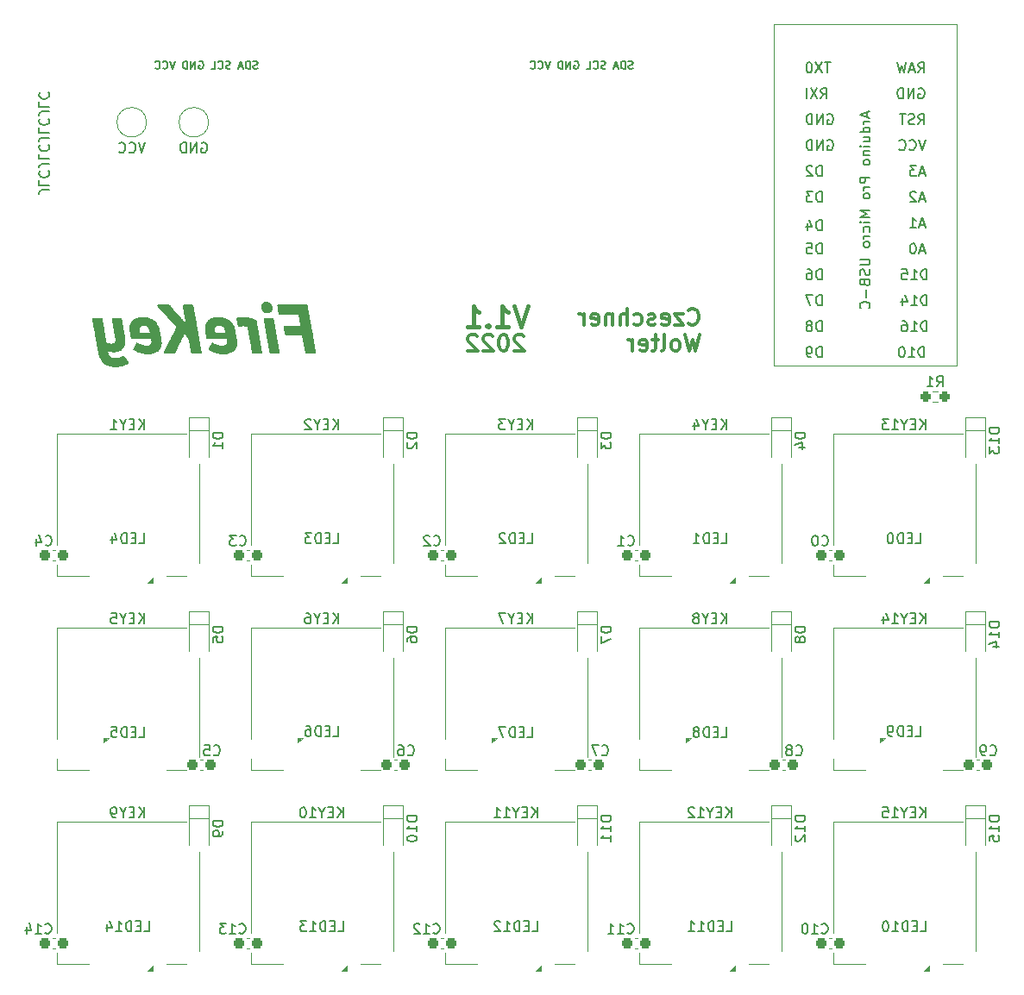
<source format=gbr>
%TF.GenerationSoftware,KiCad,Pcbnew,(6.0.10)*%
%TF.CreationDate,2023-01-16T10:49:51+01:00*%
%TF.ProjectId,FireKey,46697265-4b65-4792-9e6b-696361645f70,1.1.0*%
%TF.SameCoordinates,Original*%
%TF.FileFunction,Legend,Bot*%
%TF.FilePolarity,Positive*%
%FSLAX46Y46*%
G04 Gerber Fmt 4.6, Leading zero omitted, Abs format (unit mm)*
G04 Created by KiCad (PCBNEW (6.0.10)) date 2023-01-16 10:49:51*
%MOMM*%
%LPD*%
G01*
G04 APERTURE LIST*
G04 Aperture macros list*
%AMRoundRect*
0 Rectangle with rounded corners*
0 $1 Rounding radius*
0 $2 $3 $4 $5 $6 $7 $8 $9 X,Y pos of 4 corners*
0 Add a 4 corners polygon primitive as box body*
4,1,4,$2,$3,$4,$5,$6,$7,$8,$9,$2,$3,0*
0 Add four circle primitives for the rounded corners*
1,1,$1+$1,$2,$3*
1,1,$1+$1,$4,$5*
1,1,$1+$1,$6,$7*
1,1,$1+$1,$8,$9*
0 Add four rect primitives between the rounded corners*
20,1,$1+$1,$2,$3,$4,$5,0*
20,1,$1+$1,$4,$5,$6,$7,0*
20,1,$1+$1,$6,$7,$8,$9,0*
20,1,$1+$1,$8,$9,$2,$3,0*%
G04 Aperture macros list end*
%ADD10C,0.160000*%
%ADD11C,0.200000*%
%ADD12C,0.300000*%
%ADD13C,0.400000*%
%ADD14C,0.150000*%
%ADD15C,0.120000*%
%ADD16C,2.700000*%
%ADD17C,1.778000*%
%ADD18C,1.700000*%
%ADD19C,4.000000*%
%ADD20C,2.200000*%
%ADD21RoundRect,0.237500X0.300000X0.237500X-0.300000X0.237500X-0.300000X-0.237500X0.300000X-0.237500X0*%
%ADD22RoundRect,0.237500X-0.300000X-0.237500X0.300000X-0.237500X0.300000X0.237500X-0.300000X0.237500X0*%
%ADD23R,1.200000X0.900000*%
%ADD24R,1.500000X0.820000*%
%ADD25RoundRect,0.237500X0.250000X0.237500X-0.250000X0.237500X-0.250000X-0.237500X0.250000X-0.237500X0*%
%ADD26C,2.500000*%
G04 APERTURE END LIST*
D10*
X212758000Y-43483571D02*
X212650857Y-43519285D01*
X212472285Y-43519285D01*
X212400857Y-43483571D01*
X212365142Y-43447857D01*
X212329428Y-43376428D01*
X212329428Y-43305000D01*
X212365142Y-43233571D01*
X212400857Y-43197857D01*
X212472285Y-43162142D01*
X212615142Y-43126428D01*
X212686571Y-43090714D01*
X212722285Y-43055000D01*
X212758000Y-42983571D01*
X212758000Y-42912142D01*
X212722285Y-42840714D01*
X212686571Y-42805000D01*
X212615142Y-42769285D01*
X212436571Y-42769285D01*
X212329428Y-42805000D01*
X212008000Y-43519285D02*
X212008000Y-42769285D01*
X211829428Y-42769285D01*
X211722285Y-42805000D01*
X211650857Y-42876428D01*
X211615142Y-42947857D01*
X211579428Y-43090714D01*
X211579428Y-43197857D01*
X211615142Y-43340714D01*
X211650857Y-43412142D01*
X211722285Y-43483571D01*
X211829428Y-43519285D01*
X212008000Y-43519285D01*
X211293714Y-43305000D02*
X210936571Y-43305000D01*
X211365142Y-43519285D02*
X211115142Y-42769285D01*
X210865142Y-43519285D01*
X210079428Y-43483571D02*
X209972285Y-43519285D01*
X209793714Y-43519285D01*
X209722285Y-43483571D01*
X209686571Y-43447857D01*
X209650857Y-43376428D01*
X209650857Y-43305000D01*
X209686571Y-43233571D01*
X209722285Y-43197857D01*
X209793714Y-43162142D01*
X209936571Y-43126428D01*
X210008000Y-43090714D01*
X210043714Y-43055000D01*
X210079428Y-42983571D01*
X210079428Y-42912142D01*
X210043714Y-42840714D01*
X210008000Y-42805000D01*
X209936571Y-42769285D01*
X209758000Y-42769285D01*
X209650857Y-42805000D01*
X208900857Y-43447857D02*
X208936571Y-43483571D01*
X209043714Y-43519285D01*
X209115142Y-43519285D01*
X209222285Y-43483571D01*
X209293714Y-43412142D01*
X209329428Y-43340714D01*
X209365142Y-43197857D01*
X209365142Y-43090714D01*
X209329428Y-42947857D01*
X209293714Y-42876428D01*
X209222285Y-42805000D01*
X209115142Y-42769285D01*
X209043714Y-42769285D01*
X208936571Y-42805000D01*
X208900857Y-42840714D01*
X208222285Y-43519285D02*
X208579428Y-43519285D01*
X208579428Y-42769285D01*
X207008000Y-42805000D02*
X207079428Y-42769285D01*
X207186571Y-42769285D01*
X207293714Y-42805000D01*
X207365142Y-42876428D01*
X207400857Y-42947857D01*
X207436571Y-43090714D01*
X207436571Y-43197857D01*
X207400857Y-43340714D01*
X207365142Y-43412142D01*
X207293714Y-43483571D01*
X207186571Y-43519285D01*
X207115142Y-43519285D01*
X207008000Y-43483571D01*
X206972285Y-43447857D01*
X206972285Y-43197857D01*
X207115142Y-43197857D01*
X206650857Y-43519285D02*
X206650857Y-42769285D01*
X206222285Y-43519285D01*
X206222285Y-42769285D01*
X205865142Y-43519285D02*
X205865142Y-42769285D01*
X205686571Y-42769285D01*
X205579428Y-42805000D01*
X205508000Y-42876428D01*
X205472285Y-42947857D01*
X205436571Y-43090714D01*
X205436571Y-43197857D01*
X205472285Y-43340714D01*
X205508000Y-43412142D01*
X205579428Y-43483571D01*
X205686571Y-43519285D01*
X205865142Y-43519285D01*
X204650857Y-42769285D02*
X204400857Y-43519285D01*
X204150857Y-42769285D01*
X203472285Y-43447857D02*
X203508000Y-43483571D01*
X203615142Y-43519285D01*
X203686571Y-43519285D01*
X203793714Y-43483571D01*
X203865142Y-43412142D01*
X203900857Y-43340714D01*
X203936571Y-43197857D01*
X203936571Y-43090714D01*
X203900857Y-42947857D01*
X203865142Y-42876428D01*
X203793714Y-42805000D01*
X203686571Y-42769285D01*
X203615142Y-42769285D01*
X203508000Y-42805000D01*
X203472285Y-42840714D01*
X202722285Y-43447857D02*
X202758000Y-43483571D01*
X202865142Y-43519285D01*
X202936571Y-43519285D01*
X203043714Y-43483571D01*
X203115142Y-43412142D01*
X203150857Y-43340714D01*
X203186571Y-43197857D01*
X203186571Y-43090714D01*
X203150857Y-42947857D01*
X203115142Y-42876428D01*
X203043714Y-42805000D01*
X202936571Y-42769285D01*
X202865142Y-42769285D01*
X202758000Y-42805000D01*
X202722285Y-42840714D01*
D11*
X164909333Y-50760380D02*
X164576000Y-51760380D01*
X164242666Y-50760380D01*
X163337904Y-51665142D02*
X163385523Y-51712761D01*
X163528380Y-51760380D01*
X163623619Y-51760380D01*
X163766476Y-51712761D01*
X163861714Y-51617523D01*
X163909333Y-51522285D01*
X163956952Y-51331809D01*
X163956952Y-51188952D01*
X163909333Y-50998476D01*
X163861714Y-50903238D01*
X163766476Y-50808000D01*
X163623619Y-50760380D01*
X163528380Y-50760380D01*
X163385523Y-50808000D01*
X163337904Y-50855619D01*
X162337904Y-51665142D02*
X162385523Y-51712761D01*
X162528380Y-51760380D01*
X162623619Y-51760380D01*
X162766476Y-51712761D01*
X162861714Y-51617523D01*
X162909333Y-51522285D01*
X162956952Y-51331809D01*
X162956952Y-51188952D01*
X162909333Y-50998476D01*
X162861714Y-50903238D01*
X162766476Y-50808000D01*
X162623619Y-50760380D01*
X162528380Y-50760380D01*
X162385523Y-50808000D01*
X162337904Y-50855619D01*
D10*
X175928000Y-43483571D02*
X175820857Y-43519285D01*
X175642285Y-43519285D01*
X175570857Y-43483571D01*
X175535142Y-43447857D01*
X175499428Y-43376428D01*
X175499428Y-43305000D01*
X175535142Y-43233571D01*
X175570857Y-43197857D01*
X175642285Y-43162142D01*
X175785142Y-43126428D01*
X175856571Y-43090714D01*
X175892285Y-43055000D01*
X175928000Y-42983571D01*
X175928000Y-42912142D01*
X175892285Y-42840714D01*
X175856571Y-42805000D01*
X175785142Y-42769285D01*
X175606571Y-42769285D01*
X175499428Y-42805000D01*
X175178000Y-43519285D02*
X175178000Y-42769285D01*
X174999428Y-42769285D01*
X174892285Y-42805000D01*
X174820857Y-42876428D01*
X174785142Y-42947857D01*
X174749428Y-43090714D01*
X174749428Y-43197857D01*
X174785142Y-43340714D01*
X174820857Y-43412142D01*
X174892285Y-43483571D01*
X174999428Y-43519285D01*
X175178000Y-43519285D01*
X174463714Y-43305000D02*
X174106571Y-43305000D01*
X174535142Y-43519285D02*
X174285142Y-42769285D01*
X174035142Y-43519285D01*
X173249428Y-43483571D02*
X173142285Y-43519285D01*
X172963714Y-43519285D01*
X172892285Y-43483571D01*
X172856571Y-43447857D01*
X172820857Y-43376428D01*
X172820857Y-43305000D01*
X172856571Y-43233571D01*
X172892285Y-43197857D01*
X172963714Y-43162142D01*
X173106571Y-43126428D01*
X173178000Y-43090714D01*
X173213714Y-43055000D01*
X173249428Y-42983571D01*
X173249428Y-42912142D01*
X173213714Y-42840714D01*
X173178000Y-42805000D01*
X173106571Y-42769285D01*
X172928000Y-42769285D01*
X172820857Y-42805000D01*
X172070857Y-43447857D02*
X172106571Y-43483571D01*
X172213714Y-43519285D01*
X172285142Y-43519285D01*
X172392285Y-43483571D01*
X172463714Y-43412142D01*
X172499428Y-43340714D01*
X172535142Y-43197857D01*
X172535142Y-43090714D01*
X172499428Y-42947857D01*
X172463714Y-42876428D01*
X172392285Y-42805000D01*
X172285142Y-42769285D01*
X172213714Y-42769285D01*
X172106571Y-42805000D01*
X172070857Y-42840714D01*
X171392285Y-43519285D02*
X171749428Y-43519285D01*
X171749428Y-42769285D01*
X170178000Y-42805000D02*
X170249428Y-42769285D01*
X170356571Y-42769285D01*
X170463714Y-42805000D01*
X170535142Y-42876428D01*
X170570857Y-42947857D01*
X170606571Y-43090714D01*
X170606571Y-43197857D01*
X170570857Y-43340714D01*
X170535142Y-43412142D01*
X170463714Y-43483571D01*
X170356571Y-43519285D01*
X170285142Y-43519285D01*
X170178000Y-43483571D01*
X170142285Y-43447857D01*
X170142285Y-43197857D01*
X170285142Y-43197857D01*
X169820857Y-43519285D02*
X169820857Y-42769285D01*
X169392285Y-43519285D01*
X169392285Y-42769285D01*
X169035142Y-43519285D02*
X169035142Y-42769285D01*
X168856571Y-42769285D01*
X168749428Y-42805000D01*
X168678000Y-42876428D01*
X168642285Y-42947857D01*
X168606571Y-43090714D01*
X168606571Y-43197857D01*
X168642285Y-43340714D01*
X168678000Y-43412142D01*
X168749428Y-43483571D01*
X168856571Y-43519285D01*
X169035142Y-43519285D01*
X167820857Y-42769285D02*
X167570857Y-43519285D01*
X167320857Y-42769285D01*
X166642285Y-43447857D02*
X166678000Y-43483571D01*
X166785142Y-43519285D01*
X166856571Y-43519285D01*
X166963714Y-43483571D01*
X167035142Y-43412142D01*
X167070857Y-43340714D01*
X167106571Y-43197857D01*
X167106571Y-43090714D01*
X167070857Y-42947857D01*
X167035142Y-42876428D01*
X166963714Y-42805000D01*
X166856571Y-42769285D01*
X166785142Y-42769285D01*
X166678000Y-42805000D01*
X166642285Y-42840714D01*
X165892285Y-43447857D02*
X165928000Y-43483571D01*
X166035142Y-43519285D01*
X166106571Y-43519285D01*
X166213714Y-43483571D01*
X166285142Y-43412142D01*
X166320857Y-43340714D01*
X166356571Y-43197857D01*
X166356571Y-43090714D01*
X166320857Y-42947857D01*
X166285142Y-42876428D01*
X166213714Y-42805000D01*
X166106571Y-42769285D01*
X166035142Y-42769285D01*
X165928000Y-42805000D01*
X165892285Y-42840714D01*
D11*
X170433904Y-50808000D02*
X170529142Y-50760380D01*
X170672000Y-50760380D01*
X170814857Y-50808000D01*
X170910095Y-50903238D01*
X170957714Y-50998476D01*
X171005333Y-51188952D01*
X171005333Y-51331809D01*
X170957714Y-51522285D01*
X170910095Y-51617523D01*
X170814857Y-51712761D01*
X170672000Y-51760380D01*
X170576761Y-51760380D01*
X170433904Y-51712761D01*
X170386285Y-51665142D01*
X170386285Y-51331809D01*
X170576761Y-51331809D01*
X169957714Y-51760380D02*
X169957714Y-50760380D01*
X169386285Y-51760380D01*
X169386285Y-50760380D01*
X168910095Y-51760380D02*
X168910095Y-50760380D01*
X168672000Y-50760380D01*
X168529142Y-50808000D01*
X168433904Y-50903238D01*
X168386285Y-50998476D01*
X168338666Y-51188952D01*
X168338666Y-51331809D01*
X168386285Y-51522285D01*
X168433904Y-51617523D01*
X168529142Y-51712761D01*
X168672000Y-51760380D01*
X168910095Y-51760380D01*
D12*
X218219761Y-68498428D02*
X218295952Y-68574619D01*
X218524523Y-68650809D01*
X218676904Y-68650809D01*
X218905476Y-68574619D01*
X219057857Y-68422238D01*
X219134047Y-68269857D01*
X219210238Y-67965095D01*
X219210238Y-67736523D01*
X219134047Y-67431761D01*
X219057857Y-67279380D01*
X218905476Y-67127000D01*
X218676904Y-67050809D01*
X218524523Y-67050809D01*
X218295952Y-67127000D01*
X218219761Y-67203190D01*
X217686428Y-67584142D02*
X216848333Y-67584142D01*
X217686428Y-68650809D01*
X216848333Y-68650809D01*
X215629285Y-68574619D02*
X215781666Y-68650809D01*
X216086428Y-68650809D01*
X216238809Y-68574619D01*
X216315000Y-68422238D01*
X216315000Y-67812714D01*
X216238809Y-67660333D01*
X216086428Y-67584142D01*
X215781666Y-67584142D01*
X215629285Y-67660333D01*
X215553095Y-67812714D01*
X215553095Y-67965095D01*
X216315000Y-68117476D01*
X214943571Y-68574619D02*
X214791190Y-68650809D01*
X214486428Y-68650809D01*
X214334047Y-68574619D01*
X214257857Y-68422238D01*
X214257857Y-68346047D01*
X214334047Y-68193666D01*
X214486428Y-68117476D01*
X214715000Y-68117476D01*
X214867380Y-68041285D01*
X214943571Y-67888904D01*
X214943571Y-67812714D01*
X214867380Y-67660333D01*
X214715000Y-67584142D01*
X214486428Y-67584142D01*
X214334047Y-67660333D01*
X212886428Y-68574619D02*
X213038809Y-68650809D01*
X213343571Y-68650809D01*
X213495952Y-68574619D01*
X213572142Y-68498428D01*
X213648333Y-68346047D01*
X213648333Y-67888904D01*
X213572142Y-67736523D01*
X213495952Y-67660333D01*
X213343571Y-67584142D01*
X213038809Y-67584142D01*
X212886428Y-67660333D01*
X212200714Y-68650809D02*
X212200714Y-67050809D01*
X211515000Y-68650809D02*
X211515000Y-67812714D01*
X211591190Y-67660333D01*
X211743571Y-67584142D01*
X211972142Y-67584142D01*
X212124523Y-67660333D01*
X212200714Y-67736523D01*
X210753095Y-67584142D02*
X210753095Y-68650809D01*
X210753095Y-67736523D02*
X210676904Y-67660333D01*
X210524523Y-67584142D01*
X210295952Y-67584142D01*
X210143571Y-67660333D01*
X210067380Y-67812714D01*
X210067380Y-68650809D01*
X208695952Y-68574619D02*
X208848333Y-68650809D01*
X209153095Y-68650809D01*
X209305476Y-68574619D01*
X209381666Y-68422238D01*
X209381666Y-67812714D01*
X209305476Y-67660333D01*
X209153095Y-67584142D01*
X208848333Y-67584142D01*
X208695952Y-67660333D01*
X208619761Y-67812714D01*
X208619761Y-67965095D01*
X209381666Y-68117476D01*
X207934047Y-68650809D02*
X207934047Y-67584142D01*
X207934047Y-67888904D02*
X207857857Y-67736523D01*
X207781666Y-67660333D01*
X207629285Y-67584142D01*
X207476904Y-67584142D01*
X219286428Y-69626809D02*
X218905476Y-71226809D01*
X218600714Y-70083952D01*
X218295952Y-71226809D01*
X217915000Y-69626809D01*
X217076904Y-71226809D02*
X217229285Y-71150619D01*
X217305476Y-71074428D01*
X217381666Y-70922047D01*
X217381666Y-70464904D01*
X217305476Y-70312523D01*
X217229285Y-70236333D01*
X217076904Y-70160142D01*
X216848333Y-70160142D01*
X216695952Y-70236333D01*
X216619761Y-70312523D01*
X216543571Y-70464904D01*
X216543571Y-70922047D01*
X216619761Y-71074428D01*
X216695952Y-71150619D01*
X216848333Y-71226809D01*
X217076904Y-71226809D01*
X215629285Y-71226809D02*
X215781666Y-71150619D01*
X215857857Y-70998238D01*
X215857857Y-69626809D01*
X215248333Y-70160142D02*
X214638809Y-70160142D01*
X215019761Y-69626809D02*
X215019761Y-70998238D01*
X214943571Y-71150619D01*
X214791190Y-71226809D01*
X214638809Y-71226809D01*
X213495952Y-71150619D02*
X213648333Y-71226809D01*
X213953095Y-71226809D01*
X214105476Y-71150619D01*
X214181666Y-70998238D01*
X214181666Y-70388714D01*
X214105476Y-70236333D01*
X213953095Y-70160142D01*
X213648333Y-70160142D01*
X213495952Y-70236333D01*
X213419761Y-70388714D01*
X213419761Y-70541095D01*
X214181666Y-70693476D01*
X212734047Y-71226809D02*
X212734047Y-70160142D01*
X212734047Y-70464904D02*
X212657857Y-70312523D01*
X212581666Y-70236333D01*
X212429285Y-70160142D01*
X212276904Y-70160142D01*
X202067380Y-69779190D02*
X201991190Y-69703000D01*
X201838809Y-69626809D01*
X201457857Y-69626809D01*
X201305476Y-69703000D01*
X201229285Y-69779190D01*
X201153095Y-69931571D01*
X201153095Y-70083952D01*
X201229285Y-70312523D01*
X202143571Y-71226809D01*
X201153095Y-71226809D01*
X200162619Y-69626809D02*
X200010238Y-69626809D01*
X199857857Y-69703000D01*
X199781666Y-69779190D01*
X199705476Y-69931571D01*
X199629285Y-70236333D01*
X199629285Y-70617285D01*
X199705476Y-70922047D01*
X199781666Y-71074428D01*
X199857857Y-71150619D01*
X200010238Y-71226809D01*
X200162619Y-71226809D01*
X200315000Y-71150619D01*
X200391190Y-71074428D01*
X200467380Y-70922047D01*
X200543571Y-70617285D01*
X200543571Y-70236333D01*
X200467380Y-69931571D01*
X200391190Y-69779190D01*
X200315000Y-69703000D01*
X200162619Y-69626809D01*
X199019761Y-69779190D02*
X198943571Y-69703000D01*
X198791190Y-69626809D01*
X198410238Y-69626809D01*
X198257857Y-69703000D01*
X198181666Y-69779190D01*
X198105476Y-69931571D01*
X198105476Y-70083952D01*
X198181666Y-70312523D01*
X199095952Y-71226809D01*
X198105476Y-71226809D01*
X197495952Y-69779190D02*
X197419761Y-69703000D01*
X197267380Y-69626809D01*
X196886428Y-69626809D01*
X196734047Y-69703000D01*
X196657857Y-69779190D01*
X196581666Y-69931571D01*
X196581666Y-70083952D01*
X196657857Y-70312523D01*
X197572142Y-71226809D01*
X196581666Y-71226809D01*
D13*
X202437619Y-66849761D02*
X201770952Y-68849761D01*
X201104285Y-66849761D01*
X199390000Y-68849761D02*
X200532857Y-68849761D01*
X199961428Y-68849761D02*
X199961428Y-66849761D01*
X200151904Y-67135476D01*
X200342380Y-67325952D01*
X200532857Y-67421190D01*
X198532857Y-68659285D02*
X198437619Y-68754523D01*
X198532857Y-68849761D01*
X198628095Y-68754523D01*
X198532857Y-68659285D01*
X198532857Y-68849761D01*
X196532857Y-68849761D02*
X197675714Y-68849761D01*
X197104285Y-68849761D02*
X197104285Y-66849761D01*
X197294761Y-67135476D01*
X197485238Y-67325952D01*
X197675714Y-67421190D01*
D11*
X155487619Y-55419047D02*
X154773333Y-55419047D01*
X154630476Y-55466666D01*
X154535238Y-55561904D01*
X154487619Y-55704761D01*
X154487619Y-55800000D01*
X154487619Y-54466666D02*
X154487619Y-54942857D01*
X155487619Y-54942857D01*
X154582857Y-53561904D02*
X154535238Y-53609523D01*
X154487619Y-53752380D01*
X154487619Y-53847619D01*
X154535238Y-53990476D01*
X154630476Y-54085714D01*
X154725714Y-54133333D01*
X154916190Y-54180952D01*
X155059047Y-54180952D01*
X155249523Y-54133333D01*
X155344761Y-54085714D01*
X155440000Y-53990476D01*
X155487619Y-53847619D01*
X155487619Y-53752380D01*
X155440000Y-53609523D01*
X155392380Y-53561904D01*
X155487619Y-52847619D02*
X154773333Y-52847619D01*
X154630476Y-52895238D01*
X154535238Y-52990476D01*
X154487619Y-53133333D01*
X154487619Y-53228571D01*
X154487619Y-51895238D02*
X154487619Y-52371428D01*
X155487619Y-52371428D01*
X154582857Y-50990476D02*
X154535238Y-51038095D01*
X154487619Y-51180952D01*
X154487619Y-51276190D01*
X154535238Y-51419047D01*
X154630476Y-51514285D01*
X154725714Y-51561904D01*
X154916190Y-51609523D01*
X155059047Y-51609523D01*
X155249523Y-51561904D01*
X155344761Y-51514285D01*
X155440000Y-51419047D01*
X155487619Y-51276190D01*
X155487619Y-51180952D01*
X155440000Y-51038095D01*
X155392380Y-50990476D01*
X155487619Y-50276190D02*
X154773333Y-50276190D01*
X154630476Y-50323809D01*
X154535238Y-50419047D01*
X154487619Y-50561904D01*
X154487619Y-50657142D01*
X154487619Y-49323809D02*
X154487619Y-49800000D01*
X155487619Y-49800000D01*
X154582857Y-48419047D02*
X154535238Y-48466666D01*
X154487619Y-48609523D01*
X154487619Y-48704761D01*
X154535238Y-48847619D01*
X154630476Y-48942857D01*
X154725714Y-48990476D01*
X154916190Y-49038095D01*
X155059047Y-49038095D01*
X155249523Y-48990476D01*
X155344761Y-48942857D01*
X155440000Y-48847619D01*
X155487619Y-48704761D01*
X155487619Y-48609523D01*
X155440000Y-48466666D01*
X155392380Y-48419047D01*
X155487619Y-47704761D02*
X154773333Y-47704761D01*
X154630476Y-47752380D01*
X154535238Y-47847619D01*
X154487619Y-47990476D01*
X154487619Y-48085714D01*
X154487619Y-46752380D02*
X154487619Y-47228571D01*
X155487619Y-47228571D01*
X154582857Y-45847619D02*
X154535238Y-45895238D01*
X154487619Y-46038095D01*
X154487619Y-46133333D01*
X154535238Y-46276190D01*
X154630476Y-46371428D01*
X154725714Y-46419047D01*
X154916190Y-46466666D01*
X155059047Y-46466666D01*
X155249523Y-46419047D01*
X155344761Y-46371428D01*
X155440000Y-46276190D01*
X155487619Y-46133333D01*
X155487619Y-46038095D01*
X155440000Y-45895238D01*
X155392380Y-45847619D01*
D14*
%TO.C,KEY8*%
X221964047Y-97988380D02*
X221964047Y-96988380D01*
X221392619Y-97988380D02*
X221821190Y-97416952D01*
X221392619Y-96988380D02*
X221964047Y-97559809D01*
X220964047Y-97464571D02*
X220630714Y-97464571D01*
X220487857Y-97988380D02*
X220964047Y-97988380D01*
X220964047Y-96988380D01*
X220487857Y-96988380D01*
X219868809Y-97512190D02*
X219868809Y-97988380D01*
X220202142Y-96988380D02*
X219868809Y-97512190D01*
X219535476Y-96988380D01*
X219059285Y-97416952D02*
X219154523Y-97369333D01*
X219202142Y-97321714D01*
X219249761Y-97226476D01*
X219249761Y-97178857D01*
X219202142Y-97083619D01*
X219154523Y-97036000D01*
X219059285Y-96988380D01*
X218868809Y-96988380D01*
X218773571Y-97036000D01*
X218725952Y-97083619D01*
X218678333Y-97178857D01*
X218678333Y-97226476D01*
X218725952Y-97321714D01*
X218773571Y-97369333D01*
X218868809Y-97416952D01*
X219059285Y-97416952D01*
X219154523Y-97464571D01*
X219202142Y-97512190D01*
X219249761Y-97607428D01*
X219249761Y-97797904D01*
X219202142Y-97893142D01*
X219154523Y-97940761D01*
X219059285Y-97988380D01*
X218868809Y-97988380D01*
X218773571Y-97940761D01*
X218725952Y-97893142D01*
X218678333Y-97797904D01*
X218678333Y-97607428D01*
X218725952Y-97512190D01*
X218773571Y-97464571D01*
X218868809Y-97416952D01*
%TO.C,KEY9*%
X164814047Y-117038380D02*
X164814047Y-116038380D01*
X164242619Y-117038380D02*
X164671190Y-116466952D01*
X164242619Y-116038380D02*
X164814047Y-116609809D01*
X163814047Y-116514571D02*
X163480714Y-116514571D01*
X163337857Y-117038380D02*
X163814047Y-117038380D01*
X163814047Y-116038380D01*
X163337857Y-116038380D01*
X162718809Y-116562190D02*
X162718809Y-117038380D01*
X163052142Y-116038380D02*
X162718809Y-116562190D01*
X162385476Y-116038380D01*
X162004523Y-117038380D02*
X161814047Y-117038380D01*
X161718809Y-116990761D01*
X161671190Y-116943142D01*
X161575952Y-116800285D01*
X161528333Y-116609809D01*
X161528333Y-116228857D01*
X161575952Y-116133619D01*
X161623571Y-116086000D01*
X161718809Y-116038380D01*
X161909285Y-116038380D01*
X162004523Y-116086000D01*
X162052142Y-116133619D01*
X162099761Y-116228857D01*
X162099761Y-116466952D01*
X162052142Y-116562190D01*
X162004523Y-116609809D01*
X161909285Y-116657428D01*
X161718809Y-116657428D01*
X161623571Y-116609809D01*
X161575952Y-116562190D01*
X161528333Y-116466952D01*
%TO.C,KEY13*%
X241490238Y-78938380D02*
X241490238Y-77938380D01*
X240918809Y-78938380D02*
X241347380Y-78366952D01*
X240918809Y-77938380D02*
X241490238Y-78509809D01*
X240490238Y-78414571D02*
X240156904Y-78414571D01*
X240014047Y-78938380D02*
X240490238Y-78938380D01*
X240490238Y-77938380D01*
X240014047Y-77938380D01*
X239395000Y-78462190D02*
X239395000Y-78938380D01*
X239728333Y-77938380D02*
X239395000Y-78462190D01*
X239061666Y-77938380D01*
X238204523Y-78938380D02*
X238775952Y-78938380D01*
X238490238Y-78938380D02*
X238490238Y-77938380D01*
X238585476Y-78081238D01*
X238680714Y-78176476D01*
X238775952Y-78224095D01*
X237871190Y-77938380D02*
X237252142Y-77938380D01*
X237585476Y-78319333D01*
X237442619Y-78319333D01*
X237347380Y-78366952D01*
X237299761Y-78414571D01*
X237252142Y-78509809D01*
X237252142Y-78747904D01*
X237299761Y-78843142D01*
X237347380Y-78890761D01*
X237442619Y-78938380D01*
X237728333Y-78938380D01*
X237823571Y-78890761D01*
X237871190Y-78843142D01*
%TO.C,KEY14*%
X241490238Y-97988380D02*
X241490238Y-96988380D01*
X240918809Y-97988380D02*
X241347380Y-97416952D01*
X240918809Y-96988380D02*
X241490238Y-97559809D01*
X240490238Y-97464571D02*
X240156904Y-97464571D01*
X240014047Y-97988380D02*
X240490238Y-97988380D01*
X240490238Y-96988380D01*
X240014047Y-96988380D01*
X239395000Y-97512190D02*
X239395000Y-97988380D01*
X239728333Y-96988380D02*
X239395000Y-97512190D01*
X239061666Y-96988380D01*
X238204523Y-97988380D02*
X238775952Y-97988380D01*
X238490238Y-97988380D02*
X238490238Y-96988380D01*
X238585476Y-97131238D01*
X238680714Y-97226476D01*
X238775952Y-97274095D01*
X237347380Y-97321714D02*
X237347380Y-97988380D01*
X237585476Y-96940761D02*
X237823571Y-97655047D01*
X237204523Y-97655047D01*
%TO.C,KEY10*%
X184340238Y-117038380D02*
X184340238Y-116038380D01*
X183768809Y-117038380D02*
X184197380Y-116466952D01*
X183768809Y-116038380D02*
X184340238Y-116609809D01*
X183340238Y-116514571D02*
X183006904Y-116514571D01*
X182864047Y-117038380D02*
X183340238Y-117038380D01*
X183340238Y-116038380D01*
X182864047Y-116038380D01*
X182245000Y-116562190D02*
X182245000Y-117038380D01*
X182578333Y-116038380D02*
X182245000Y-116562190D01*
X181911666Y-116038380D01*
X181054523Y-117038380D02*
X181625952Y-117038380D01*
X181340238Y-117038380D02*
X181340238Y-116038380D01*
X181435476Y-116181238D01*
X181530714Y-116276476D01*
X181625952Y-116324095D01*
X180435476Y-116038380D02*
X180340238Y-116038380D01*
X180245000Y-116086000D01*
X180197380Y-116133619D01*
X180149761Y-116228857D01*
X180102142Y-116419333D01*
X180102142Y-116657428D01*
X180149761Y-116847904D01*
X180197380Y-116943142D01*
X180245000Y-116990761D01*
X180340238Y-117038380D01*
X180435476Y-117038380D01*
X180530714Y-116990761D01*
X180578333Y-116943142D01*
X180625952Y-116847904D01*
X180673571Y-116657428D01*
X180673571Y-116419333D01*
X180625952Y-116228857D01*
X180578333Y-116133619D01*
X180530714Y-116086000D01*
X180435476Y-116038380D01*
%TO.C,KEY4*%
X221964047Y-78938380D02*
X221964047Y-77938380D01*
X221392619Y-78938380D02*
X221821190Y-78366952D01*
X221392619Y-77938380D02*
X221964047Y-78509809D01*
X220964047Y-78414571D02*
X220630714Y-78414571D01*
X220487857Y-78938380D02*
X220964047Y-78938380D01*
X220964047Y-77938380D01*
X220487857Y-77938380D01*
X219868809Y-78462190D02*
X219868809Y-78938380D01*
X220202142Y-77938380D02*
X219868809Y-78462190D01*
X219535476Y-77938380D01*
X218773571Y-78271714D02*
X218773571Y-78938380D01*
X219011666Y-77890761D02*
X219249761Y-78605047D01*
X218630714Y-78605047D01*
%TO.C,KEY1*%
X164814047Y-78938380D02*
X164814047Y-77938380D01*
X164242619Y-78938380D02*
X164671190Y-78366952D01*
X164242619Y-77938380D02*
X164814047Y-78509809D01*
X163814047Y-78414571D02*
X163480714Y-78414571D01*
X163337857Y-78938380D02*
X163814047Y-78938380D01*
X163814047Y-77938380D01*
X163337857Y-77938380D01*
X162718809Y-78462190D02*
X162718809Y-78938380D01*
X163052142Y-77938380D02*
X162718809Y-78462190D01*
X162385476Y-77938380D01*
X161528333Y-78938380D02*
X162099761Y-78938380D01*
X161814047Y-78938380D02*
X161814047Y-77938380D01*
X161909285Y-78081238D01*
X162004523Y-78176476D01*
X162099761Y-78224095D01*
%TO.C,KEY11*%
X203390238Y-117038380D02*
X203390238Y-116038380D01*
X202818809Y-117038380D02*
X203247380Y-116466952D01*
X202818809Y-116038380D02*
X203390238Y-116609809D01*
X202390238Y-116514571D02*
X202056904Y-116514571D01*
X201914047Y-117038380D02*
X202390238Y-117038380D01*
X202390238Y-116038380D01*
X201914047Y-116038380D01*
X201295000Y-116562190D02*
X201295000Y-117038380D01*
X201628333Y-116038380D02*
X201295000Y-116562190D01*
X200961666Y-116038380D01*
X200104523Y-117038380D02*
X200675952Y-117038380D01*
X200390238Y-117038380D02*
X200390238Y-116038380D01*
X200485476Y-116181238D01*
X200580714Y-116276476D01*
X200675952Y-116324095D01*
X199152142Y-117038380D02*
X199723571Y-117038380D01*
X199437857Y-117038380D02*
X199437857Y-116038380D01*
X199533095Y-116181238D01*
X199628333Y-116276476D01*
X199723571Y-116324095D01*
%TO.C,KEY12*%
X222440238Y-117038380D02*
X222440238Y-116038380D01*
X221868809Y-117038380D02*
X222297380Y-116466952D01*
X221868809Y-116038380D02*
X222440238Y-116609809D01*
X221440238Y-116514571D02*
X221106904Y-116514571D01*
X220964047Y-117038380D02*
X221440238Y-117038380D01*
X221440238Y-116038380D01*
X220964047Y-116038380D01*
X220345000Y-116562190D02*
X220345000Y-117038380D01*
X220678333Y-116038380D02*
X220345000Y-116562190D01*
X220011666Y-116038380D01*
X219154523Y-117038380D02*
X219725952Y-117038380D01*
X219440238Y-117038380D02*
X219440238Y-116038380D01*
X219535476Y-116181238D01*
X219630714Y-116276476D01*
X219725952Y-116324095D01*
X218773571Y-116133619D02*
X218725952Y-116086000D01*
X218630714Y-116038380D01*
X218392619Y-116038380D01*
X218297380Y-116086000D01*
X218249761Y-116133619D01*
X218202142Y-116228857D01*
X218202142Y-116324095D01*
X218249761Y-116466952D01*
X218821190Y-117038380D01*
X218202142Y-117038380D01*
%TO.C,KEY6*%
X183864047Y-97988380D02*
X183864047Y-96988380D01*
X183292619Y-97988380D02*
X183721190Y-97416952D01*
X183292619Y-96988380D02*
X183864047Y-97559809D01*
X182864047Y-97464571D02*
X182530714Y-97464571D01*
X182387857Y-97988380D02*
X182864047Y-97988380D01*
X182864047Y-96988380D01*
X182387857Y-96988380D01*
X181768809Y-97512190D02*
X181768809Y-97988380D01*
X182102142Y-96988380D02*
X181768809Y-97512190D01*
X181435476Y-96988380D01*
X180673571Y-96988380D02*
X180864047Y-96988380D01*
X180959285Y-97036000D01*
X181006904Y-97083619D01*
X181102142Y-97226476D01*
X181149761Y-97416952D01*
X181149761Y-97797904D01*
X181102142Y-97893142D01*
X181054523Y-97940761D01*
X180959285Y-97988380D01*
X180768809Y-97988380D01*
X180673571Y-97940761D01*
X180625952Y-97893142D01*
X180578333Y-97797904D01*
X180578333Y-97559809D01*
X180625952Y-97464571D01*
X180673571Y-97416952D01*
X180768809Y-97369333D01*
X180959285Y-97369333D01*
X181054523Y-97416952D01*
X181102142Y-97464571D01*
X181149761Y-97559809D01*
%TO.C,KEY2*%
X183864047Y-78938380D02*
X183864047Y-77938380D01*
X183292619Y-78938380D02*
X183721190Y-78366952D01*
X183292619Y-77938380D02*
X183864047Y-78509809D01*
X182864047Y-78414571D02*
X182530714Y-78414571D01*
X182387857Y-78938380D02*
X182864047Y-78938380D01*
X182864047Y-77938380D01*
X182387857Y-77938380D01*
X181768809Y-78462190D02*
X181768809Y-78938380D01*
X182102142Y-77938380D02*
X181768809Y-78462190D01*
X181435476Y-77938380D01*
X181149761Y-78033619D02*
X181102142Y-77986000D01*
X181006904Y-77938380D01*
X180768809Y-77938380D01*
X180673571Y-77986000D01*
X180625952Y-78033619D01*
X180578333Y-78128857D01*
X180578333Y-78224095D01*
X180625952Y-78366952D01*
X181197380Y-78938380D01*
X180578333Y-78938380D01*
%TO.C,U1*%
X241393023Y-53760666D02*
X240916833Y-53760666D01*
X241488261Y-54046380D02*
X241154928Y-53046380D01*
X240821595Y-54046380D01*
X240583500Y-53046380D02*
X239964452Y-53046380D01*
X240297785Y-53427333D01*
X240154928Y-53427333D01*
X240059690Y-53474952D01*
X240012071Y-53522571D01*
X239964452Y-53617809D01*
X239964452Y-53855904D01*
X240012071Y-53951142D01*
X240059690Y-53998761D01*
X240154928Y-54046380D01*
X240440642Y-54046380D01*
X240535880Y-53998761D01*
X240583500Y-53951142D01*
X231205547Y-46426380D02*
X231538880Y-45950190D01*
X231776976Y-46426380D02*
X231776976Y-45426380D01*
X231396023Y-45426380D01*
X231300785Y-45474000D01*
X231253166Y-45521619D01*
X231205547Y-45616857D01*
X231205547Y-45759714D01*
X231253166Y-45854952D01*
X231300785Y-45902571D01*
X231396023Y-45950190D01*
X231776976Y-45950190D01*
X230872214Y-45426380D02*
X230205547Y-46426380D01*
X230205547Y-45426380D02*
X230872214Y-46426380D01*
X229824595Y-46426380D02*
X229824595Y-45426380D01*
X231300785Y-59380380D02*
X231300785Y-58380380D01*
X231062690Y-58380380D01*
X230919833Y-58428000D01*
X230824595Y-58523238D01*
X230776976Y-58618476D01*
X230729357Y-58808952D01*
X230729357Y-58951809D01*
X230776976Y-59142285D01*
X230824595Y-59237523D01*
X230919833Y-59332761D01*
X231062690Y-59380380D01*
X231300785Y-59380380D01*
X229872214Y-58713714D02*
X229872214Y-59380380D01*
X230110309Y-58332761D02*
X230348404Y-59047047D01*
X229729357Y-59047047D01*
X241599404Y-64206380D02*
X241599404Y-63206380D01*
X241361309Y-63206380D01*
X241218452Y-63254000D01*
X241123214Y-63349238D01*
X241075595Y-63444476D01*
X241027976Y-63634952D01*
X241027976Y-63777809D01*
X241075595Y-63968285D01*
X241123214Y-64063523D01*
X241218452Y-64158761D01*
X241361309Y-64206380D01*
X241599404Y-64206380D01*
X240075595Y-64206380D02*
X240647023Y-64206380D01*
X240361309Y-64206380D02*
X240361309Y-63206380D01*
X240456547Y-63349238D01*
X240551785Y-63444476D01*
X240647023Y-63492095D01*
X239170833Y-63206380D02*
X239647023Y-63206380D01*
X239694642Y-63682571D01*
X239647023Y-63634952D01*
X239551785Y-63587333D01*
X239313690Y-63587333D01*
X239218452Y-63634952D01*
X239170833Y-63682571D01*
X239123214Y-63777809D01*
X239123214Y-64015904D01*
X239170833Y-64111142D01*
X239218452Y-64158761D01*
X239313690Y-64206380D01*
X239551785Y-64206380D01*
X239647023Y-64158761D01*
X239694642Y-64111142D01*
X231300785Y-61666380D02*
X231300785Y-60666380D01*
X231062690Y-60666380D01*
X230919833Y-60714000D01*
X230824595Y-60809238D01*
X230776976Y-60904476D01*
X230729357Y-61094952D01*
X230729357Y-61237809D01*
X230776976Y-61428285D01*
X230824595Y-61523523D01*
X230919833Y-61618761D01*
X231062690Y-61666380D01*
X231300785Y-61666380D01*
X229824595Y-60666380D02*
X230300785Y-60666380D01*
X230348404Y-61142571D01*
X230300785Y-61094952D01*
X230205547Y-61047333D01*
X229967452Y-61047333D01*
X229872214Y-61094952D01*
X229824595Y-61142571D01*
X229776976Y-61237809D01*
X229776976Y-61475904D01*
X229824595Y-61571142D01*
X229872214Y-61618761D01*
X229967452Y-61666380D01*
X230205547Y-61666380D01*
X230300785Y-61618761D01*
X230348404Y-61571142D01*
X231300785Y-66746380D02*
X231300785Y-65746380D01*
X231062690Y-65746380D01*
X230919833Y-65794000D01*
X230824595Y-65889238D01*
X230776976Y-65984476D01*
X230729357Y-66174952D01*
X230729357Y-66317809D01*
X230776976Y-66508285D01*
X230824595Y-66603523D01*
X230919833Y-66698761D01*
X231062690Y-66746380D01*
X231300785Y-66746380D01*
X230396023Y-65746380D02*
X229729357Y-65746380D01*
X230157928Y-66746380D01*
X241393023Y-61380666D02*
X240916833Y-61380666D01*
X241488261Y-61666380D02*
X241154928Y-60666380D01*
X240821595Y-61666380D01*
X240297785Y-60666380D02*
X240202547Y-60666380D01*
X240107309Y-60714000D01*
X240059690Y-60761619D01*
X240012071Y-60856857D01*
X239964452Y-61047333D01*
X239964452Y-61285428D01*
X240012071Y-61475904D01*
X240059690Y-61571142D01*
X240107309Y-61618761D01*
X240202547Y-61666380D01*
X240297785Y-61666380D01*
X240393023Y-61618761D01*
X240440642Y-61571142D01*
X240488261Y-61475904D01*
X240535880Y-61285428D01*
X240535880Y-61047333D01*
X240488261Y-60856857D01*
X240440642Y-60761619D01*
X240393023Y-60714000D01*
X240297785Y-60666380D01*
X240773976Y-48966380D02*
X241107309Y-48490190D01*
X241345404Y-48966380D02*
X241345404Y-47966380D01*
X240964452Y-47966380D01*
X240869214Y-48014000D01*
X240821595Y-48061619D01*
X240773976Y-48156857D01*
X240773976Y-48299714D01*
X240821595Y-48394952D01*
X240869214Y-48442571D01*
X240964452Y-48490190D01*
X241345404Y-48490190D01*
X240393023Y-48918761D02*
X240250166Y-48966380D01*
X240012071Y-48966380D01*
X239916833Y-48918761D01*
X239869214Y-48871142D01*
X239821595Y-48775904D01*
X239821595Y-48680666D01*
X239869214Y-48585428D01*
X239916833Y-48537809D01*
X240012071Y-48490190D01*
X240202547Y-48442571D01*
X240297785Y-48394952D01*
X240345404Y-48347333D01*
X240393023Y-48252095D01*
X240393023Y-48156857D01*
X240345404Y-48061619D01*
X240297785Y-48014000D01*
X240202547Y-47966380D01*
X239964452Y-47966380D01*
X239821595Y-48014000D01*
X239535880Y-47966380D02*
X238964452Y-47966380D01*
X239250166Y-48966380D02*
X239250166Y-47966380D01*
X231300785Y-64206380D02*
X231300785Y-63206380D01*
X231062690Y-63206380D01*
X230919833Y-63254000D01*
X230824595Y-63349238D01*
X230776976Y-63444476D01*
X230729357Y-63634952D01*
X230729357Y-63777809D01*
X230776976Y-63968285D01*
X230824595Y-64063523D01*
X230919833Y-64158761D01*
X231062690Y-64206380D01*
X231300785Y-64206380D01*
X229872214Y-63206380D02*
X230062690Y-63206380D01*
X230157928Y-63254000D01*
X230205547Y-63301619D01*
X230300785Y-63444476D01*
X230348404Y-63634952D01*
X230348404Y-64015904D01*
X230300785Y-64111142D01*
X230253166Y-64158761D01*
X230157928Y-64206380D01*
X229967452Y-64206380D01*
X229872214Y-64158761D01*
X229824595Y-64111142D01*
X229776976Y-64015904D01*
X229776976Y-63777809D01*
X229824595Y-63682571D01*
X229872214Y-63634952D01*
X229967452Y-63587333D01*
X230157928Y-63587333D01*
X230253166Y-63634952D01*
X230300785Y-63682571D01*
X230348404Y-63777809D01*
X231872214Y-50554000D02*
X231967452Y-50506380D01*
X232110309Y-50506380D01*
X232253166Y-50554000D01*
X232348404Y-50649238D01*
X232396023Y-50744476D01*
X232443642Y-50934952D01*
X232443642Y-51077809D01*
X232396023Y-51268285D01*
X232348404Y-51363523D01*
X232253166Y-51458761D01*
X232110309Y-51506380D01*
X232015071Y-51506380D01*
X231872214Y-51458761D01*
X231824595Y-51411142D01*
X231824595Y-51077809D01*
X232015071Y-51077809D01*
X231396023Y-51506380D02*
X231396023Y-50506380D01*
X230824595Y-51506380D01*
X230824595Y-50506380D01*
X230348404Y-51506380D02*
X230348404Y-50506380D01*
X230110309Y-50506380D01*
X229967452Y-50554000D01*
X229872214Y-50649238D01*
X229824595Y-50744476D01*
X229776976Y-50934952D01*
X229776976Y-51077809D01*
X229824595Y-51268285D01*
X229872214Y-51363523D01*
X229967452Y-51458761D01*
X230110309Y-51506380D01*
X230348404Y-51506380D01*
X241345404Y-71826380D02*
X241345404Y-70826380D01*
X241107309Y-70826380D01*
X240964452Y-70874000D01*
X240869214Y-70969238D01*
X240821595Y-71064476D01*
X240773976Y-71254952D01*
X240773976Y-71397809D01*
X240821595Y-71588285D01*
X240869214Y-71683523D01*
X240964452Y-71778761D01*
X241107309Y-71826380D01*
X241345404Y-71826380D01*
X239821595Y-71826380D02*
X240393023Y-71826380D01*
X240107309Y-71826380D02*
X240107309Y-70826380D01*
X240202547Y-70969238D01*
X240297785Y-71064476D01*
X240393023Y-71112095D01*
X239202547Y-70826380D02*
X239107309Y-70826380D01*
X239012071Y-70874000D01*
X238964452Y-70921619D01*
X238916833Y-71016857D01*
X238869214Y-71207333D01*
X238869214Y-71445428D01*
X238916833Y-71635904D01*
X238964452Y-71731142D01*
X239012071Y-71778761D01*
X239107309Y-71826380D01*
X239202547Y-71826380D01*
X239297785Y-71778761D01*
X239345404Y-71731142D01*
X239393023Y-71635904D01*
X239440642Y-71445428D01*
X239440642Y-71207333D01*
X239393023Y-71016857D01*
X239345404Y-70921619D01*
X239297785Y-70874000D01*
X239202547Y-70826380D01*
X231300785Y-56586380D02*
X231300785Y-55586380D01*
X231062690Y-55586380D01*
X230919833Y-55634000D01*
X230824595Y-55729238D01*
X230776976Y-55824476D01*
X230729357Y-56014952D01*
X230729357Y-56157809D01*
X230776976Y-56348285D01*
X230824595Y-56443523D01*
X230919833Y-56538761D01*
X231062690Y-56586380D01*
X231300785Y-56586380D01*
X230396023Y-55586380D02*
X229776976Y-55586380D01*
X230110309Y-55967333D01*
X229967452Y-55967333D01*
X229872214Y-56014952D01*
X229824595Y-56062571D01*
X229776976Y-56157809D01*
X229776976Y-56395904D01*
X229824595Y-56491142D01*
X229872214Y-56538761D01*
X229967452Y-56586380D01*
X230253166Y-56586380D01*
X230348404Y-56538761D01*
X230396023Y-56491142D01*
X240773976Y-43886380D02*
X241107309Y-43410190D01*
X241345404Y-43886380D02*
X241345404Y-42886380D01*
X240964452Y-42886380D01*
X240869214Y-42934000D01*
X240821595Y-42981619D01*
X240773976Y-43076857D01*
X240773976Y-43219714D01*
X240821595Y-43314952D01*
X240869214Y-43362571D01*
X240964452Y-43410190D01*
X241345404Y-43410190D01*
X240393023Y-43600666D02*
X239916833Y-43600666D01*
X240488261Y-43886380D02*
X240154928Y-42886380D01*
X239821595Y-43886380D01*
X239583500Y-42886380D02*
X239345404Y-43886380D01*
X239154928Y-43172095D01*
X238964452Y-43886380D01*
X238726357Y-42886380D01*
X231300785Y-71826380D02*
X231300785Y-70826380D01*
X231062690Y-70826380D01*
X230919833Y-70874000D01*
X230824595Y-70969238D01*
X230776976Y-71064476D01*
X230729357Y-71254952D01*
X230729357Y-71397809D01*
X230776976Y-71588285D01*
X230824595Y-71683523D01*
X230919833Y-71778761D01*
X231062690Y-71826380D01*
X231300785Y-71826380D01*
X230253166Y-71826380D02*
X230062690Y-71826380D01*
X229967452Y-71778761D01*
X229919833Y-71731142D01*
X229824595Y-71588285D01*
X229776976Y-71397809D01*
X229776976Y-71016857D01*
X229824595Y-70921619D01*
X229872214Y-70874000D01*
X229967452Y-70826380D01*
X230157928Y-70826380D01*
X230253166Y-70874000D01*
X230300785Y-70921619D01*
X230348404Y-71016857D01*
X230348404Y-71254952D01*
X230300785Y-71350190D01*
X230253166Y-71397809D01*
X230157928Y-71445428D01*
X229967452Y-71445428D01*
X229872214Y-71397809D01*
X229824595Y-71350190D01*
X229776976Y-71254952D01*
X241599404Y-69286380D02*
X241599404Y-68286380D01*
X241361309Y-68286380D01*
X241218452Y-68334000D01*
X241123214Y-68429238D01*
X241075595Y-68524476D01*
X241027976Y-68714952D01*
X241027976Y-68857809D01*
X241075595Y-69048285D01*
X241123214Y-69143523D01*
X241218452Y-69238761D01*
X241361309Y-69286380D01*
X241599404Y-69286380D01*
X240075595Y-69286380D02*
X240647023Y-69286380D01*
X240361309Y-69286380D02*
X240361309Y-68286380D01*
X240456547Y-68429238D01*
X240551785Y-68524476D01*
X240647023Y-68572095D01*
X239218452Y-68286380D02*
X239408928Y-68286380D01*
X239504166Y-68334000D01*
X239551785Y-68381619D01*
X239647023Y-68524476D01*
X239694642Y-68714952D01*
X239694642Y-69095904D01*
X239647023Y-69191142D01*
X239599404Y-69238761D01*
X239504166Y-69286380D01*
X239313690Y-69286380D01*
X239218452Y-69238761D01*
X239170833Y-69191142D01*
X239123214Y-69095904D01*
X239123214Y-68857809D01*
X239170833Y-68762571D01*
X239218452Y-68714952D01*
X239313690Y-68667333D01*
X239504166Y-68667333D01*
X239599404Y-68714952D01*
X239647023Y-68762571D01*
X239694642Y-68857809D01*
X231300785Y-54046380D02*
X231300785Y-53046380D01*
X231062690Y-53046380D01*
X230919833Y-53094000D01*
X230824595Y-53189238D01*
X230776976Y-53284476D01*
X230729357Y-53474952D01*
X230729357Y-53617809D01*
X230776976Y-53808285D01*
X230824595Y-53903523D01*
X230919833Y-53998761D01*
X231062690Y-54046380D01*
X231300785Y-54046380D01*
X230348404Y-53141619D02*
X230300785Y-53094000D01*
X230205547Y-53046380D01*
X229967452Y-53046380D01*
X229872214Y-53094000D01*
X229824595Y-53141619D01*
X229776976Y-53236857D01*
X229776976Y-53332095D01*
X229824595Y-53474952D01*
X230396023Y-54046380D01*
X229776976Y-54046380D01*
X232157928Y-42886380D02*
X231586500Y-42886380D01*
X231872214Y-43886380D02*
X231872214Y-42886380D01*
X231348404Y-42886380D02*
X230681738Y-43886380D01*
X230681738Y-42886380D02*
X231348404Y-43886380D01*
X230110309Y-42886380D02*
X230015071Y-42886380D01*
X229919833Y-42934000D01*
X229872214Y-42981619D01*
X229824595Y-43076857D01*
X229776976Y-43267333D01*
X229776976Y-43505428D01*
X229824595Y-43695904D01*
X229872214Y-43791142D01*
X229919833Y-43838761D01*
X230015071Y-43886380D01*
X230110309Y-43886380D01*
X230205547Y-43838761D01*
X230253166Y-43791142D01*
X230300785Y-43695904D01*
X230348404Y-43505428D01*
X230348404Y-43267333D01*
X230300785Y-43076857D01*
X230253166Y-42981619D01*
X230205547Y-42934000D01*
X230110309Y-42886380D01*
X241599404Y-66746380D02*
X241599404Y-65746380D01*
X241361309Y-65746380D01*
X241218452Y-65794000D01*
X241123214Y-65889238D01*
X241075595Y-65984476D01*
X241027976Y-66174952D01*
X241027976Y-66317809D01*
X241075595Y-66508285D01*
X241123214Y-66603523D01*
X241218452Y-66698761D01*
X241361309Y-66746380D01*
X241599404Y-66746380D01*
X240075595Y-66746380D02*
X240647023Y-66746380D01*
X240361309Y-66746380D02*
X240361309Y-65746380D01*
X240456547Y-65889238D01*
X240551785Y-65984476D01*
X240647023Y-66032095D01*
X239218452Y-66079714D02*
X239218452Y-66746380D01*
X239456547Y-65698761D02*
X239694642Y-66413047D01*
X239075595Y-66413047D01*
X241488261Y-50506380D02*
X241154928Y-51506380D01*
X240821595Y-50506380D01*
X239916833Y-51411142D02*
X239964452Y-51458761D01*
X240107309Y-51506380D01*
X240202547Y-51506380D01*
X240345404Y-51458761D01*
X240440642Y-51363523D01*
X240488261Y-51268285D01*
X240535880Y-51077809D01*
X240535880Y-50934952D01*
X240488261Y-50744476D01*
X240440642Y-50649238D01*
X240345404Y-50554000D01*
X240202547Y-50506380D01*
X240107309Y-50506380D01*
X239964452Y-50554000D01*
X239916833Y-50601619D01*
X238916833Y-51411142D02*
X238964452Y-51458761D01*
X239107309Y-51506380D01*
X239202547Y-51506380D01*
X239345404Y-51458761D01*
X239440642Y-51363523D01*
X239488261Y-51268285D01*
X239535880Y-51077809D01*
X239535880Y-50934952D01*
X239488261Y-50744476D01*
X239440642Y-50649238D01*
X239345404Y-50554000D01*
X239202547Y-50506380D01*
X239107309Y-50506380D01*
X238964452Y-50554000D01*
X238916833Y-50601619D01*
X231300785Y-69286380D02*
X231300785Y-68286380D01*
X231062690Y-68286380D01*
X230919833Y-68334000D01*
X230824595Y-68429238D01*
X230776976Y-68524476D01*
X230729357Y-68714952D01*
X230729357Y-68857809D01*
X230776976Y-69048285D01*
X230824595Y-69143523D01*
X230919833Y-69238761D01*
X231062690Y-69286380D01*
X231300785Y-69286380D01*
X230157928Y-68714952D02*
X230253166Y-68667333D01*
X230300785Y-68619714D01*
X230348404Y-68524476D01*
X230348404Y-68476857D01*
X230300785Y-68381619D01*
X230253166Y-68334000D01*
X230157928Y-68286380D01*
X229967452Y-68286380D01*
X229872214Y-68334000D01*
X229824595Y-68381619D01*
X229776976Y-68476857D01*
X229776976Y-68524476D01*
X229824595Y-68619714D01*
X229872214Y-68667333D01*
X229967452Y-68714952D01*
X230157928Y-68714952D01*
X230253166Y-68762571D01*
X230300785Y-68810190D01*
X230348404Y-68905428D01*
X230348404Y-69095904D01*
X230300785Y-69191142D01*
X230253166Y-69238761D01*
X230157928Y-69286380D01*
X229967452Y-69286380D01*
X229872214Y-69238761D01*
X229824595Y-69191142D01*
X229776976Y-69095904D01*
X229776976Y-68905428D01*
X229824595Y-68810190D01*
X229872214Y-68762571D01*
X229967452Y-68714952D01*
X235751666Y-47784952D02*
X235751666Y-48261142D01*
X236037380Y-47689714D02*
X235037380Y-48023047D01*
X236037380Y-48356380D01*
X236037380Y-48689714D02*
X235370714Y-48689714D01*
X235561190Y-48689714D02*
X235465952Y-48737333D01*
X235418333Y-48784952D01*
X235370714Y-48880190D01*
X235370714Y-48975428D01*
X236037380Y-49737333D02*
X235037380Y-49737333D01*
X235989761Y-49737333D02*
X236037380Y-49642095D01*
X236037380Y-49451619D01*
X235989761Y-49356380D01*
X235942142Y-49308761D01*
X235846904Y-49261142D01*
X235561190Y-49261142D01*
X235465952Y-49308761D01*
X235418333Y-49356380D01*
X235370714Y-49451619D01*
X235370714Y-49642095D01*
X235418333Y-49737333D01*
X235370714Y-50642095D02*
X236037380Y-50642095D01*
X235370714Y-50213523D02*
X235894523Y-50213523D01*
X235989761Y-50261142D01*
X236037380Y-50356380D01*
X236037380Y-50499238D01*
X235989761Y-50594476D01*
X235942142Y-50642095D01*
X236037380Y-51118285D02*
X235370714Y-51118285D01*
X235037380Y-51118285D02*
X235085000Y-51070666D01*
X235132619Y-51118285D01*
X235085000Y-51165904D01*
X235037380Y-51118285D01*
X235132619Y-51118285D01*
X235370714Y-51594476D02*
X236037380Y-51594476D01*
X235465952Y-51594476D02*
X235418333Y-51642095D01*
X235370714Y-51737333D01*
X235370714Y-51880190D01*
X235418333Y-51975428D01*
X235513571Y-52023047D01*
X236037380Y-52023047D01*
X236037380Y-52642095D02*
X235989761Y-52546857D01*
X235942142Y-52499238D01*
X235846904Y-52451619D01*
X235561190Y-52451619D01*
X235465952Y-52499238D01*
X235418333Y-52546857D01*
X235370714Y-52642095D01*
X235370714Y-52784952D01*
X235418333Y-52880190D01*
X235465952Y-52927809D01*
X235561190Y-52975428D01*
X235846904Y-52975428D01*
X235942142Y-52927809D01*
X235989761Y-52880190D01*
X236037380Y-52784952D01*
X236037380Y-52642095D01*
X236037380Y-54165904D02*
X235037380Y-54165904D01*
X235037380Y-54546857D01*
X235085000Y-54642095D01*
X235132619Y-54689714D01*
X235227857Y-54737333D01*
X235370714Y-54737333D01*
X235465952Y-54689714D01*
X235513571Y-54642095D01*
X235561190Y-54546857D01*
X235561190Y-54165904D01*
X236037380Y-55165904D02*
X235370714Y-55165904D01*
X235561190Y-55165904D02*
X235465952Y-55213523D01*
X235418333Y-55261142D01*
X235370714Y-55356380D01*
X235370714Y-55451619D01*
X236037380Y-55927809D02*
X235989761Y-55832571D01*
X235942142Y-55784952D01*
X235846904Y-55737333D01*
X235561190Y-55737333D01*
X235465952Y-55784952D01*
X235418333Y-55832571D01*
X235370714Y-55927809D01*
X235370714Y-56070666D01*
X235418333Y-56165904D01*
X235465952Y-56213523D01*
X235561190Y-56261142D01*
X235846904Y-56261142D01*
X235942142Y-56213523D01*
X235989761Y-56165904D01*
X236037380Y-56070666D01*
X236037380Y-55927809D01*
X236037380Y-57451619D02*
X235037380Y-57451619D01*
X235751666Y-57784952D01*
X235037380Y-58118285D01*
X236037380Y-58118285D01*
X236037380Y-58594476D02*
X235370714Y-58594476D01*
X235037380Y-58594476D02*
X235085000Y-58546857D01*
X235132619Y-58594476D01*
X235085000Y-58642095D01*
X235037380Y-58594476D01*
X235132619Y-58594476D01*
X235989761Y-59499238D02*
X236037380Y-59404000D01*
X236037380Y-59213523D01*
X235989761Y-59118285D01*
X235942142Y-59070666D01*
X235846904Y-59023047D01*
X235561190Y-59023047D01*
X235465952Y-59070666D01*
X235418333Y-59118285D01*
X235370714Y-59213523D01*
X235370714Y-59404000D01*
X235418333Y-59499238D01*
X236037380Y-59927809D02*
X235370714Y-59927809D01*
X235561190Y-59927809D02*
X235465952Y-59975428D01*
X235418333Y-60023047D01*
X235370714Y-60118285D01*
X235370714Y-60213523D01*
X236037380Y-60689714D02*
X235989761Y-60594476D01*
X235942142Y-60546857D01*
X235846904Y-60499238D01*
X235561190Y-60499238D01*
X235465952Y-60546857D01*
X235418333Y-60594476D01*
X235370714Y-60689714D01*
X235370714Y-60832571D01*
X235418333Y-60927809D01*
X235465952Y-60975428D01*
X235561190Y-61023047D01*
X235846904Y-61023047D01*
X235942142Y-60975428D01*
X235989761Y-60927809D01*
X236037380Y-60832571D01*
X236037380Y-60689714D01*
X235037380Y-62213523D02*
X235846904Y-62213523D01*
X235942142Y-62261142D01*
X235989761Y-62308761D01*
X236037380Y-62404000D01*
X236037380Y-62594476D01*
X235989761Y-62689714D01*
X235942142Y-62737333D01*
X235846904Y-62784952D01*
X235037380Y-62784952D01*
X235989761Y-63213523D02*
X236037380Y-63356380D01*
X236037380Y-63594476D01*
X235989761Y-63689714D01*
X235942142Y-63737333D01*
X235846904Y-63784952D01*
X235751666Y-63784952D01*
X235656428Y-63737333D01*
X235608809Y-63689714D01*
X235561190Y-63594476D01*
X235513571Y-63404000D01*
X235465952Y-63308761D01*
X235418333Y-63261142D01*
X235323095Y-63213523D01*
X235227857Y-63213523D01*
X235132619Y-63261142D01*
X235085000Y-63308761D01*
X235037380Y-63404000D01*
X235037380Y-63642095D01*
X235085000Y-63784952D01*
X235513571Y-64546857D02*
X235561190Y-64689714D01*
X235608809Y-64737333D01*
X235704047Y-64784952D01*
X235846904Y-64784952D01*
X235942142Y-64737333D01*
X235989761Y-64689714D01*
X236037380Y-64594476D01*
X236037380Y-64213523D01*
X235037380Y-64213523D01*
X235037380Y-64546857D01*
X235085000Y-64642095D01*
X235132619Y-64689714D01*
X235227857Y-64737333D01*
X235323095Y-64737333D01*
X235418333Y-64689714D01*
X235465952Y-64642095D01*
X235513571Y-64546857D01*
X235513571Y-64213523D01*
X235656428Y-65213523D02*
X235656428Y-65975428D01*
X235942142Y-67023047D02*
X235989761Y-66975428D01*
X236037380Y-66832571D01*
X236037380Y-66737333D01*
X235989761Y-66594476D01*
X235894523Y-66499238D01*
X235799285Y-66451619D01*
X235608809Y-66404000D01*
X235465952Y-66404000D01*
X235275476Y-66451619D01*
X235180238Y-66499238D01*
X235085000Y-66594476D01*
X235037380Y-66737333D01*
X235037380Y-66832571D01*
X235085000Y-66975428D01*
X235132619Y-67023047D01*
X241393023Y-56300666D02*
X240916833Y-56300666D01*
X241488261Y-56586380D02*
X241154928Y-55586380D01*
X240821595Y-56586380D01*
X240535880Y-55681619D02*
X240488261Y-55634000D01*
X240393023Y-55586380D01*
X240154928Y-55586380D01*
X240059690Y-55634000D01*
X240012071Y-55681619D01*
X239964452Y-55776857D01*
X239964452Y-55872095D01*
X240012071Y-56014952D01*
X240583500Y-56586380D01*
X239964452Y-56586380D01*
X241393023Y-58840666D02*
X240916833Y-58840666D01*
X241488261Y-59126380D02*
X241154928Y-58126380D01*
X240821595Y-59126380D01*
X239964452Y-59126380D02*
X240535880Y-59126380D01*
X240250166Y-59126380D02*
X240250166Y-58126380D01*
X240345404Y-58269238D01*
X240440642Y-58364476D01*
X240535880Y-58412095D01*
X240821595Y-45474000D02*
X240916833Y-45426380D01*
X241059690Y-45426380D01*
X241202547Y-45474000D01*
X241297785Y-45569238D01*
X241345404Y-45664476D01*
X241393023Y-45854952D01*
X241393023Y-45997809D01*
X241345404Y-46188285D01*
X241297785Y-46283523D01*
X241202547Y-46378761D01*
X241059690Y-46426380D01*
X240964452Y-46426380D01*
X240821595Y-46378761D01*
X240773976Y-46331142D01*
X240773976Y-45997809D01*
X240964452Y-45997809D01*
X240345404Y-46426380D02*
X240345404Y-45426380D01*
X239773976Y-46426380D01*
X239773976Y-45426380D01*
X239297785Y-46426380D02*
X239297785Y-45426380D01*
X239059690Y-45426380D01*
X238916833Y-45474000D01*
X238821595Y-45569238D01*
X238773976Y-45664476D01*
X238726357Y-45854952D01*
X238726357Y-45997809D01*
X238773976Y-46188285D01*
X238821595Y-46283523D01*
X238916833Y-46378761D01*
X239059690Y-46426380D01*
X239297785Y-46426380D01*
X231872214Y-48014000D02*
X231967452Y-47966380D01*
X232110309Y-47966380D01*
X232253166Y-48014000D01*
X232348404Y-48109238D01*
X232396023Y-48204476D01*
X232443642Y-48394952D01*
X232443642Y-48537809D01*
X232396023Y-48728285D01*
X232348404Y-48823523D01*
X232253166Y-48918761D01*
X232110309Y-48966380D01*
X232015071Y-48966380D01*
X231872214Y-48918761D01*
X231824595Y-48871142D01*
X231824595Y-48537809D01*
X232015071Y-48537809D01*
X231396023Y-48966380D02*
X231396023Y-47966380D01*
X230824595Y-48966380D01*
X230824595Y-47966380D01*
X230348404Y-48966380D02*
X230348404Y-47966380D01*
X230110309Y-47966380D01*
X229967452Y-48014000D01*
X229872214Y-48109238D01*
X229824595Y-48204476D01*
X229776976Y-48394952D01*
X229776976Y-48537809D01*
X229824595Y-48728285D01*
X229872214Y-48823523D01*
X229967452Y-48918761D01*
X230110309Y-48966380D01*
X230348404Y-48966380D01*
%TO.C,KEY7*%
X202914047Y-97988380D02*
X202914047Y-96988380D01*
X202342619Y-97988380D02*
X202771190Y-97416952D01*
X202342619Y-96988380D02*
X202914047Y-97559809D01*
X201914047Y-97464571D02*
X201580714Y-97464571D01*
X201437857Y-97988380D02*
X201914047Y-97988380D01*
X201914047Y-96988380D01*
X201437857Y-96988380D01*
X200818809Y-97512190D02*
X200818809Y-97988380D01*
X201152142Y-96988380D02*
X200818809Y-97512190D01*
X200485476Y-96988380D01*
X200247380Y-96988380D02*
X199580714Y-96988380D01*
X200009285Y-97988380D01*
%TO.C,KEY15*%
X241490238Y-117038380D02*
X241490238Y-116038380D01*
X240918809Y-117038380D02*
X241347380Y-116466952D01*
X240918809Y-116038380D02*
X241490238Y-116609809D01*
X240490238Y-116514571D02*
X240156904Y-116514571D01*
X240014047Y-117038380D02*
X240490238Y-117038380D01*
X240490238Y-116038380D01*
X240014047Y-116038380D01*
X239395000Y-116562190D02*
X239395000Y-117038380D01*
X239728333Y-116038380D02*
X239395000Y-116562190D01*
X239061666Y-116038380D01*
X238204523Y-117038380D02*
X238775952Y-117038380D01*
X238490238Y-117038380D02*
X238490238Y-116038380D01*
X238585476Y-116181238D01*
X238680714Y-116276476D01*
X238775952Y-116324095D01*
X237299761Y-116038380D02*
X237775952Y-116038380D01*
X237823571Y-116514571D01*
X237775952Y-116466952D01*
X237680714Y-116419333D01*
X237442619Y-116419333D01*
X237347380Y-116466952D01*
X237299761Y-116514571D01*
X237252142Y-116609809D01*
X237252142Y-116847904D01*
X237299761Y-116943142D01*
X237347380Y-116990761D01*
X237442619Y-117038380D01*
X237680714Y-117038380D01*
X237775952Y-116990761D01*
X237823571Y-116943142D01*
%TO.C,KEY3*%
X202914047Y-78938380D02*
X202914047Y-77938380D01*
X202342619Y-78938380D02*
X202771190Y-78366952D01*
X202342619Y-77938380D02*
X202914047Y-78509809D01*
X201914047Y-78414571D02*
X201580714Y-78414571D01*
X201437857Y-78938380D02*
X201914047Y-78938380D01*
X201914047Y-77938380D01*
X201437857Y-77938380D01*
X200818809Y-78462190D02*
X200818809Y-78938380D01*
X201152142Y-77938380D02*
X200818809Y-78462190D01*
X200485476Y-77938380D01*
X200247380Y-77938380D02*
X199628333Y-77938380D01*
X199961666Y-78319333D01*
X199818809Y-78319333D01*
X199723571Y-78366952D01*
X199675952Y-78414571D01*
X199628333Y-78509809D01*
X199628333Y-78747904D01*
X199675952Y-78843142D01*
X199723571Y-78890761D01*
X199818809Y-78938380D01*
X200104523Y-78938380D01*
X200199761Y-78890761D01*
X200247380Y-78843142D01*
%TO.C,KEY5*%
X164814047Y-97988380D02*
X164814047Y-96988380D01*
X164242619Y-97988380D02*
X164671190Y-97416952D01*
X164242619Y-96988380D02*
X164814047Y-97559809D01*
X163814047Y-97464571D02*
X163480714Y-97464571D01*
X163337857Y-97988380D02*
X163814047Y-97988380D01*
X163814047Y-96988380D01*
X163337857Y-96988380D01*
X162718809Y-97512190D02*
X162718809Y-97988380D01*
X163052142Y-96988380D02*
X162718809Y-97512190D01*
X162385476Y-96988380D01*
X161575952Y-96988380D02*
X162052142Y-96988380D01*
X162099761Y-97464571D01*
X162052142Y-97416952D01*
X161956904Y-97369333D01*
X161718809Y-97369333D01*
X161623571Y-97416952D01*
X161575952Y-97464571D01*
X161528333Y-97559809D01*
X161528333Y-97797904D01*
X161575952Y-97893142D01*
X161623571Y-97940761D01*
X161718809Y-97988380D01*
X161956904Y-97988380D01*
X162052142Y-97940761D01*
X162099761Y-97893142D01*
%TO.C,C13*%
X174124857Y-128340142D02*
X174172476Y-128387761D01*
X174315333Y-128435380D01*
X174410571Y-128435380D01*
X174553428Y-128387761D01*
X174648666Y-128292523D01*
X174696285Y-128197285D01*
X174743904Y-128006809D01*
X174743904Y-127863952D01*
X174696285Y-127673476D01*
X174648666Y-127578238D01*
X174553428Y-127483000D01*
X174410571Y-127435380D01*
X174315333Y-127435380D01*
X174172476Y-127483000D01*
X174124857Y-127530619D01*
X173172476Y-128435380D02*
X173743904Y-128435380D01*
X173458190Y-128435380D02*
X173458190Y-127435380D01*
X173553428Y-127578238D01*
X173648666Y-127673476D01*
X173743904Y-127721095D01*
X172839142Y-127435380D02*
X172220095Y-127435380D01*
X172553428Y-127816333D01*
X172410571Y-127816333D01*
X172315333Y-127863952D01*
X172267714Y-127911571D01*
X172220095Y-128006809D01*
X172220095Y-128244904D01*
X172267714Y-128340142D01*
X172315333Y-128387761D01*
X172410571Y-128435380D01*
X172696285Y-128435380D01*
X172791523Y-128387761D01*
X172839142Y-128340142D01*
%TO.C,C7*%
X209716666Y-110847142D02*
X209764285Y-110894761D01*
X209907142Y-110942380D01*
X210002380Y-110942380D01*
X210145238Y-110894761D01*
X210240476Y-110799523D01*
X210288095Y-110704285D01*
X210335714Y-110513809D01*
X210335714Y-110370952D01*
X210288095Y-110180476D01*
X210240476Y-110085238D01*
X210145238Y-109990000D01*
X210002380Y-109942380D01*
X209907142Y-109942380D01*
X209764285Y-109990000D01*
X209716666Y-110037619D01*
X209383333Y-109942380D02*
X208716666Y-109942380D01*
X209145238Y-110942380D01*
%TO.C,C6*%
X190666666Y-110847142D02*
X190714285Y-110894761D01*
X190857142Y-110942380D01*
X190952380Y-110942380D01*
X191095238Y-110894761D01*
X191190476Y-110799523D01*
X191238095Y-110704285D01*
X191285714Y-110513809D01*
X191285714Y-110370952D01*
X191238095Y-110180476D01*
X191190476Y-110085238D01*
X191095238Y-109990000D01*
X190952380Y-109942380D01*
X190857142Y-109942380D01*
X190714285Y-109990000D01*
X190666666Y-110037619D01*
X189809523Y-109942380D02*
X190000000Y-109942380D01*
X190095238Y-109990000D01*
X190142857Y-110037619D01*
X190238095Y-110180476D01*
X190285714Y-110370952D01*
X190285714Y-110751904D01*
X190238095Y-110847142D01*
X190190476Y-110894761D01*
X190095238Y-110942380D01*
X189904761Y-110942380D01*
X189809523Y-110894761D01*
X189761904Y-110847142D01*
X189714285Y-110751904D01*
X189714285Y-110513809D01*
X189761904Y-110418571D01*
X189809523Y-110370952D01*
X189904761Y-110323333D01*
X190095238Y-110323333D01*
X190190476Y-110370952D01*
X190238095Y-110418571D01*
X190285714Y-110513809D01*
%TO.C,D3*%
X210637380Y-79271904D02*
X209637380Y-79271904D01*
X209637380Y-79510000D01*
X209685000Y-79652857D01*
X209780238Y-79748095D01*
X209875476Y-79795714D01*
X210065952Y-79843333D01*
X210208809Y-79843333D01*
X210399285Y-79795714D01*
X210494523Y-79748095D01*
X210589761Y-79652857D01*
X210637380Y-79510000D01*
X210637380Y-79271904D01*
X209637380Y-80176666D02*
X209637380Y-80795714D01*
X210018333Y-80462380D01*
X210018333Y-80605238D01*
X210065952Y-80700476D01*
X210113571Y-80748095D01*
X210208809Y-80795714D01*
X210446904Y-80795714D01*
X210542142Y-80748095D01*
X210589761Y-80700476D01*
X210637380Y-80605238D01*
X210637380Y-80319523D01*
X210589761Y-80224285D01*
X210542142Y-80176666D01*
%TO.C,C8*%
X228766666Y-110847142D02*
X228814285Y-110894761D01*
X228957142Y-110942380D01*
X229052380Y-110942380D01*
X229195238Y-110894761D01*
X229290476Y-110799523D01*
X229338095Y-110704285D01*
X229385714Y-110513809D01*
X229385714Y-110370952D01*
X229338095Y-110180476D01*
X229290476Y-110085238D01*
X229195238Y-109990000D01*
X229052380Y-109942380D01*
X228957142Y-109942380D01*
X228814285Y-109990000D01*
X228766666Y-110037619D01*
X228195238Y-110370952D02*
X228290476Y-110323333D01*
X228338095Y-110275714D01*
X228385714Y-110180476D01*
X228385714Y-110132857D01*
X228338095Y-110037619D01*
X228290476Y-109990000D01*
X228195238Y-109942380D01*
X228004761Y-109942380D01*
X227909523Y-109990000D01*
X227861904Y-110037619D01*
X227814285Y-110132857D01*
X227814285Y-110180476D01*
X227861904Y-110275714D01*
X227909523Y-110323333D01*
X228004761Y-110370952D01*
X228195238Y-110370952D01*
X228290476Y-110418571D01*
X228338095Y-110466190D01*
X228385714Y-110561428D01*
X228385714Y-110751904D01*
X228338095Y-110847142D01*
X228290476Y-110894761D01*
X228195238Y-110942380D01*
X228004761Y-110942380D01*
X227909523Y-110894761D01*
X227861904Y-110847142D01*
X227814285Y-110751904D01*
X227814285Y-110561428D01*
X227861904Y-110466190D01*
X227909523Y-110418571D01*
X228004761Y-110370952D01*
%TO.C,LED14*%
X164790238Y-128214380D02*
X165266428Y-128214380D01*
X165266428Y-127214380D01*
X164456904Y-127690571D02*
X164123571Y-127690571D01*
X163980714Y-128214380D02*
X164456904Y-128214380D01*
X164456904Y-127214380D01*
X163980714Y-127214380D01*
X163552142Y-128214380D02*
X163552142Y-127214380D01*
X163314047Y-127214380D01*
X163171190Y-127262000D01*
X163075952Y-127357238D01*
X163028333Y-127452476D01*
X162980714Y-127642952D01*
X162980714Y-127785809D01*
X163028333Y-127976285D01*
X163075952Y-128071523D01*
X163171190Y-128166761D01*
X163314047Y-128214380D01*
X163552142Y-128214380D01*
X162028333Y-128214380D02*
X162599761Y-128214380D01*
X162314047Y-128214380D02*
X162314047Y-127214380D01*
X162409285Y-127357238D01*
X162504523Y-127452476D01*
X162599761Y-127500095D01*
X161171190Y-127547714D02*
X161171190Y-128214380D01*
X161409285Y-127166761D02*
X161647380Y-127881047D01*
X161028333Y-127881047D01*
%TO.C,R1*%
X242586166Y-74714380D02*
X242919500Y-74238190D01*
X243157595Y-74714380D02*
X243157595Y-73714380D01*
X242776642Y-73714380D01*
X242681404Y-73762000D01*
X242633785Y-73809619D01*
X242586166Y-73904857D01*
X242586166Y-74047714D01*
X242633785Y-74142952D01*
X242681404Y-74190571D01*
X242776642Y-74238190D01*
X243157595Y-74238190D01*
X241633785Y-74714380D02*
X242205214Y-74714380D01*
X241919500Y-74714380D02*
X241919500Y-73714380D01*
X242014738Y-73857238D01*
X242109976Y-73952476D01*
X242205214Y-74000095D01*
%TO.C,C11*%
X212224857Y-128340142D02*
X212272476Y-128387761D01*
X212415333Y-128435380D01*
X212510571Y-128435380D01*
X212653428Y-128387761D01*
X212748666Y-128292523D01*
X212796285Y-128197285D01*
X212843904Y-128006809D01*
X212843904Y-127863952D01*
X212796285Y-127673476D01*
X212748666Y-127578238D01*
X212653428Y-127483000D01*
X212510571Y-127435380D01*
X212415333Y-127435380D01*
X212272476Y-127483000D01*
X212224857Y-127530619D01*
X211272476Y-128435380D02*
X211843904Y-128435380D01*
X211558190Y-128435380D02*
X211558190Y-127435380D01*
X211653428Y-127578238D01*
X211748666Y-127673476D01*
X211843904Y-127721095D01*
X210320095Y-128435380D02*
X210891523Y-128435380D01*
X210605809Y-128435380D02*
X210605809Y-127435380D01*
X210701047Y-127578238D01*
X210796285Y-127673476D01*
X210891523Y-127721095D01*
%TO.C,LED4*%
X164314047Y-90114380D02*
X164790238Y-90114380D01*
X164790238Y-89114380D01*
X163980714Y-89590571D02*
X163647380Y-89590571D01*
X163504523Y-90114380D02*
X163980714Y-90114380D01*
X163980714Y-89114380D01*
X163504523Y-89114380D01*
X163075952Y-90114380D02*
X163075952Y-89114380D01*
X162837857Y-89114380D01*
X162695000Y-89162000D01*
X162599761Y-89257238D01*
X162552142Y-89352476D01*
X162504523Y-89542952D01*
X162504523Y-89685809D01*
X162552142Y-89876285D01*
X162599761Y-89971523D01*
X162695000Y-90066761D01*
X162837857Y-90114380D01*
X163075952Y-90114380D01*
X161647380Y-89447714D02*
X161647380Y-90114380D01*
X161885476Y-89066761D02*
X162123571Y-89781047D01*
X161504523Y-89781047D01*
%TO.C,LED3*%
X183364047Y-90114380D02*
X183840238Y-90114380D01*
X183840238Y-89114380D01*
X183030714Y-89590571D02*
X182697380Y-89590571D01*
X182554523Y-90114380D02*
X183030714Y-90114380D01*
X183030714Y-89114380D01*
X182554523Y-89114380D01*
X182125952Y-90114380D02*
X182125952Y-89114380D01*
X181887857Y-89114380D01*
X181745000Y-89162000D01*
X181649761Y-89257238D01*
X181602142Y-89352476D01*
X181554523Y-89542952D01*
X181554523Y-89685809D01*
X181602142Y-89876285D01*
X181649761Y-89971523D01*
X181745000Y-90066761D01*
X181887857Y-90114380D01*
X182125952Y-90114380D01*
X181221190Y-89114380D02*
X180602142Y-89114380D01*
X180935476Y-89495333D01*
X180792619Y-89495333D01*
X180697380Y-89542952D01*
X180649761Y-89590571D01*
X180602142Y-89685809D01*
X180602142Y-89923904D01*
X180649761Y-90019142D01*
X180697380Y-90066761D01*
X180792619Y-90114380D01*
X181078333Y-90114380D01*
X181173571Y-90066761D01*
X181221190Y-90019142D01*
%TO.C,C9*%
X247816666Y-110847142D02*
X247864285Y-110894761D01*
X248007142Y-110942380D01*
X248102380Y-110942380D01*
X248245238Y-110894761D01*
X248340476Y-110799523D01*
X248388095Y-110704285D01*
X248435714Y-110513809D01*
X248435714Y-110370952D01*
X248388095Y-110180476D01*
X248340476Y-110085238D01*
X248245238Y-109990000D01*
X248102380Y-109942380D01*
X248007142Y-109942380D01*
X247864285Y-109990000D01*
X247816666Y-110037619D01*
X247340476Y-110942380D02*
X247150000Y-110942380D01*
X247054761Y-110894761D01*
X247007142Y-110847142D01*
X246911904Y-110704285D01*
X246864285Y-110513809D01*
X246864285Y-110132857D01*
X246911904Y-110037619D01*
X246959523Y-109990000D01*
X247054761Y-109942380D01*
X247245238Y-109942380D01*
X247340476Y-109990000D01*
X247388095Y-110037619D01*
X247435714Y-110132857D01*
X247435714Y-110370952D01*
X247388095Y-110466190D01*
X247340476Y-110513809D01*
X247245238Y-110561428D01*
X247054761Y-110561428D01*
X246959523Y-110513809D01*
X246911904Y-110466190D01*
X246864285Y-110370952D01*
%TO.C,LED5*%
X164314047Y-109132380D02*
X164790238Y-109132380D01*
X164790238Y-108132380D01*
X163980714Y-108608571D02*
X163647380Y-108608571D01*
X163504523Y-109132380D02*
X163980714Y-109132380D01*
X163980714Y-108132380D01*
X163504523Y-108132380D01*
X163075952Y-109132380D02*
X163075952Y-108132380D01*
X162837857Y-108132380D01*
X162695000Y-108180000D01*
X162599761Y-108275238D01*
X162552142Y-108370476D01*
X162504523Y-108560952D01*
X162504523Y-108703809D01*
X162552142Y-108894285D01*
X162599761Y-108989523D01*
X162695000Y-109084761D01*
X162837857Y-109132380D01*
X163075952Y-109132380D01*
X161599761Y-108132380D02*
X162075952Y-108132380D01*
X162123571Y-108608571D01*
X162075952Y-108560952D01*
X161980714Y-108513333D01*
X161742619Y-108513333D01*
X161647380Y-108560952D01*
X161599761Y-108608571D01*
X161552142Y-108703809D01*
X161552142Y-108941904D01*
X161599761Y-109037142D01*
X161647380Y-109084761D01*
X161742619Y-109132380D01*
X161980714Y-109132380D01*
X162075952Y-109084761D01*
X162123571Y-109037142D01*
%TO.C,C5*%
X171616666Y-110847142D02*
X171664285Y-110894761D01*
X171807142Y-110942380D01*
X171902380Y-110942380D01*
X172045238Y-110894761D01*
X172140476Y-110799523D01*
X172188095Y-110704285D01*
X172235714Y-110513809D01*
X172235714Y-110370952D01*
X172188095Y-110180476D01*
X172140476Y-110085238D01*
X172045238Y-109990000D01*
X171902380Y-109942380D01*
X171807142Y-109942380D01*
X171664285Y-109990000D01*
X171616666Y-110037619D01*
X170711904Y-109942380D02*
X171188095Y-109942380D01*
X171235714Y-110418571D01*
X171188095Y-110370952D01*
X171092857Y-110323333D01*
X170854761Y-110323333D01*
X170759523Y-110370952D01*
X170711904Y-110418571D01*
X170664285Y-110513809D01*
X170664285Y-110751904D01*
X170711904Y-110847142D01*
X170759523Y-110894761D01*
X170854761Y-110942380D01*
X171092857Y-110942380D01*
X171188095Y-110894761D01*
X171235714Y-110847142D01*
%TO.C,D10*%
X191587380Y-116895714D02*
X190587380Y-116895714D01*
X190587380Y-117133809D01*
X190635000Y-117276666D01*
X190730238Y-117371904D01*
X190825476Y-117419523D01*
X191015952Y-117467142D01*
X191158809Y-117467142D01*
X191349285Y-117419523D01*
X191444523Y-117371904D01*
X191539761Y-117276666D01*
X191587380Y-117133809D01*
X191587380Y-116895714D01*
X191587380Y-118419523D02*
X191587380Y-117848095D01*
X191587380Y-118133809D02*
X190587380Y-118133809D01*
X190730238Y-118038571D01*
X190825476Y-117943333D01*
X190873095Y-117848095D01*
X190587380Y-119038571D02*
X190587380Y-119133809D01*
X190635000Y-119229047D01*
X190682619Y-119276666D01*
X190777857Y-119324285D01*
X190968333Y-119371904D01*
X191206428Y-119371904D01*
X191396904Y-119324285D01*
X191492142Y-119276666D01*
X191539761Y-119229047D01*
X191587380Y-119133809D01*
X191587380Y-119038571D01*
X191539761Y-118943333D01*
X191492142Y-118895714D01*
X191396904Y-118848095D01*
X191206428Y-118800476D01*
X190968333Y-118800476D01*
X190777857Y-118848095D01*
X190682619Y-118895714D01*
X190635000Y-118943333D01*
X190587380Y-119038571D01*
%TO.C,C3*%
X174156666Y-90240142D02*
X174204285Y-90287761D01*
X174347142Y-90335380D01*
X174442380Y-90335380D01*
X174585238Y-90287761D01*
X174680476Y-90192523D01*
X174728095Y-90097285D01*
X174775714Y-89906809D01*
X174775714Y-89763952D01*
X174728095Y-89573476D01*
X174680476Y-89478238D01*
X174585238Y-89383000D01*
X174442380Y-89335380D01*
X174347142Y-89335380D01*
X174204285Y-89383000D01*
X174156666Y-89430619D01*
X173823333Y-89335380D02*
X173204285Y-89335380D01*
X173537619Y-89716333D01*
X173394761Y-89716333D01*
X173299523Y-89763952D01*
X173251904Y-89811571D01*
X173204285Y-89906809D01*
X173204285Y-90144904D01*
X173251904Y-90240142D01*
X173299523Y-90287761D01*
X173394761Y-90335380D01*
X173680476Y-90335380D01*
X173775714Y-90287761D01*
X173823333Y-90240142D01*
%TO.C,D15*%
X248737380Y-116895714D02*
X247737380Y-116895714D01*
X247737380Y-117133809D01*
X247785000Y-117276666D01*
X247880238Y-117371904D01*
X247975476Y-117419523D01*
X248165952Y-117467142D01*
X248308809Y-117467142D01*
X248499285Y-117419523D01*
X248594523Y-117371904D01*
X248689761Y-117276666D01*
X248737380Y-117133809D01*
X248737380Y-116895714D01*
X248737380Y-118419523D02*
X248737380Y-117848095D01*
X248737380Y-118133809D02*
X247737380Y-118133809D01*
X247880238Y-118038571D01*
X247975476Y-117943333D01*
X248023095Y-117848095D01*
X247737380Y-119324285D02*
X247737380Y-118848095D01*
X248213571Y-118800476D01*
X248165952Y-118848095D01*
X248118333Y-118943333D01*
X248118333Y-119181428D01*
X248165952Y-119276666D01*
X248213571Y-119324285D01*
X248308809Y-119371904D01*
X248546904Y-119371904D01*
X248642142Y-119324285D01*
X248689761Y-119276666D01*
X248737380Y-119181428D01*
X248737380Y-118943333D01*
X248689761Y-118848095D01*
X248642142Y-118800476D01*
%TO.C,LED8*%
X221464047Y-109132380D02*
X221940238Y-109132380D01*
X221940238Y-108132380D01*
X221130714Y-108608571D02*
X220797380Y-108608571D01*
X220654523Y-109132380D02*
X221130714Y-109132380D01*
X221130714Y-108132380D01*
X220654523Y-108132380D01*
X220225952Y-109132380D02*
X220225952Y-108132380D01*
X219987857Y-108132380D01*
X219845000Y-108180000D01*
X219749761Y-108275238D01*
X219702142Y-108370476D01*
X219654523Y-108560952D01*
X219654523Y-108703809D01*
X219702142Y-108894285D01*
X219749761Y-108989523D01*
X219845000Y-109084761D01*
X219987857Y-109132380D01*
X220225952Y-109132380D01*
X219083095Y-108560952D02*
X219178333Y-108513333D01*
X219225952Y-108465714D01*
X219273571Y-108370476D01*
X219273571Y-108322857D01*
X219225952Y-108227619D01*
X219178333Y-108180000D01*
X219083095Y-108132380D01*
X218892619Y-108132380D01*
X218797380Y-108180000D01*
X218749761Y-108227619D01*
X218702142Y-108322857D01*
X218702142Y-108370476D01*
X218749761Y-108465714D01*
X218797380Y-108513333D01*
X218892619Y-108560952D01*
X219083095Y-108560952D01*
X219178333Y-108608571D01*
X219225952Y-108656190D01*
X219273571Y-108751428D01*
X219273571Y-108941904D01*
X219225952Y-109037142D01*
X219178333Y-109084761D01*
X219083095Y-109132380D01*
X218892619Y-109132380D01*
X218797380Y-109084761D01*
X218749761Y-109037142D01*
X218702142Y-108941904D01*
X218702142Y-108751428D01*
X218749761Y-108656190D01*
X218797380Y-108608571D01*
X218892619Y-108560952D01*
%TO.C,D2*%
X191587380Y-79271904D02*
X190587380Y-79271904D01*
X190587380Y-79510000D01*
X190635000Y-79652857D01*
X190730238Y-79748095D01*
X190825476Y-79795714D01*
X191015952Y-79843333D01*
X191158809Y-79843333D01*
X191349285Y-79795714D01*
X191444523Y-79748095D01*
X191539761Y-79652857D01*
X191587380Y-79510000D01*
X191587380Y-79271904D01*
X190682619Y-80224285D02*
X190635000Y-80271904D01*
X190587380Y-80367142D01*
X190587380Y-80605238D01*
X190635000Y-80700476D01*
X190682619Y-80748095D01*
X190777857Y-80795714D01*
X190873095Y-80795714D01*
X191015952Y-80748095D01*
X191587380Y-80176666D01*
X191587380Y-80795714D01*
%TO.C,D9*%
X172537380Y-117371904D02*
X171537380Y-117371904D01*
X171537380Y-117610000D01*
X171585000Y-117752857D01*
X171680238Y-117848095D01*
X171775476Y-117895714D01*
X171965952Y-117943333D01*
X172108809Y-117943333D01*
X172299285Y-117895714D01*
X172394523Y-117848095D01*
X172489761Y-117752857D01*
X172537380Y-117610000D01*
X172537380Y-117371904D01*
X172537380Y-118419523D02*
X172537380Y-118610000D01*
X172489761Y-118705238D01*
X172442142Y-118752857D01*
X172299285Y-118848095D01*
X172108809Y-118895714D01*
X171727857Y-118895714D01*
X171632619Y-118848095D01*
X171585000Y-118800476D01*
X171537380Y-118705238D01*
X171537380Y-118514761D01*
X171585000Y-118419523D01*
X171632619Y-118371904D01*
X171727857Y-118324285D01*
X171965952Y-118324285D01*
X172061190Y-118371904D01*
X172108809Y-118419523D01*
X172156428Y-118514761D01*
X172156428Y-118705238D01*
X172108809Y-118800476D01*
X172061190Y-118848095D01*
X171965952Y-118895714D01*
%TO.C,LED1*%
X221464047Y-90114380D02*
X221940238Y-90114380D01*
X221940238Y-89114380D01*
X221130714Y-89590571D02*
X220797380Y-89590571D01*
X220654523Y-90114380D02*
X221130714Y-90114380D01*
X221130714Y-89114380D01*
X220654523Y-89114380D01*
X220225952Y-90114380D02*
X220225952Y-89114380D01*
X219987857Y-89114380D01*
X219845000Y-89162000D01*
X219749761Y-89257238D01*
X219702142Y-89352476D01*
X219654523Y-89542952D01*
X219654523Y-89685809D01*
X219702142Y-89876285D01*
X219749761Y-89971523D01*
X219845000Y-90066761D01*
X219987857Y-90114380D01*
X220225952Y-90114380D01*
X218702142Y-90114380D02*
X219273571Y-90114380D01*
X218987857Y-90114380D02*
X218987857Y-89114380D01*
X219083095Y-89257238D01*
X219178333Y-89352476D01*
X219273571Y-89400095D01*
%TO.C,LED2*%
X202414047Y-90114380D02*
X202890238Y-90114380D01*
X202890238Y-89114380D01*
X202080714Y-89590571D02*
X201747380Y-89590571D01*
X201604523Y-90114380D02*
X202080714Y-90114380D01*
X202080714Y-89114380D01*
X201604523Y-89114380D01*
X201175952Y-90114380D02*
X201175952Y-89114380D01*
X200937857Y-89114380D01*
X200795000Y-89162000D01*
X200699761Y-89257238D01*
X200652142Y-89352476D01*
X200604523Y-89542952D01*
X200604523Y-89685809D01*
X200652142Y-89876285D01*
X200699761Y-89971523D01*
X200795000Y-90066761D01*
X200937857Y-90114380D01*
X201175952Y-90114380D01*
X200223571Y-89209619D02*
X200175952Y-89162000D01*
X200080714Y-89114380D01*
X199842619Y-89114380D01*
X199747380Y-89162000D01*
X199699761Y-89209619D01*
X199652142Y-89304857D01*
X199652142Y-89400095D01*
X199699761Y-89542952D01*
X200271190Y-90114380D01*
X199652142Y-90114380D01*
%TO.C,D1*%
X172537380Y-79271904D02*
X171537380Y-79271904D01*
X171537380Y-79510000D01*
X171585000Y-79652857D01*
X171680238Y-79748095D01*
X171775476Y-79795714D01*
X171965952Y-79843333D01*
X172108809Y-79843333D01*
X172299285Y-79795714D01*
X172394523Y-79748095D01*
X172489761Y-79652857D01*
X172537380Y-79510000D01*
X172537380Y-79271904D01*
X172537380Y-80795714D02*
X172537380Y-80224285D01*
X172537380Y-80510000D02*
X171537380Y-80510000D01*
X171680238Y-80414761D01*
X171775476Y-80319523D01*
X171823095Y-80224285D01*
%TO.C,D12*%
X229687380Y-116895714D02*
X228687380Y-116895714D01*
X228687380Y-117133809D01*
X228735000Y-117276666D01*
X228830238Y-117371904D01*
X228925476Y-117419523D01*
X229115952Y-117467142D01*
X229258809Y-117467142D01*
X229449285Y-117419523D01*
X229544523Y-117371904D01*
X229639761Y-117276666D01*
X229687380Y-117133809D01*
X229687380Y-116895714D01*
X229687380Y-118419523D02*
X229687380Y-117848095D01*
X229687380Y-118133809D02*
X228687380Y-118133809D01*
X228830238Y-118038571D01*
X228925476Y-117943333D01*
X228973095Y-117848095D01*
X228782619Y-118800476D02*
X228735000Y-118848095D01*
X228687380Y-118943333D01*
X228687380Y-119181428D01*
X228735000Y-119276666D01*
X228782619Y-119324285D01*
X228877857Y-119371904D01*
X228973095Y-119371904D01*
X229115952Y-119324285D01*
X229687380Y-118752857D01*
X229687380Y-119371904D01*
%TO.C,C2*%
X193206666Y-90240142D02*
X193254285Y-90287761D01*
X193397142Y-90335380D01*
X193492380Y-90335380D01*
X193635238Y-90287761D01*
X193730476Y-90192523D01*
X193778095Y-90097285D01*
X193825714Y-89906809D01*
X193825714Y-89763952D01*
X193778095Y-89573476D01*
X193730476Y-89478238D01*
X193635238Y-89383000D01*
X193492380Y-89335380D01*
X193397142Y-89335380D01*
X193254285Y-89383000D01*
X193206666Y-89430619D01*
X192825714Y-89430619D02*
X192778095Y-89383000D01*
X192682857Y-89335380D01*
X192444761Y-89335380D01*
X192349523Y-89383000D01*
X192301904Y-89430619D01*
X192254285Y-89525857D01*
X192254285Y-89621095D01*
X192301904Y-89763952D01*
X192873333Y-90335380D01*
X192254285Y-90335380D01*
%TO.C,D11*%
X210637380Y-116895714D02*
X209637380Y-116895714D01*
X209637380Y-117133809D01*
X209685000Y-117276666D01*
X209780238Y-117371904D01*
X209875476Y-117419523D01*
X210065952Y-117467142D01*
X210208809Y-117467142D01*
X210399285Y-117419523D01*
X210494523Y-117371904D01*
X210589761Y-117276666D01*
X210637380Y-117133809D01*
X210637380Y-116895714D01*
X210637380Y-118419523D02*
X210637380Y-117848095D01*
X210637380Y-118133809D02*
X209637380Y-118133809D01*
X209780238Y-118038571D01*
X209875476Y-117943333D01*
X209923095Y-117848095D01*
X210637380Y-119371904D02*
X210637380Y-118800476D01*
X210637380Y-119086190D02*
X209637380Y-119086190D01*
X209780238Y-118990952D01*
X209875476Y-118895714D01*
X209923095Y-118800476D01*
%TO.C,LED9*%
X240514047Y-109037380D02*
X240990238Y-109037380D01*
X240990238Y-108037380D01*
X240180714Y-108513571D02*
X239847380Y-108513571D01*
X239704523Y-109037380D02*
X240180714Y-109037380D01*
X240180714Y-108037380D01*
X239704523Y-108037380D01*
X239275952Y-109037380D02*
X239275952Y-108037380D01*
X239037857Y-108037380D01*
X238895000Y-108085000D01*
X238799761Y-108180238D01*
X238752142Y-108275476D01*
X238704523Y-108465952D01*
X238704523Y-108608809D01*
X238752142Y-108799285D01*
X238799761Y-108894523D01*
X238895000Y-108989761D01*
X239037857Y-109037380D01*
X239275952Y-109037380D01*
X238228333Y-109037380D02*
X238037857Y-109037380D01*
X237942619Y-108989761D01*
X237895000Y-108942142D01*
X237799761Y-108799285D01*
X237752142Y-108608809D01*
X237752142Y-108227857D01*
X237799761Y-108132619D01*
X237847380Y-108085000D01*
X237942619Y-108037380D01*
X238133095Y-108037380D01*
X238228333Y-108085000D01*
X238275952Y-108132619D01*
X238323571Y-108227857D01*
X238323571Y-108465952D01*
X238275952Y-108561190D01*
X238228333Y-108608809D01*
X238133095Y-108656428D01*
X237942619Y-108656428D01*
X237847380Y-108608809D01*
X237799761Y-108561190D01*
X237752142Y-108465952D01*
%TO.C,D4*%
X229687380Y-79271904D02*
X228687380Y-79271904D01*
X228687380Y-79510000D01*
X228735000Y-79652857D01*
X228830238Y-79748095D01*
X228925476Y-79795714D01*
X229115952Y-79843333D01*
X229258809Y-79843333D01*
X229449285Y-79795714D01*
X229544523Y-79748095D01*
X229639761Y-79652857D01*
X229687380Y-79510000D01*
X229687380Y-79271904D01*
X229020714Y-80700476D02*
X229687380Y-80700476D01*
X228639761Y-80462380D02*
X229354047Y-80224285D01*
X229354047Y-80843333D01*
%TO.C,D13*%
X248737380Y-78795714D02*
X247737380Y-78795714D01*
X247737380Y-79033809D01*
X247785000Y-79176666D01*
X247880238Y-79271904D01*
X247975476Y-79319523D01*
X248165952Y-79367142D01*
X248308809Y-79367142D01*
X248499285Y-79319523D01*
X248594523Y-79271904D01*
X248689761Y-79176666D01*
X248737380Y-79033809D01*
X248737380Y-78795714D01*
X248737380Y-80319523D02*
X248737380Y-79748095D01*
X248737380Y-80033809D02*
X247737380Y-80033809D01*
X247880238Y-79938571D01*
X247975476Y-79843333D01*
X248023095Y-79748095D01*
X247737380Y-80652857D02*
X247737380Y-81271904D01*
X248118333Y-80938571D01*
X248118333Y-81081428D01*
X248165952Y-81176666D01*
X248213571Y-81224285D01*
X248308809Y-81271904D01*
X248546904Y-81271904D01*
X248642142Y-81224285D01*
X248689761Y-81176666D01*
X248737380Y-81081428D01*
X248737380Y-80795714D01*
X248689761Y-80700476D01*
X248642142Y-80652857D01*
%TO.C,LED0*%
X240514047Y-90114380D02*
X240990238Y-90114380D01*
X240990238Y-89114380D01*
X240180714Y-89590571D02*
X239847380Y-89590571D01*
X239704523Y-90114380D02*
X240180714Y-90114380D01*
X240180714Y-89114380D01*
X239704523Y-89114380D01*
X239275952Y-90114380D02*
X239275952Y-89114380D01*
X239037857Y-89114380D01*
X238895000Y-89162000D01*
X238799761Y-89257238D01*
X238752142Y-89352476D01*
X238704523Y-89542952D01*
X238704523Y-89685809D01*
X238752142Y-89876285D01*
X238799761Y-89971523D01*
X238895000Y-90066761D01*
X239037857Y-90114380D01*
X239275952Y-90114380D01*
X238085476Y-89114380D02*
X237990238Y-89114380D01*
X237895000Y-89162000D01*
X237847380Y-89209619D01*
X237799761Y-89304857D01*
X237752142Y-89495333D01*
X237752142Y-89733428D01*
X237799761Y-89923904D01*
X237847380Y-90019142D01*
X237895000Y-90066761D01*
X237990238Y-90114380D01*
X238085476Y-90114380D01*
X238180714Y-90066761D01*
X238228333Y-90019142D01*
X238275952Y-89923904D01*
X238323571Y-89733428D01*
X238323571Y-89495333D01*
X238275952Y-89304857D01*
X238228333Y-89209619D01*
X238180714Y-89162000D01*
X238085476Y-89114380D01*
%TO.C,D14*%
X248737380Y-97845714D02*
X247737380Y-97845714D01*
X247737380Y-98083809D01*
X247785000Y-98226666D01*
X247880238Y-98321904D01*
X247975476Y-98369523D01*
X248165952Y-98417142D01*
X248308809Y-98417142D01*
X248499285Y-98369523D01*
X248594523Y-98321904D01*
X248689761Y-98226666D01*
X248737380Y-98083809D01*
X248737380Y-97845714D01*
X248737380Y-99369523D02*
X248737380Y-98798095D01*
X248737380Y-99083809D02*
X247737380Y-99083809D01*
X247880238Y-98988571D01*
X247975476Y-98893333D01*
X248023095Y-98798095D01*
X248070714Y-100226666D02*
X248737380Y-100226666D01*
X247689761Y-99988571D02*
X248404047Y-99750476D01*
X248404047Y-100369523D01*
%TO.C,D8*%
X229687380Y-98321904D02*
X228687380Y-98321904D01*
X228687380Y-98560000D01*
X228735000Y-98702857D01*
X228830238Y-98798095D01*
X228925476Y-98845714D01*
X229115952Y-98893333D01*
X229258809Y-98893333D01*
X229449285Y-98845714D01*
X229544523Y-98798095D01*
X229639761Y-98702857D01*
X229687380Y-98560000D01*
X229687380Y-98321904D01*
X229115952Y-99464761D02*
X229068333Y-99369523D01*
X229020714Y-99321904D01*
X228925476Y-99274285D01*
X228877857Y-99274285D01*
X228782619Y-99321904D01*
X228735000Y-99369523D01*
X228687380Y-99464761D01*
X228687380Y-99655238D01*
X228735000Y-99750476D01*
X228782619Y-99798095D01*
X228877857Y-99845714D01*
X228925476Y-99845714D01*
X229020714Y-99798095D01*
X229068333Y-99750476D01*
X229115952Y-99655238D01*
X229115952Y-99464761D01*
X229163571Y-99369523D01*
X229211190Y-99321904D01*
X229306428Y-99274285D01*
X229496904Y-99274285D01*
X229592142Y-99321904D01*
X229639761Y-99369523D01*
X229687380Y-99464761D01*
X229687380Y-99655238D01*
X229639761Y-99750476D01*
X229592142Y-99798095D01*
X229496904Y-99845714D01*
X229306428Y-99845714D01*
X229211190Y-99798095D01*
X229163571Y-99750476D01*
X229115952Y-99655238D01*
%TO.C,D5*%
X172537380Y-98321904D02*
X171537380Y-98321904D01*
X171537380Y-98560000D01*
X171585000Y-98702857D01*
X171680238Y-98798095D01*
X171775476Y-98845714D01*
X171965952Y-98893333D01*
X172108809Y-98893333D01*
X172299285Y-98845714D01*
X172394523Y-98798095D01*
X172489761Y-98702857D01*
X172537380Y-98560000D01*
X172537380Y-98321904D01*
X171537380Y-99798095D02*
X171537380Y-99321904D01*
X172013571Y-99274285D01*
X171965952Y-99321904D01*
X171918333Y-99417142D01*
X171918333Y-99655238D01*
X171965952Y-99750476D01*
X172013571Y-99798095D01*
X172108809Y-99845714D01*
X172346904Y-99845714D01*
X172442142Y-99798095D01*
X172489761Y-99750476D01*
X172537380Y-99655238D01*
X172537380Y-99417142D01*
X172489761Y-99321904D01*
X172442142Y-99274285D01*
%TO.C,D6*%
X191587380Y-98321904D02*
X190587380Y-98321904D01*
X190587380Y-98560000D01*
X190635000Y-98702857D01*
X190730238Y-98798095D01*
X190825476Y-98845714D01*
X191015952Y-98893333D01*
X191158809Y-98893333D01*
X191349285Y-98845714D01*
X191444523Y-98798095D01*
X191539761Y-98702857D01*
X191587380Y-98560000D01*
X191587380Y-98321904D01*
X190587380Y-99750476D02*
X190587380Y-99560000D01*
X190635000Y-99464761D01*
X190682619Y-99417142D01*
X190825476Y-99321904D01*
X191015952Y-99274285D01*
X191396904Y-99274285D01*
X191492142Y-99321904D01*
X191539761Y-99369523D01*
X191587380Y-99464761D01*
X191587380Y-99655238D01*
X191539761Y-99750476D01*
X191492142Y-99798095D01*
X191396904Y-99845714D01*
X191158809Y-99845714D01*
X191063571Y-99798095D01*
X191015952Y-99750476D01*
X190968333Y-99655238D01*
X190968333Y-99464761D01*
X191015952Y-99369523D01*
X191063571Y-99321904D01*
X191158809Y-99274285D01*
%TO.C,C4*%
X155106666Y-90240142D02*
X155154285Y-90287761D01*
X155297142Y-90335380D01*
X155392380Y-90335380D01*
X155535238Y-90287761D01*
X155630476Y-90192523D01*
X155678095Y-90097285D01*
X155725714Y-89906809D01*
X155725714Y-89763952D01*
X155678095Y-89573476D01*
X155630476Y-89478238D01*
X155535238Y-89383000D01*
X155392380Y-89335380D01*
X155297142Y-89335380D01*
X155154285Y-89383000D01*
X155106666Y-89430619D01*
X154249523Y-89668714D02*
X154249523Y-90335380D01*
X154487619Y-89287761D02*
X154725714Y-90002047D01*
X154106666Y-90002047D01*
%TO.C,D7*%
X210637380Y-98321904D02*
X209637380Y-98321904D01*
X209637380Y-98560000D01*
X209685000Y-98702857D01*
X209780238Y-98798095D01*
X209875476Y-98845714D01*
X210065952Y-98893333D01*
X210208809Y-98893333D01*
X210399285Y-98845714D01*
X210494523Y-98798095D01*
X210589761Y-98702857D01*
X210637380Y-98560000D01*
X210637380Y-98321904D01*
X209637380Y-99226666D02*
X209637380Y-99893333D01*
X210637380Y-99464761D01*
%TO.C,C0*%
X231306666Y-90240142D02*
X231354285Y-90287761D01*
X231497142Y-90335380D01*
X231592380Y-90335380D01*
X231735238Y-90287761D01*
X231830476Y-90192523D01*
X231878095Y-90097285D01*
X231925714Y-89906809D01*
X231925714Y-89763952D01*
X231878095Y-89573476D01*
X231830476Y-89478238D01*
X231735238Y-89383000D01*
X231592380Y-89335380D01*
X231497142Y-89335380D01*
X231354285Y-89383000D01*
X231306666Y-89430619D01*
X230687619Y-89335380D02*
X230592380Y-89335380D01*
X230497142Y-89383000D01*
X230449523Y-89430619D01*
X230401904Y-89525857D01*
X230354285Y-89716333D01*
X230354285Y-89954428D01*
X230401904Y-90144904D01*
X230449523Y-90240142D01*
X230497142Y-90287761D01*
X230592380Y-90335380D01*
X230687619Y-90335380D01*
X230782857Y-90287761D01*
X230830476Y-90240142D01*
X230878095Y-90144904D01*
X230925714Y-89954428D01*
X230925714Y-89716333D01*
X230878095Y-89525857D01*
X230830476Y-89430619D01*
X230782857Y-89383000D01*
X230687619Y-89335380D01*
%TO.C,C12*%
X193174857Y-128340142D02*
X193222476Y-128387761D01*
X193365333Y-128435380D01*
X193460571Y-128435380D01*
X193603428Y-128387761D01*
X193698666Y-128292523D01*
X193746285Y-128197285D01*
X193793904Y-128006809D01*
X193793904Y-127863952D01*
X193746285Y-127673476D01*
X193698666Y-127578238D01*
X193603428Y-127483000D01*
X193460571Y-127435380D01*
X193365333Y-127435380D01*
X193222476Y-127483000D01*
X193174857Y-127530619D01*
X192222476Y-128435380D02*
X192793904Y-128435380D01*
X192508190Y-128435380D02*
X192508190Y-127435380D01*
X192603428Y-127578238D01*
X192698666Y-127673476D01*
X192793904Y-127721095D01*
X191841523Y-127530619D02*
X191793904Y-127483000D01*
X191698666Y-127435380D01*
X191460571Y-127435380D01*
X191365333Y-127483000D01*
X191317714Y-127530619D01*
X191270095Y-127625857D01*
X191270095Y-127721095D01*
X191317714Y-127863952D01*
X191889142Y-128435380D01*
X191270095Y-128435380D01*
%TO.C,LED11*%
X221940238Y-128214380D02*
X222416428Y-128214380D01*
X222416428Y-127214380D01*
X221606904Y-127690571D02*
X221273571Y-127690571D01*
X221130714Y-128214380D02*
X221606904Y-128214380D01*
X221606904Y-127214380D01*
X221130714Y-127214380D01*
X220702142Y-128214380D02*
X220702142Y-127214380D01*
X220464047Y-127214380D01*
X220321190Y-127262000D01*
X220225952Y-127357238D01*
X220178333Y-127452476D01*
X220130714Y-127642952D01*
X220130714Y-127785809D01*
X220178333Y-127976285D01*
X220225952Y-128071523D01*
X220321190Y-128166761D01*
X220464047Y-128214380D01*
X220702142Y-128214380D01*
X219178333Y-128214380D02*
X219749761Y-128214380D01*
X219464047Y-128214380D02*
X219464047Y-127214380D01*
X219559285Y-127357238D01*
X219654523Y-127452476D01*
X219749761Y-127500095D01*
X218225952Y-128214380D02*
X218797380Y-128214380D01*
X218511666Y-128214380D02*
X218511666Y-127214380D01*
X218606904Y-127357238D01*
X218702142Y-127452476D01*
X218797380Y-127500095D01*
%TO.C,C1*%
X212256666Y-90240142D02*
X212304285Y-90287761D01*
X212447142Y-90335380D01*
X212542380Y-90335380D01*
X212685238Y-90287761D01*
X212780476Y-90192523D01*
X212828095Y-90097285D01*
X212875714Y-89906809D01*
X212875714Y-89763952D01*
X212828095Y-89573476D01*
X212780476Y-89478238D01*
X212685238Y-89383000D01*
X212542380Y-89335380D01*
X212447142Y-89335380D01*
X212304285Y-89383000D01*
X212256666Y-89430619D01*
X211304285Y-90335380D02*
X211875714Y-90335380D01*
X211590000Y-90335380D02*
X211590000Y-89335380D01*
X211685238Y-89478238D01*
X211780476Y-89573476D01*
X211875714Y-89621095D01*
%TO.C,C10*%
X231274857Y-128340142D02*
X231322476Y-128387761D01*
X231465333Y-128435380D01*
X231560571Y-128435380D01*
X231703428Y-128387761D01*
X231798666Y-128292523D01*
X231846285Y-128197285D01*
X231893904Y-128006809D01*
X231893904Y-127863952D01*
X231846285Y-127673476D01*
X231798666Y-127578238D01*
X231703428Y-127483000D01*
X231560571Y-127435380D01*
X231465333Y-127435380D01*
X231322476Y-127483000D01*
X231274857Y-127530619D01*
X230322476Y-128435380D02*
X230893904Y-128435380D01*
X230608190Y-128435380D02*
X230608190Y-127435380D01*
X230703428Y-127578238D01*
X230798666Y-127673476D01*
X230893904Y-127721095D01*
X229703428Y-127435380D02*
X229608190Y-127435380D01*
X229512952Y-127483000D01*
X229465333Y-127530619D01*
X229417714Y-127625857D01*
X229370095Y-127816333D01*
X229370095Y-128054428D01*
X229417714Y-128244904D01*
X229465333Y-128340142D01*
X229512952Y-128387761D01*
X229608190Y-128435380D01*
X229703428Y-128435380D01*
X229798666Y-128387761D01*
X229846285Y-128340142D01*
X229893904Y-128244904D01*
X229941523Y-128054428D01*
X229941523Y-127816333D01*
X229893904Y-127625857D01*
X229846285Y-127530619D01*
X229798666Y-127483000D01*
X229703428Y-127435380D01*
%TO.C,LED10*%
X240990238Y-128214380D02*
X241466428Y-128214380D01*
X241466428Y-127214380D01*
X240656904Y-127690571D02*
X240323571Y-127690571D01*
X240180714Y-128214380D02*
X240656904Y-128214380D01*
X240656904Y-127214380D01*
X240180714Y-127214380D01*
X239752142Y-128214380D02*
X239752142Y-127214380D01*
X239514047Y-127214380D01*
X239371190Y-127262000D01*
X239275952Y-127357238D01*
X239228333Y-127452476D01*
X239180714Y-127642952D01*
X239180714Y-127785809D01*
X239228333Y-127976285D01*
X239275952Y-128071523D01*
X239371190Y-128166761D01*
X239514047Y-128214380D01*
X239752142Y-128214380D01*
X238228333Y-128214380D02*
X238799761Y-128214380D01*
X238514047Y-128214380D02*
X238514047Y-127214380D01*
X238609285Y-127357238D01*
X238704523Y-127452476D01*
X238799761Y-127500095D01*
X237609285Y-127214380D02*
X237514047Y-127214380D01*
X237418809Y-127262000D01*
X237371190Y-127309619D01*
X237323571Y-127404857D01*
X237275952Y-127595333D01*
X237275952Y-127833428D01*
X237323571Y-128023904D01*
X237371190Y-128119142D01*
X237418809Y-128166761D01*
X237514047Y-128214380D01*
X237609285Y-128214380D01*
X237704523Y-128166761D01*
X237752142Y-128119142D01*
X237799761Y-128023904D01*
X237847380Y-127833428D01*
X237847380Y-127595333D01*
X237799761Y-127404857D01*
X237752142Y-127309619D01*
X237704523Y-127262000D01*
X237609285Y-127214380D01*
%TO.C,LED13*%
X183840238Y-128214380D02*
X184316428Y-128214380D01*
X184316428Y-127214380D01*
X183506904Y-127690571D02*
X183173571Y-127690571D01*
X183030714Y-128214380D02*
X183506904Y-128214380D01*
X183506904Y-127214380D01*
X183030714Y-127214380D01*
X182602142Y-128214380D02*
X182602142Y-127214380D01*
X182364047Y-127214380D01*
X182221190Y-127262000D01*
X182125952Y-127357238D01*
X182078333Y-127452476D01*
X182030714Y-127642952D01*
X182030714Y-127785809D01*
X182078333Y-127976285D01*
X182125952Y-128071523D01*
X182221190Y-128166761D01*
X182364047Y-128214380D01*
X182602142Y-128214380D01*
X181078333Y-128214380D02*
X181649761Y-128214380D01*
X181364047Y-128214380D02*
X181364047Y-127214380D01*
X181459285Y-127357238D01*
X181554523Y-127452476D01*
X181649761Y-127500095D01*
X180745000Y-127214380D02*
X180125952Y-127214380D01*
X180459285Y-127595333D01*
X180316428Y-127595333D01*
X180221190Y-127642952D01*
X180173571Y-127690571D01*
X180125952Y-127785809D01*
X180125952Y-128023904D01*
X180173571Y-128119142D01*
X180221190Y-128166761D01*
X180316428Y-128214380D01*
X180602142Y-128214380D01*
X180697380Y-128166761D01*
X180745000Y-128119142D01*
%TO.C,LED7*%
X202414047Y-109132380D02*
X202890238Y-109132380D01*
X202890238Y-108132380D01*
X202080714Y-108608571D02*
X201747380Y-108608571D01*
X201604523Y-109132380D02*
X202080714Y-109132380D01*
X202080714Y-108132380D01*
X201604523Y-108132380D01*
X201175952Y-109132380D02*
X201175952Y-108132380D01*
X200937857Y-108132380D01*
X200795000Y-108180000D01*
X200699761Y-108275238D01*
X200652142Y-108370476D01*
X200604523Y-108560952D01*
X200604523Y-108703809D01*
X200652142Y-108894285D01*
X200699761Y-108989523D01*
X200795000Y-109084761D01*
X200937857Y-109132380D01*
X201175952Y-109132380D01*
X200271190Y-108132380D02*
X199604523Y-108132380D01*
X200033095Y-109132380D01*
%TO.C,LED6*%
X183364047Y-109037380D02*
X183840238Y-109037380D01*
X183840238Y-108037380D01*
X183030714Y-108513571D02*
X182697380Y-108513571D01*
X182554523Y-109037380D02*
X183030714Y-109037380D01*
X183030714Y-108037380D01*
X182554523Y-108037380D01*
X182125952Y-109037380D02*
X182125952Y-108037380D01*
X181887857Y-108037380D01*
X181745000Y-108085000D01*
X181649761Y-108180238D01*
X181602142Y-108275476D01*
X181554523Y-108465952D01*
X181554523Y-108608809D01*
X181602142Y-108799285D01*
X181649761Y-108894523D01*
X181745000Y-108989761D01*
X181887857Y-109037380D01*
X182125952Y-109037380D01*
X180697380Y-108037380D02*
X180887857Y-108037380D01*
X180983095Y-108085000D01*
X181030714Y-108132619D01*
X181125952Y-108275476D01*
X181173571Y-108465952D01*
X181173571Y-108846904D01*
X181125952Y-108942142D01*
X181078333Y-108989761D01*
X180983095Y-109037380D01*
X180792619Y-109037380D01*
X180697380Y-108989761D01*
X180649761Y-108942142D01*
X180602142Y-108846904D01*
X180602142Y-108608809D01*
X180649761Y-108513571D01*
X180697380Y-108465952D01*
X180792619Y-108418333D01*
X180983095Y-108418333D01*
X181078333Y-108465952D01*
X181125952Y-108513571D01*
X181173571Y-108608809D01*
%TO.C,C14*%
X155074857Y-128340142D02*
X155122476Y-128387761D01*
X155265333Y-128435380D01*
X155360571Y-128435380D01*
X155503428Y-128387761D01*
X155598666Y-128292523D01*
X155646285Y-128197285D01*
X155693904Y-128006809D01*
X155693904Y-127863952D01*
X155646285Y-127673476D01*
X155598666Y-127578238D01*
X155503428Y-127483000D01*
X155360571Y-127435380D01*
X155265333Y-127435380D01*
X155122476Y-127483000D01*
X155074857Y-127530619D01*
X154122476Y-128435380D02*
X154693904Y-128435380D01*
X154408190Y-128435380D02*
X154408190Y-127435380D01*
X154503428Y-127578238D01*
X154598666Y-127673476D01*
X154693904Y-127721095D01*
X153265333Y-127768714D02*
X153265333Y-128435380D01*
X153503428Y-127387761D02*
X153741523Y-128102047D01*
X153122476Y-128102047D01*
%TO.C,LED12*%
X202890238Y-128214380D02*
X203366428Y-128214380D01*
X203366428Y-127214380D01*
X202556904Y-127690571D02*
X202223571Y-127690571D01*
X202080714Y-128214380D02*
X202556904Y-128214380D01*
X202556904Y-127214380D01*
X202080714Y-127214380D01*
X201652142Y-128214380D02*
X201652142Y-127214380D01*
X201414047Y-127214380D01*
X201271190Y-127262000D01*
X201175952Y-127357238D01*
X201128333Y-127452476D01*
X201080714Y-127642952D01*
X201080714Y-127785809D01*
X201128333Y-127976285D01*
X201175952Y-128071523D01*
X201271190Y-128166761D01*
X201414047Y-128214380D01*
X201652142Y-128214380D01*
X200128333Y-128214380D02*
X200699761Y-128214380D01*
X200414047Y-128214380D02*
X200414047Y-127214380D01*
X200509285Y-127357238D01*
X200604523Y-127452476D01*
X200699761Y-127500095D01*
X199747380Y-127309619D02*
X199699761Y-127262000D01*
X199604523Y-127214380D01*
X199366428Y-127214380D01*
X199271190Y-127262000D01*
X199223571Y-127309619D01*
X199175952Y-127404857D01*
X199175952Y-127500095D01*
X199223571Y-127642952D01*
X199795000Y-128214380D01*
X199175952Y-128214380D01*
D15*
%TO.C,KEY8*%
X227330000Y-101346000D02*
X227330000Y-111125000D01*
X226060000Y-112395000D02*
X224155000Y-112395000D01*
X213360000Y-109347000D02*
X213360000Y-98425000D01*
X213360000Y-98425000D02*
X226060000Y-98425000D01*
X213360000Y-112395000D02*
X213360000Y-111252000D01*
X216535000Y-112395000D02*
X213360000Y-112395000D01*
%TO.C,KEY9*%
X170180000Y-120396000D02*
X170180000Y-130175000D01*
X156210000Y-131445000D02*
X156210000Y-130302000D01*
X168910000Y-131445000D02*
X167005000Y-131445000D01*
X156210000Y-117475000D02*
X168910000Y-117475000D01*
X156210000Y-128397000D02*
X156210000Y-117475000D01*
X159385000Y-131445000D02*
X156210000Y-131445000D01*
%TO.C,KEY13*%
X232410000Y-93345000D02*
X232410000Y-92202000D01*
X232410000Y-79375000D02*
X245110000Y-79375000D01*
X246380000Y-82296000D02*
X246380000Y-92075000D01*
X235585000Y-93345000D02*
X232410000Y-93345000D01*
X245110000Y-93345000D02*
X243205000Y-93345000D01*
X232410000Y-90297000D02*
X232410000Y-79375000D01*
%TO.C,KEY14*%
X232410000Y-98425000D02*
X245110000Y-98425000D01*
X235585000Y-112395000D02*
X232410000Y-112395000D01*
X232410000Y-109347000D02*
X232410000Y-98425000D01*
X245110000Y-112395000D02*
X243205000Y-112395000D01*
X232410000Y-112395000D02*
X232410000Y-111252000D01*
X246380000Y-101346000D02*
X246380000Y-111125000D01*
%TO.C,KEY10*%
X175260000Y-117475000D02*
X187960000Y-117475000D01*
X189230000Y-120396000D02*
X189230000Y-130175000D01*
X175260000Y-128397000D02*
X175260000Y-117475000D01*
X178435000Y-131445000D02*
X175260000Y-131445000D01*
X187960000Y-131445000D02*
X186055000Y-131445000D01*
X175260000Y-131445000D02*
X175260000Y-130302000D01*
%TO.C,KEY4*%
X227330000Y-82296000D02*
X227330000Y-92075000D01*
X226060000Y-93345000D02*
X224155000Y-93345000D01*
X213360000Y-79375000D02*
X226060000Y-79375000D01*
X213360000Y-93345000D02*
X213360000Y-92202000D01*
X216535000Y-93345000D02*
X213360000Y-93345000D01*
X213360000Y-90297000D02*
X213360000Y-79375000D01*
%TO.C,KEY1*%
X156210000Y-93345000D02*
X156210000Y-92202000D01*
X170180000Y-82296000D02*
X170180000Y-92075000D01*
X156210000Y-79375000D02*
X168910000Y-79375000D01*
X159385000Y-93345000D02*
X156210000Y-93345000D01*
X156210000Y-90297000D02*
X156210000Y-79375000D01*
X168910000Y-93345000D02*
X167005000Y-93345000D01*
%TO.C,KEY11*%
X194310000Y-131445000D02*
X194310000Y-130302000D01*
X194310000Y-117475000D02*
X207010000Y-117475000D01*
X208280000Y-120396000D02*
X208280000Y-130175000D01*
X197485000Y-131445000D02*
X194310000Y-131445000D01*
X207010000Y-131445000D02*
X205105000Y-131445000D01*
X194310000Y-128397000D02*
X194310000Y-117475000D01*
%TO.C,KEY12*%
X216535000Y-131445000D02*
X213360000Y-131445000D01*
X213360000Y-117475000D02*
X226060000Y-117475000D01*
X226060000Y-131445000D02*
X224155000Y-131445000D01*
X213360000Y-131445000D02*
X213360000Y-130302000D01*
X227330000Y-120396000D02*
X227330000Y-130175000D01*
X213360000Y-128397000D02*
X213360000Y-117475000D01*
%TO.C,KEY6*%
X178435000Y-112395000D02*
X175260000Y-112395000D01*
X175260000Y-109347000D02*
X175260000Y-98425000D01*
X189230000Y-101346000D02*
X189230000Y-111125000D01*
X175260000Y-112395000D02*
X175260000Y-111252000D01*
X187960000Y-112395000D02*
X186055000Y-112395000D01*
X175260000Y-98425000D02*
X187960000Y-98425000D01*
%TO.C,KEY2*%
X178435000Y-93345000D02*
X175260000Y-93345000D01*
X175260000Y-90297000D02*
X175260000Y-79375000D01*
X189230000Y-82296000D02*
X189230000Y-92075000D01*
X175260000Y-79375000D02*
X187960000Y-79375000D01*
X175260000Y-93345000D02*
X175260000Y-92202000D01*
X187960000Y-93345000D02*
X186055000Y-93345000D01*
%TO.C,U1*%
X244525800Y-39116000D02*
X244525800Y-72694800D01*
X226593400Y-39116000D02*
X244525800Y-39116000D01*
X244525800Y-72694800D02*
X226593400Y-72694800D01*
X226593400Y-72694800D02*
X226593400Y-39116000D01*
%TO.C,KEY7*%
X197485000Y-112395000D02*
X194310000Y-112395000D01*
X194310000Y-112395000D02*
X194310000Y-111252000D01*
X207010000Y-112395000D02*
X205105000Y-112395000D01*
X194310000Y-109347000D02*
X194310000Y-98425000D01*
X208280000Y-101346000D02*
X208280000Y-111125000D01*
X194310000Y-98425000D02*
X207010000Y-98425000D01*
%TO.C,KEY15*%
X232410000Y-128397000D02*
X232410000Y-117475000D01*
X246380000Y-120396000D02*
X246380000Y-130175000D01*
X245110000Y-131445000D02*
X243205000Y-131445000D01*
X235585000Y-131445000D02*
X232410000Y-131445000D01*
X232410000Y-117475000D02*
X245110000Y-117475000D01*
X232410000Y-131445000D02*
X232410000Y-130302000D01*
%TO.C,KEY3*%
X207010000Y-93345000D02*
X205105000Y-93345000D01*
X194310000Y-93345000D02*
X194310000Y-92202000D01*
X194310000Y-79375000D02*
X207010000Y-79375000D01*
X208280000Y-82296000D02*
X208280000Y-92075000D01*
X197485000Y-93345000D02*
X194310000Y-93345000D01*
X194310000Y-90297000D02*
X194310000Y-79375000D01*
%TO.C,KEY5*%
X159385000Y-112395000D02*
X156210000Y-112395000D01*
X168910000Y-112395000D02*
X167005000Y-112395000D01*
X170180000Y-101346000D02*
X170180000Y-111125000D01*
X156210000Y-98425000D02*
X168910000Y-98425000D01*
X156210000Y-112395000D02*
X156210000Y-111252000D01*
X156210000Y-109347000D02*
X156210000Y-98425000D01*
%TO.C,C13*%
X175152267Y-128903000D02*
X174859733Y-128903000D01*
X175152267Y-129923000D02*
X174859733Y-129923000D01*
%TO.C,C7*%
X208387733Y-111377000D02*
X208680267Y-111377000D01*
X208387733Y-112397000D02*
X208680267Y-112397000D01*
%TO.C,C6*%
X189337733Y-111377000D02*
X189630267Y-111377000D01*
X189337733Y-112397000D02*
X189630267Y-112397000D01*
%TO.C,D3*%
X207280000Y-77724000D02*
X209280000Y-77724000D01*
X207280000Y-77724000D02*
X207280000Y-81660000D01*
X209280000Y-77724000D02*
X209280000Y-81660000D01*
X207280000Y-78994000D02*
X209280000Y-78994000D01*
%TO.C,C8*%
X227437733Y-112397000D02*
X227730267Y-112397000D01*
X227437733Y-111377000D02*
X227730267Y-111377000D01*
%TO.C,LED14*%
G36*
X165608000Y-132080000D02*
G01*
X165100000Y-132080000D01*
X165608000Y-131597400D01*
X165608000Y-132080000D01*
G37*
X165608000Y-132080000D02*
X165100000Y-132080000D01*
X165608000Y-131597400D01*
X165608000Y-132080000D01*
%TO.C,R1*%
X242674224Y-75169500D02*
X242164776Y-75169500D01*
X242674224Y-76214500D02*
X242164776Y-76214500D01*
%TO.C,C11*%
X213252267Y-129923000D02*
X212959733Y-129923000D01*
X213252267Y-128903000D02*
X212959733Y-128903000D01*
%TO.C,LED4*%
G36*
X165608000Y-93980000D02*
G01*
X165100000Y-93980000D01*
X165608000Y-93497400D01*
X165608000Y-93980000D01*
G37*
X165608000Y-93980000D02*
X165100000Y-93980000D01*
X165608000Y-93497400D01*
X165608000Y-93980000D01*
%TO.C,LED3*%
G36*
X184658000Y-93980000D02*
G01*
X184150000Y-93980000D01*
X184658000Y-93497400D01*
X184658000Y-93980000D01*
G37*
X184658000Y-93980000D02*
X184150000Y-93980000D01*
X184658000Y-93497400D01*
X184658000Y-93980000D01*
%TO.C,C9*%
X246487733Y-111377000D02*
X246780267Y-111377000D01*
X246487733Y-112397000D02*
X246780267Y-112397000D01*
%TO.C,LED5*%
G36*
X160782000Y-109702600D02*
G01*
X160782000Y-109220000D01*
X161290000Y-109220000D01*
X160782000Y-109702600D01*
G37*
X160782000Y-109702600D02*
X160782000Y-109220000D01*
X161290000Y-109220000D01*
X160782000Y-109702600D01*
%TO.C,C5*%
X170287733Y-112397000D02*
X170580267Y-112397000D01*
X170287733Y-111377000D02*
X170580267Y-111377000D01*
%TO.C,D10*%
X188230000Y-117094000D02*
X190230000Y-117094000D01*
X188230000Y-115824000D02*
X190230000Y-115824000D01*
X188230000Y-115824000D02*
X188230000Y-119760000D01*
X190230000Y-115824000D02*
X190230000Y-119760000D01*
%TO.C,C3*%
X175152267Y-90803000D02*
X174859733Y-90803000D01*
X175152267Y-91823000D02*
X174859733Y-91823000D01*
%TO.C,D15*%
X245380000Y-117094000D02*
X247380000Y-117094000D01*
X245380000Y-115824000D02*
X245380000Y-119760000D01*
X245380000Y-115824000D02*
X247380000Y-115824000D01*
X247380000Y-115824000D02*
X247380000Y-119760000D01*
%TO.C,LED8*%
G36*
X217932000Y-109702600D02*
G01*
X217932000Y-109220000D01*
X218440000Y-109220000D01*
X217932000Y-109702600D01*
G37*
X217932000Y-109702600D02*
X217932000Y-109220000D01*
X218440000Y-109220000D01*
X217932000Y-109702600D01*
%TO.C,D2*%
X190230000Y-77724000D02*
X190230000Y-81660000D01*
X188230000Y-77724000D02*
X190230000Y-77724000D01*
X188230000Y-78994000D02*
X190230000Y-78994000D01*
X188230000Y-77724000D02*
X188230000Y-81660000D01*
%TO.C,D9*%
X169180000Y-115824000D02*
X169180000Y-119760000D01*
X171180000Y-115824000D02*
X171180000Y-119760000D01*
X169180000Y-115824000D02*
X171180000Y-115824000D01*
X169180000Y-117094000D02*
X171180000Y-117094000D01*
%TO.C,LED1*%
G36*
X222758000Y-93980000D02*
G01*
X222250000Y-93980000D01*
X222758000Y-93497400D01*
X222758000Y-93980000D01*
G37*
X222758000Y-93980000D02*
X222250000Y-93980000D01*
X222758000Y-93497400D01*
X222758000Y-93980000D01*
%TO.C,LED2*%
G36*
X203708000Y-93980000D02*
G01*
X203200000Y-93980000D01*
X203708000Y-93497400D01*
X203708000Y-93980000D01*
G37*
X203708000Y-93980000D02*
X203200000Y-93980000D01*
X203708000Y-93497400D01*
X203708000Y-93980000D01*
%TO.C,D1*%
X169180000Y-77724000D02*
X171180000Y-77724000D01*
X169180000Y-78994000D02*
X171180000Y-78994000D01*
X171180000Y-77724000D02*
X171180000Y-81660000D01*
X169180000Y-77724000D02*
X169180000Y-81660000D01*
%TO.C,Logo1*%
G36*
X173806212Y-69529861D02*
G01*
X173822420Y-69620109D01*
X173824802Y-69633389D01*
X173840917Y-69723259D01*
X173855266Y-69803360D01*
X173867960Y-69874375D01*
X173879110Y-69936989D01*
X173888827Y-69991883D01*
X173897224Y-70039742D01*
X173904410Y-70081248D01*
X173910498Y-70117085D01*
X173915599Y-70147935D01*
X173919823Y-70174483D01*
X173923283Y-70197410D01*
X173926089Y-70217401D01*
X173928353Y-70235139D01*
X173930186Y-70251306D01*
X173931700Y-70266585D01*
X173933005Y-70281661D01*
X173934213Y-70297216D01*
X173935435Y-70313934D01*
X173938524Y-70384877D01*
X173935373Y-70493163D01*
X173922806Y-70599389D01*
X173901018Y-70702488D01*
X173870199Y-70801392D01*
X173830544Y-70895032D01*
X173796612Y-70958931D01*
X173740901Y-71044726D01*
X173676714Y-71124401D01*
X173604366Y-71197766D01*
X173524169Y-71264631D01*
X173436437Y-71324807D01*
X173341485Y-71378106D01*
X173239626Y-71424338D01*
X173131174Y-71463314D01*
X173016442Y-71494844D01*
X172895745Y-71518740D01*
X172769396Y-71534812D01*
X172750715Y-71536194D01*
X172717600Y-71537719D01*
X172677404Y-71538843D01*
X172632211Y-71539562D01*
X172584107Y-71539875D01*
X172535180Y-71539780D01*
X172487513Y-71539273D01*
X172443194Y-71538353D01*
X172404307Y-71537017D01*
X172372940Y-71535262D01*
X172242326Y-71522713D01*
X172082651Y-71498645D01*
X171927920Y-71465272D01*
X171777769Y-71422501D01*
X171631835Y-71370239D01*
X171489754Y-71308391D01*
X171485656Y-71306434D01*
X171446121Y-71286744D01*
X171404517Y-71264726D01*
X171362135Y-71241177D01*
X171320268Y-71216892D01*
X171280208Y-71192668D01*
X171243247Y-71169303D01*
X171210678Y-71147591D01*
X171183791Y-71128330D01*
X171163881Y-71112316D01*
X171152237Y-71100346D01*
X171151037Y-71098586D01*
X171143509Y-71080067D01*
X171139330Y-71055520D01*
X171138881Y-71028735D01*
X171142540Y-71003501D01*
X171142647Y-71003119D01*
X171146510Y-70993875D01*
X171154860Y-70976351D01*
X171167145Y-70951594D01*
X171182813Y-70920650D01*
X171201311Y-70884569D01*
X171222086Y-70844397D01*
X171244587Y-70801181D01*
X171268260Y-70755969D01*
X171292553Y-70709810D01*
X171316913Y-70663749D01*
X171340788Y-70618835D01*
X171363626Y-70576114D01*
X171384874Y-70536636D01*
X171403979Y-70501446D01*
X171420389Y-70471593D01*
X171433552Y-70448124D01*
X171442915Y-70432087D01*
X171447925Y-70424528D01*
X171458333Y-70415467D01*
X171472412Y-70406519D01*
X171484737Y-70401701D01*
X171500374Y-70400031D01*
X171518784Y-70403003D01*
X171541439Y-70411031D01*
X171569814Y-70424530D01*
X171605383Y-70443915D01*
X171610309Y-70446699D01*
X171735236Y-70512688D01*
X171857693Y-70568366D01*
X171977882Y-70613796D01*
X172096008Y-70649038D01*
X172212276Y-70674153D01*
X172326888Y-70689202D01*
X172440049Y-70694248D01*
X172477822Y-70693817D01*
X172540749Y-70690487D01*
X172596414Y-70683557D01*
X172646776Y-70672654D01*
X172693792Y-70657408D01*
X172739420Y-70637446D01*
X172752820Y-70630525D01*
X172801196Y-70598901D01*
X172841217Y-70560864D01*
X172873001Y-70516220D01*
X172896667Y-70464774D01*
X172912334Y-70406331D01*
X172920121Y-70340695D01*
X172920651Y-70327230D01*
X172919760Y-70278644D01*
X172915187Y-70224829D01*
X172907305Y-70169327D01*
X172896486Y-70115680D01*
X172887003Y-70075498D01*
X171936173Y-70072819D01*
X171864517Y-70072616D01*
X171751962Y-70072288D01*
X171649373Y-70071973D01*
X171556279Y-70071666D01*
X171472211Y-70071361D01*
X171396698Y-70071052D01*
X171329269Y-70070733D01*
X171269455Y-70070398D01*
X171216784Y-70070041D01*
X171170788Y-70069657D01*
X171130995Y-70069239D01*
X171096936Y-70068783D01*
X171068139Y-70068281D01*
X171044135Y-70067728D01*
X171024454Y-70067119D01*
X171008624Y-70066446D01*
X170996177Y-70065706D01*
X170986641Y-70064891D01*
X170979546Y-70063996D01*
X170974423Y-70063015D01*
X170970800Y-70061941D01*
X170968207Y-70060771D01*
X170949388Y-70046400D01*
X170931337Y-70024853D01*
X170918500Y-70000827D01*
X170916915Y-69994244D01*
X170913619Y-69977940D01*
X170908853Y-69953097D01*
X170902805Y-69920759D01*
X170895661Y-69881972D01*
X170887607Y-69837782D01*
X170878828Y-69789233D01*
X170869512Y-69737370D01*
X170859844Y-69683240D01*
X170850010Y-69627888D01*
X170840197Y-69572359D01*
X170830591Y-69517698D01*
X170821378Y-69464952D01*
X170812744Y-69415164D01*
X170804875Y-69369381D01*
X170797958Y-69328648D01*
X170792178Y-69294010D01*
X170787723Y-69266513D01*
X170782661Y-69232859D01*
X170775757Y-69177342D01*
X170771720Y-69129896D01*
X171752219Y-69129896D01*
X171752262Y-69153388D01*
X171752910Y-69183239D01*
X171754589Y-69209086D01*
X171757667Y-69234535D01*
X171762514Y-69263190D01*
X171769498Y-69298658D01*
X171773334Y-69317405D01*
X171779150Y-69345629D01*
X171784139Y-69369596D01*
X171787867Y-69387224D01*
X171789899Y-69396433D01*
X171792811Y-69408487D01*
X172285355Y-69408487D01*
X172356358Y-69408450D01*
X172424169Y-69408352D01*
X172488037Y-69408198D01*
X172547209Y-69407993D01*
X172600932Y-69407740D01*
X172648454Y-69407446D01*
X172689022Y-69407113D01*
X172721885Y-69406748D01*
X172746291Y-69406354D01*
X172761485Y-69405936D01*
X172766718Y-69405499D01*
X172766586Y-69403394D01*
X172764802Y-69390930D01*
X172761238Y-69370565D01*
X172756282Y-69344209D01*
X172750323Y-69313772D01*
X172743749Y-69281165D01*
X172736948Y-69248299D01*
X172730310Y-69217084D01*
X172724222Y-69189430D01*
X172719074Y-69167249D01*
X172715254Y-69152450D01*
X172704173Y-69118678D01*
X172682154Y-69065236D01*
X172655754Y-69012995D01*
X172627226Y-68966712D01*
X172615766Y-68951166D01*
X172588970Y-68919502D01*
X172558194Y-68887648D01*
X172526566Y-68858751D01*
X172497217Y-68835958D01*
X172478317Y-68823972D01*
X172441730Y-68804278D01*
X172400582Y-68785400D01*
X172358564Y-68768985D01*
X172319365Y-68756676D01*
X172312315Y-68754826D01*
X172292579Y-68750060D01*
X172274507Y-68746670D01*
X172255624Y-68744416D01*
X172233455Y-68743057D01*
X172205524Y-68742352D01*
X172169354Y-68742058D01*
X172163517Y-68742037D01*
X172128497Y-68742101D01*
X172101535Y-68742674D01*
X172080311Y-68743951D01*
X172062506Y-68746127D01*
X172045800Y-68749396D01*
X172027874Y-68753955D01*
X172008670Y-68759511D01*
X171951329Y-68780838D01*
X171902410Y-68807391D01*
X171860791Y-68840002D01*
X171825353Y-68879503D01*
X171794975Y-68926723D01*
X171790275Y-68935501D01*
X171775307Y-68968122D01*
X171764534Y-69001414D01*
X171757440Y-69037836D01*
X171753507Y-69079844D01*
X171752219Y-69129896D01*
X170771720Y-69129896D01*
X170771145Y-69123134D01*
X170768522Y-69066256D01*
X170767585Y-69002731D01*
X170767564Y-68973321D01*
X170767879Y-68937045D01*
X170768781Y-68906641D01*
X170770463Y-68879226D01*
X170773117Y-68851918D01*
X170776938Y-68821831D01*
X170782119Y-68786083D01*
X170798031Y-68703151D01*
X170825772Y-68606529D01*
X170862499Y-68514130D01*
X170907788Y-68426754D01*
X170961216Y-68345200D01*
X171022360Y-68270270D01*
X171090796Y-68202763D01*
X171098544Y-68195989D01*
X171178079Y-68133696D01*
X171264504Y-68078598D01*
X171358086Y-68030585D01*
X171459092Y-67989547D01*
X171567787Y-67955375D01*
X171684440Y-67927959D01*
X171809317Y-67907189D01*
X171811145Y-67906942D01*
X171837283Y-67903612D01*
X171861903Y-67900972D01*
X171886752Y-67898943D01*
X171913578Y-67897446D01*
X171944128Y-67896403D01*
X171980149Y-67895735D01*
X172023390Y-67895363D01*
X172075597Y-67895210D01*
X172118617Y-67895233D01*
X172170212Y-67895597D01*
X172214498Y-67896465D01*
X172253447Y-67897973D01*
X172289034Y-67900255D01*
X172323232Y-67903445D01*
X172358015Y-67907677D01*
X172395357Y-67913086D01*
X172437230Y-67919806D01*
X172524114Y-67936057D01*
X172656993Y-67968713D01*
X172783130Y-68009693D01*
X172902523Y-68058995D01*
X173015169Y-68116618D01*
X173121066Y-68182561D01*
X173220211Y-68256822D01*
X173312602Y-68339401D01*
X173326367Y-68352972D01*
X173405574Y-68438141D01*
X173476006Y-68527146D01*
X173538325Y-68621061D01*
X173593189Y-68720963D01*
X173641261Y-68827925D01*
X173683198Y-68943024D01*
X173689557Y-68962758D01*
X173695650Y-68982458D01*
X173701482Y-69002418D01*
X173707205Y-69023374D01*
X173712971Y-69046060D01*
X173718930Y-69071213D01*
X173725234Y-69099567D01*
X173732034Y-69131857D01*
X173739480Y-69168819D01*
X173747725Y-69211187D01*
X173756919Y-69259697D01*
X173767214Y-69315085D01*
X173778760Y-69378084D01*
X173783736Y-69405499D01*
X173791709Y-69449432D01*
X173806212Y-69529861D01*
G37*
G36*
X174675390Y-67897548D02*
G01*
X174846342Y-67912005D01*
X175015328Y-67936702D01*
X175182775Y-67971732D01*
X175349109Y-68017192D01*
X175514756Y-68073175D01*
X175680143Y-68139777D01*
X175680706Y-68140022D01*
X175724383Y-68159981D01*
X175759101Y-68178198D01*
X175786238Y-68195681D01*
X175807171Y-68213437D01*
X175823277Y-68232477D01*
X175835935Y-68253807D01*
X175836303Y-68254523D01*
X175837500Y-68256591D01*
X175838549Y-68258122D01*
X175839512Y-68259464D01*
X175840452Y-68260964D01*
X175841429Y-68262967D01*
X175842507Y-68265821D01*
X175843748Y-68269872D01*
X175845213Y-68275467D01*
X175846965Y-68282952D01*
X175849067Y-68292674D01*
X175851579Y-68304980D01*
X175854565Y-68320216D01*
X175858087Y-68338729D01*
X175862206Y-68360866D01*
X175866986Y-68386972D01*
X175872487Y-68417395D01*
X175878773Y-68452481D01*
X175885905Y-68492578D01*
X175893945Y-68538031D01*
X175902957Y-68589187D01*
X175913001Y-68646392D01*
X175924141Y-68709994D01*
X175936438Y-68780339D01*
X175949954Y-68857774D01*
X175964752Y-68942644D01*
X175980893Y-69035298D01*
X175998441Y-69136081D01*
X176017456Y-69245340D01*
X176038002Y-69363421D01*
X176060141Y-69490672D01*
X176083933Y-69627438D01*
X176109443Y-69774067D01*
X176136732Y-69930906D01*
X176144294Y-69974375D01*
X176171088Y-70128497D01*
X176196066Y-70272365D01*
X176219267Y-70406212D01*
X176240731Y-70530272D01*
X176260497Y-70644778D01*
X176278604Y-70749964D01*
X176295093Y-70846063D01*
X176310002Y-70933308D01*
X176323372Y-71011934D01*
X176335241Y-71082174D01*
X176345650Y-71144262D01*
X176354637Y-71198430D01*
X176362242Y-71244913D01*
X176368506Y-71283945D01*
X176373466Y-71315758D01*
X176377163Y-71340586D01*
X176379637Y-71358663D01*
X176380926Y-71370222D01*
X176381070Y-71375498D01*
X176372996Y-71399539D01*
X176355031Y-71424568D01*
X176329629Y-71443005D01*
X176305768Y-71455059D01*
X175887677Y-71454652D01*
X175857618Y-71454617D01*
X175777475Y-71454457D01*
X175707404Y-71454203D01*
X175646928Y-71453848D01*
X175595570Y-71453385D01*
X175552852Y-71452807D01*
X175518297Y-71452106D01*
X175491428Y-71451274D01*
X175471767Y-71450304D01*
X175458836Y-71449190D01*
X175452158Y-71447923D01*
X175450849Y-71447431D01*
X175427552Y-71433701D01*
X175406588Y-71412776D01*
X175391279Y-71387929D01*
X175389701Y-71381940D01*
X175386229Y-71365498D01*
X175381041Y-71339160D01*
X175374199Y-71303279D01*
X175365768Y-71258208D01*
X175355812Y-71204298D01*
X175344393Y-71141903D01*
X175331576Y-71071376D01*
X175317424Y-70993068D01*
X175302002Y-70907333D01*
X175285372Y-70814524D01*
X175267599Y-70714992D01*
X175248746Y-70609090D01*
X175228876Y-70497171D01*
X175208055Y-70379589D01*
X175186345Y-70256694D01*
X175163810Y-70128840D01*
X175161094Y-70113419D01*
X175136183Y-69972032D01*
X175113041Y-69840872D01*
X175091613Y-69719637D01*
X175071846Y-69608027D01*
X175053684Y-69505742D01*
X175037072Y-69412481D01*
X175021956Y-69327945D01*
X175008281Y-69251832D01*
X174995993Y-69183842D01*
X174985037Y-69123676D01*
X174975358Y-69071032D01*
X174966901Y-69025610D01*
X174959613Y-68987110D01*
X174953437Y-68955232D01*
X174948321Y-68929676D01*
X174944208Y-68910140D01*
X174941044Y-68896324D01*
X174938774Y-68887929D01*
X174937345Y-68884653D01*
X174932996Y-68882049D01*
X174918318Y-68875732D01*
X174896674Y-68867896D01*
X174870261Y-68859248D01*
X174841274Y-68850494D01*
X174811913Y-68842340D01*
X174784373Y-68835492D01*
X174753935Y-68829001D01*
X174660041Y-68814684D01*
X174558843Y-68807199D01*
X174451058Y-68806556D01*
X174337407Y-68812767D01*
X174218605Y-68825846D01*
X174180486Y-68830801D01*
X174142707Y-68834880D01*
X174112699Y-68836831D01*
X174088962Y-68836629D01*
X174069997Y-68834249D01*
X174054301Y-68829665D01*
X174040375Y-68822853D01*
X174023276Y-68810118D01*
X174005050Y-68785981D01*
X174002595Y-68778894D01*
X173998106Y-68761507D01*
X173992175Y-68735562D01*
X173985008Y-68702158D01*
X173976809Y-68662398D01*
X173967785Y-68617381D01*
X173958140Y-68568210D01*
X173948079Y-68515984D01*
X173937809Y-68461805D01*
X173927534Y-68406774D01*
X173917459Y-68351992D01*
X173907790Y-68298560D01*
X173898733Y-68247579D01*
X173890492Y-68200150D01*
X173883272Y-68157373D01*
X173877280Y-68120351D01*
X173872719Y-68090183D01*
X173869797Y-68067971D01*
X173868717Y-68054816D01*
X173868694Y-68050708D01*
X173869841Y-68030604D01*
X173874109Y-68015347D01*
X173882762Y-68000007D01*
X173887666Y-67993174D01*
X173900693Y-67979759D01*
X173917640Y-67968752D01*
X173940203Y-67959380D01*
X173970073Y-67950872D01*
X174008943Y-67942455D01*
X174076854Y-67929919D01*
X174200288Y-67911615D01*
X174322322Y-67899703D01*
X174446490Y-67893879D01*
X174576329Y-67893840D01*
X174675390Y-67897548D01*
G37*
G36*
X180800445Y-66700309D02*
G01*
X180821400Y-66716590D01*
X180838668Y-66740490D01*
X180839272Y-66741995D01*
X180840963Y-66747885D01*
X180843340Y-66757827D01*
X180846448Y-66772070D01*
X180850332Y-66790864D01*
X180855038Y-66814459D01*
X180860611Y-66843107D01*
X180867097Y-66877055D01*
X180874539Y-66916555D01*
X180882985Y-66961856D01*
X180892479Y-67013209D01*
X180903067Y-67070863D01*
X180914793Y-67135068D01*
X180927704Y-67206075D01*
X180941845Y-67284133D01*
X180957260Y-67369493D01*
X180973996Y-67462405D01*
X180992097Y-67563117D01*
X181011609Y-67671882D01*
X181032577Y-67788948D01*
X181055047Y-67914565D01*
X181079064Y-68048984D01*
X181104673Y-68192455D01*
X181131919Y-68345227D01*
X181160849Y-68507550D01*
X181191506Y-68679676D01*
X181223938Y-68861853D01*
X181258188Y-69054331D01*
X181263480Y-69084077D01*
X181290960Y-69238590D01*
X181317951Y-69390420D01*
X181344392Y-69539224D01*
X181370222Y-69684660D01*
X181395381Y-69826387D01*
X181419809Y-69964063D01*
X181443445Y-70097345D01*
X181466229Y-70225891D01*
X181488100Y-70349361D01*
X181508998Y-70467411D01*
X181528863Y-70579699D01*
X181547634Y-70685885D01*
X181565250Y-70785625D01*
X181581652Y-70878578D01*
X181596778Y-70964401D01*
X181610569Y-71042754D01*
X181622963Y-71113293D01*
X181633901Y-71175678D01*
X181643322Y-71229565D01*
X181651166Y-71274613D01*
X181657371Y-71310480D01*
X181661879Y-71336824D01*
X181664628Y-71353304D01*
X181665557Y-71359576D01*
X181665313Y-71364284D01*
X181660551Y-71385328D01*
X181651358Y-71407345D01*
X181639905Y-71424814D01*
X181637592Y-71427120D01*
X181624989Y-71436384D01*
X181609303Y-71444983D01*
X181605869Y-71446432D01*
X181600930Y-71448015D01*
X181594549Y-71449386D01*
X181586014Y-71450562D01*
X181574610Y-71451556D01*
X181559624Y-71452385D01*
X181540344Y-71453063D01*
X181516055Y-71453607D01*
X181486044Y-71454030D01*
X181449598Y-71454349D01*
X181406004Y-71454579D01*
X181354549Y-71454735D01*
X181294518Y-71454832D01*
X181225199Y-71454886D01*
X181145878Y-71454912D01*
X181135822Y-71454913D01*
X181046590Y-71454847D01*
X180966720Y-71454641D01*
X180896380Y-71454298D01*
X180835740Y-71453819D01*
X180784970Y-71453207D01*
X180744237Y-71452464D01*
X180713712Y-71451591D01*
X180693562Y-71450591D01*
X180683958Y-71449466D01*
X180660086Y-71438771D01*
X180636865Y-71418976D01*
X180620666Y-71393625D01*
X180619610Y-71389907D01*
X180616486Y-71375821D01*
X180611653Y-71352136D01*
X180605219Y-71319431D01*
X180597291Y-71278284D01*
X180587977Y-71229272D01*
X180577385Y-71172973D01*
X180565622Y-71109966D01*
X180552797Y-71040827D01*
X180539017Y-70966136D01*
X180524390Y-70886470D01*
X180509024Y-70802407D01*
X180493026Y-70714525D01*
X180476504Y-70623402D01*
X180459566Y-70529615D01*
X180307727Y-69687213D01*
X179495034Y-69685806D01*
X178682340Y-69684399D01*
X178659110Y-69668327D01*
X178657865Y-69667464D01*
X178649869Y-69661721D01*
X178642756Y-69655807D01*
X178636326Y-69648981D01*
X178630377Y-69640501D01*
X178624709Y-69629629D01*
X178619121Y-69615623D01*
X178613412Y-69597741D01*
X178607382Y-69575245D01*
X178600829Y-69547393D01*
X178593554Y-69513444D01*
X178585355Y-69472658D01*
X178576031Y-69424295D01*
X178565383Y-69367613D01*
X178553208Y-69301872D01*
X178539307Y-69226331D01*
X178526054Y-69154108D01*
X178513704Y-69086314D01*
X178503171Y-69027624D01*
X178494377Y-68977298D01*
X178487242Y-68934598D01*
X178481685Y-68898785D01*
X178477629Y-68869120D01*
X178474994Y-68844865D01*
X178473699Y-68825281D01*
X178473666Y-68809630D01*
X178474816Y-68797172D01*
X178477068Y-68787168D01*
X178480343Y-68778882D01*
X178484563Y-68771572D01*
X178489647Y-68764501D01*
X178490122Y-68763871D01*
X178493447Y-68759054D01*
X178496240Y-68754688D01*
X178499010Y-68750750D01*
X178502270Y-68747218D01*
X178506530Y-68744070D01*
X178512302Y-68741285D01*
X178520097Y-68738840D01*
X178530427Y-68736713D01*
X178543803Y-68734883D01*
X178560736Y-68733327D01*
X178581737Y-68732024D01*
X178607317Y-68730951D01*
X178637989Y-68730087D01*
X178674263Y-68729410D01*
X178716650Y-68728897D01*
X178765662Y-68728526D01*
X178821810Y-68728277D01*
X178885605Y-68728126D01*
X178957559Y-68728051D01*
X179038182Y-68728032D01*
X179127987Y-68728045D01*
X179227485Y-68728069D01*
X179337185Y-68728082D01*
X179352329Y-68728082D01*
X179443340Y-68728056D01*
X179531284Y-68727992D01*
X179615574Y-68727894D01*
X179695622Y-68727763D01*
X179770839Y-68727601D01*
X179840636Y-68727411D01*
X179904425Y-68727194D01*
X179961619Y-68726953D01*
X180011627Y-68726690D01*
X180053863Y-68726407D01*
X180087737Y-68726107D01*
X180112661Y-68725791D01*
X180128047Y-68725462D01*
X180133307Y-68725122D01*
X180133213Y-68724470D01*
X180131730Y-68715777D01*
X180128562Y-68697667D01*
X180123862Y-68671000D01*
X180117784Y-68636633D01*
X180110481Y-68595427D01*
X180102105Y-68548239D01*
X180092811Y-68495930D01*
X180082750Y-68439357D01*
X180072077Y-68379379D01*
X180060944Y-68316856D01*
X180049505Y-68252647D01*
X180037912Y-68187610D01*
X180026319Y-68122604D01*
X180014878Y-68058488D01*
X180003744Y-67996121D01*
X179993068Y-67936362D01*
X179983005Y-67880069D01*
X179973707Y-67828102D01*
X179965328Y-67781320D01*
X179958020Y-67740581D01*
X179951937Y-67706745D01*
X179947232Y-67680670D01*
X179944057Y-67663215D01*
X179942567Y-67655239D01*
X179939585Y-67640506D01*
X178068687Y-67640506D01*
X178045490Y-67629276D01*
X178039219Y-67626241D01*
X178032183Y-67622502D01*
X178025910Y-67618182D01*
X178020215Y-67612570D01*
X178014909Y-67604953D01*
X178009805Y-67594618D01*
X178004716Y-67580854D01*
X177999455Y-67562948D01*
X177993834Y-67540188D01*
X177987665Y-67511862D01*
X177980762Y-67477256D01*
X177972938Y-67435660D01*
X177964004Y-67386360D01*
X177953773Y-67328644D01*
X177942059Y-67261800D01*
X177928674Y-67185116D01*
X177925905Y-67169241D01*
X177911712Y-67087328D01*
X177899444Y-67015551D01*
X177889048Y-66953577D01*
X177880472Y-66901074D01*
X177873663Y-66857707D01*
X177868569Y-66823145D01*
X177865137Y-66797055D01*
X177863314Y-66779103D01*
X177863049Y-66768956D01*
X177863100Y-66768330D01*
X177870728Y-66738272D01*
X177887343Y-66712628D01*
X177911553Y-66693558D01*
X177912803Y-66692953D01*
X177915481Y-66692032D01*
X177919311Y-66691178D01*
X177924677Y-66690389D01*
X177931960Y-66689660D01*
X177941544Y-66688991D01*
X177953810Y-66688379D01*
X177969141Y-66687820D01*
X177987920Y-66687314D01*
X178010529Y-66686856D01*
X178037351Y-66686445D01*
X178068768Y-66686079D01*
X178105162Y-66685754D01*
X178146917Y-66685468D01*
X178194414Y-66685219D01*
X178248036Y-66685004D01*
X178308166Y-66684821D01*
X178375185Y-66684667D01*
X178449478Y-66684540D01*
X178531425Y-66684437D01*
X178621410Y-66684356D01*
X178719815Y-66684295D01*
X178827023Y-66684250D01*
X178943416Y-66684219D01*
X179069376Y-66684200D01*
X179205286Y-66684191D01*
X179351529Y-66684188D01*
X180774371Y-66684188D01*
X180800445Y-66700309D01*
G37*
G36*
X177472035Y-67998635D02*
G01*
X177473598Y-67999362D01*
X177477696Y-68000909D01*
X177481467Y-68002019D01*
X177484980Y-68003035D01*
X177488304Y-68004300D01*
X177491507Y-68006158D01*
X177494660Y-68008952D01*
X177497832Y-68013024D01*
X177501091Y-68018719D01*
X177504507Y-68026379D01*
X177508150Y-68036349D01*
X177512087Y-68048970D01*
X177516389Y-68064587D01*
X177521125Y-68083543D01*
X177526364Y-68106180D01*
X177532175Y-68132843D01*
X177538627Y-68163875D01*
X177545790Y-68199618D01*
X177553732Y-68240416D01*
X177562524Y-68286613D01*
X177572233Y-68338552D01*
X177582930Y-68396575D01*
X177594684Y-68461027D01*
X177607563Y-68532250D01*
X177621637Y-68610588D01*
X177636976Y-68696384D01*
X177653647Y-68789981D01*
X177671722Y-68891723D01*
X177691268Y-69001953D01*
X177712355Y-69121014D01*
X177735052Y-69249249D01*
X177759429Y-69387003D01*
X177785554Y-69534617D01*
X177813497Y-69692436D01*
X177823514Y-69749009D01*
X177846506Y-69878979D01*
X177868979Y-70006184D01*
X177890863Y-70130214D01*
X177912086Y-70250660D01*
X177932576Y-70367111D01*
X177952262Y-70479158D01*
X177971073Y-70586391D01*
X177988938Y-70688400D01*
X178005784Y-70784776D01*
X178021541Y-70875110D01*
X178036137Y-70958990D01*
X178049500Y-71036009D01*
X178061560Y-71105755D01*
X178072244Y-71167819D01*
X178081482Y-71221792D01*
X178089201Y-71267264D01*
X178095332Y-71303825D01*
X178099801Y-71331065D01*
X178102538Y-71348575D01*
X178103471Y-71355945D01*
X178101495Y-71382877D01*
X178092846Y-71409380D01*
X178076585Y-71429621D01*
X178051911Y-71444983D01*
X178050577Y-71445578D01*
X178045954Y-71447322D01*
X178040221Y-71448833D01*
X178032639Y-71450127D01*
X178022469Y-71451223D01*
X178008972Y-71452137D01*
X177991410Y-71452885D01*
X177969043Y-71453484D01*
X177941134Y-71453952D01*
X177906942Y-71454306D01*
X177865729Y-71454561D01*
X177816757Y-71454735D01*
X177759287Y-71454846D01*
X177692579Y-71454909D01*
X177615894Y-71454942D01*
X177557576Y-71454937D01*
X177482410Y-71454850D01*
X177417021Y-71454662D01*
X177360854Y-71454362D01*
X177313355Y-71453944D01*
X177273970Y-71453400D01*
X177242147Y-71452721D01*
X177217330Y-71451898D01*
X177198967Y-71450925D01*
X177186503Y-71449792D01*
X177179385Y-71448491D01*
X177166901Y-71443544D01*
X177142466Y-71426458D01*
X177122432Y-71402367D01*
X177109135Y-71373757D01*
X177108288Y-71370243D01*
X177105421Y-71356136D01*
X177100855Y-71332300D01*
X177094678Y-71299230D01*
X177086978Y-71257418D01*
X177077842Y-71207361D01*
X177067357Y-71149553D01*
X177055610Y-71084488D01*
X177042689Y-71012661D01*
X177028680Y-70934566D01*
X177013672Y-70850699D01*
X176997751Y-70761553D01*
X176981005Y-70667624D01*
X176963520Y-70569406D01*
X176945385Y-70467393D01*
X176926686Y-70362081D01*
X176907511Y-70253963D01*
X176887947Y-70143534D01*
X176868082Y-70031290D01*
X176848002Y-69917724D01*
X176827794Y-69803331D01*
X176807547Y-69688606D01*
X176787347Y-69574043D01*
X176767282Y-69460137D01*
X176747439Y-69347382D01*
X176727905Y-69236274D01*
X176708767Y-69127306D01*
X176690113Y-69020974D01*
X176672030Y-68917771D01*
X176654606Y-68818193D01*
X176637927Y-68722734D01*
X176622080Y-68631889D01*
X176607154Y-68546152D01*
X176593235Y-68466018D01*
X176580411Y-68391981D01*
X176568769Y-68324536D01*
X176558396Y-68264178D01*
X176549379Y-68211401D01*
X176541806Y-68166700D01*
X176535764Y-68130570D01*
X176531340Y-68103504D01*
X176528622Y-68085998D01*
X176527696Y-68078546D01*
X176527889Y-68071035D01*
X176533700Y-68041216D01*
X176547946Y-68017639D01*
X176571089Y-67999459D01*
X176594665Y-67986066D01*
X177446511Y-67986066D01*
X177472035Y-67998635D01*
G37*
G36*
X167060105Y-66682163D02*
G01*
X167108120Y-66682399D01*
X167149245Y-66682818D01*
X167184111Y-66683451D01*
X167213349Y-66684327D01*
X167237588Y-66685475D01*
X167257461Y-66686924D01*
X167273596Y-66688705D01*
X167286626Y-66690846D01*
X167297180Y-66693378D01*
X167305889Y-66696328D01*
X167313383Y-66699727D01*
X167320294Y-66703605D01*
X167327252Y-66707990D01*
X167334888Y-66712912D01*
X167335332Y-66713215D01*
X167341697Y-66718896D01*
X167353139Y-66730470D01*
X167369788Y-66748082D01*
X167391775Y-66771880D01*
X167419229Y-66802009D01*
X167452281Y-66838616D01*
X167491061Y-66881846D01*
X167535699Y-66931845D01*
X167586327Y-66988761D01*
X167643073Y-67052739D01*
X167706068Y-67123926D01*
X167775443Y-67202467D01*
X167851329Y-67288509D01*
X167933854Y-67382197D01*
X168023150Y-67483679D01*
X168119346Y-67593100D01*
X168121118Y-67595117D01*
X168193871Y-67677905D01*
X168264736Y-67758547D01*
X168333389Y-67836674D01*
X168399506Y-67911916D01*
X168462762Y-67983906D01*
X168522834Y-68052273D01*
X168579397Y-68116649D01*
X168632127Y-68176666D01*
X168680701Y-68231953D01*
X168724794Y-68282144D01*
X168764082Y-68326868D01*
X168798241Y-68365756D01*
X168826947Y-68398441D01*
X168849875Y-68424552D01*
X168866703Y-68443722D01*
X168877105Y-68455580D01*
X168880759Y-68459760D01*
X168884245Y-68459760D01*
X168884107Y-68458301D01*
X168882465Y-68447762D01*
X168879087Y-68427528D01*
X168874075Y-68398168D01*
X168867526Y-68360248D01*
X168859541Y-68314337D01*
X168850220Y-68261002D01*
X168839662Y-68200810D01*
X168827966Y-68134329D01*
X168815233Y-68062126D01*
X168801561Y-67984769D01*
X168787052Y-67902825D01*
X168771803Y-67816862D01*
X168755915Y-67727447D01*
X168739487Y-67635148D01*
X168727991Y-67570605D01*
X168708932Y-67463576D01*
X168691640Y-67366331D01*
X168676043Y-67278379D01*
X168662070Y-67199231D01*
X168649651Y-67128396D01*
X168638716Y-67065384D01*
X168629193Y-67009704D01*
X168621012Y-66960867D01*
X168614103Y-66918381D01*
X168608395Y-66881757D01*
X168603817Y-66850504D01*
X168600299Y-66824131D01*
X168597770Y-66802150D01*
X168596159Y-66784069D01*
X168595397Y-66769397D01*
X168595412Y-66757645D01*
X168596134Y-66748323D01*
X168597492Y-66740939D01*
X168599416Y-66735004D01*
X168601835Y-66730028D01*
X168604678Y-66725519D01*
X168607875Y-66720988D01*
X168609535Y-66718803D01*
X168623582Y-66705108D01*
X168639983Y-66694225D01*
X168640191Y-66694122D01*
X168644203Y-66692345D01*
X168649028Y-66690794D01*
X168655373Y-66689452D01*
X168663945Y-66688305D01*
X168675452Y-66687338D01*
X168690601Y-66686535D01*
X168710099Y-66685880D01*
X168734653Y-66685360D01*
X168764972Y-66684958D01*
X168801761Y-66684659D01*
X168845729Y-66684449D01*
X168897583Y-66684312D01*
X168958030Y-66684233D01*
X169027777Y-66684197D01*
X169107532Y-66684188D01*
X169147532Y-66684205D01*
X169214591Y-66684307D01*
X169278312Y-66684496D01*
X169337873Y-66684766D01*
X169392457Y-66685108D01*
X169441242Y-66685516D01*
X169483410Y-66685982D01*
X169518142Y-66686499D01*
X169544617Y-66687060D01*
X169562016Y-66687657D01*
X169569519Y-66688284D01*
X169582279Y-66693927D01*
X169601479Y-66707948D01*
X169619429Y-66726399D01*
X169632779Y-66746212D01*
X169633497Y-66747478D01*
X169634279Y-66748526D01*
X169634965Y-66749215D01*
X169635606Y-66749831D01*
X169636253Y-66750662D01*
X169636959Y-66751996D01*
X169637775Y-66754118D01*
X169638752Y-66757317D01*
X169639942Y-66761879D01*
X169641397Y-66768091D01*
X169643168Y-66776241D01*
X169645307Y-66786616D01*
X169647865Y-66799503D01*
X169650895Y-66815189D01*
X169654447Y-66833961D01*
X169658573Y-66856106D01*
X169663325Y-66881912D01*
X169668754Y-66911666D01*
X169674912Y-66945654D01*
X169681851Y-66984164D01*
X169689622Y-67027483D01*
X169698277Y-67075898D01*
X169707867Y-67129696D01*
X169718444Y-67189165D01*
X169730059Y-67254591D01*
X169742765Y-67326262D01*
X169756612Y-67404465D01*
X169771653Y-67489486D01*
X169787939Y-67581614D01*
X169805521Y-67681135D01*
X169824451Y-67788336D01*
X169844781Y-67903505D01*
X169866562Y-68026928D01*
X169889846Y-68158893D01*
X169914684Y-68299687D01*
X169941128Y-68449596D01*
X169969230Y-68608909D01*
X169999042Y-68777913D01*
X170030614Y-68956893D01*
X170063998Y-69146138D01*
X170067841Y-69167922D01*
X170102237Y-69362959D01*
X170134788Y-69547656D01*
X170165527Y-69722201D01*
X170194488Y-69886782D01*
X170221702Y-70041586D01*
X170247202Y-70186803D01*
X170271020Y-70322620D01*
X170293190Y-70449225D01*
X170313744Y-70566807D01*
X170332714Y-70675554D01*
X170350134Y-70775652D01*
X170366035Y-70867292D01*
X170380450Y-70950660D01*
X170393412Y-71025945D01*
X170404953Y-71093336D01*
X170415107Y-71153019D01*
X170423905Y-71205183D01*
X170431380Y-71250017D01*
X170437564Y-71287708D01*
X170442492Y-71318445D01*
X170446194Y-71342415D01*
X170448703Y-71359806D01*
X170450053Y-71370808D01*
X170450276Y-71375607D01*
X170442188Y-71399623D01*
X170424224Y-71424598D01*
X170398855Y-71443005D01*
X170374993Y-71455059D01*
X169935473Y-71455030D01*
X169853634Y-71454970D01*
X169768981Y-71454767D01*
X169695026Y-71454421D01*
X169631760Y-71453930D01*
X169579176Y-71453296D01*
X169537264Y-71452517D01*
X169506017Y-71451594D01*
X169485426Y-71450527D01*
X169475482Y-71449316D01*
X169461126Y-71443547D01*
X169438073Y-71427738D01*
X169418200Y-71406723D01*
X169404979Y-71383732D01*
X169404462Y-71381989D01*
X169401842Y-71370304D01*
X169397529Y-71348941D01*
X169391640Y-71318536D01*
X169384291Y-71279727D01*
X169375601Y-71233154D01*
X169365685Y-71179453D01*
X169354661Y-71119264D01*
X169342646Y-71053223D01*
X169329757Y-70981968D01*
X169316111Y-70906139D01*
X169301825Y-70826372D01*
X169287016Y-70743306D01*
X169271801Y-70657579D01*
X169147180Y-69953855D01*
X168949763Y-69762873D01*
X168937774Y-69751279D01*
X168900112Y-69714903D01*
X168864994Y-69681054D01*
X168833154Y-69650436D01*
X168805328Y-69623754D01*
X168782252Y-69601711D01*
X168764661Y-69585013D01*
X168753292Y-69574365D01*
X168748880Y-69570471D01*
X168748878Y-69570471D01*
X168746197Y-69575127D01*
X168739079Y-69588958D01*
X168727752Y-69611495D01*
X168712446Y-69642271D01*
X168693390Y-69680818D01*
X168670813Y-69726667D01*
X168644943Y-69779353D01*
X168616010Y-69838406D01*
X168584242Y-69903358D01*
X168549870Y-69973743D01*
X168513120Y-70049092D01*
X168474223Y-70128938D01*
X168433408Y-70212812D01*
X168390903Y-70300247D01*
X168346938Y-70390775D01*
X168301741Y-70483928D01*
X168257657Y-70574764D01*
X168213403Y-70665808D01*
X168170509Y-70753916D01*
X168129209Y-70838609D01*
X168089740Y-70919407D01*
X168052338Y-70995831D01*
X168017239Y-71067401D01*
X167984679Y-71133639D01*
X167954894Y-71194064D01*
X167928120Y-71248198D01*
X167904592Y-71295561D01*
X167884547Y-71335673D01*
X167868221Y-71368055D01*
X167855850Y-71392228D01*
X167847669Y-71407713D01*
X167843915Y-71414029D01*
X167841070Y-71416908D01*
X167825485Y-71429767D01*
X167808333Y-71440817D01*
X167786903Y-71452381D01*
X167277939Y-71453878D01*
X167196379Y-71454121D01*
X167118090Y-71454342D01*
X167049268Y-71454487D01*
X166989266Y-71454524D01*
X166937436Y-71454420D01*
X166893131Y-71454144D01*
X166855702Y-71453662D01*
X166824503Y-71452942D01*
X166798885Y-71451952D01*
X166778200Y-71450658D01*
X166761803Y-71449029D01*
X166749043Y-71447032D01*
X166739275Y-71444634D01*
X166731850Y-71441804D01*
X166726121Y-71438507D01*
X166721440Y-71434713D01*
X166717160Y-71430388D01*
X166712633Y-71425499D01*
X166709972Y-71422227D01*
X166701799Y-71404335D01*
X166697475Y-71381296D01*
X166697468Y-71357136D01*
X166702244Y-71335882D01*
X166703824Y-71332562D01*
X166710112Y-71319971D01*
X166720946Y-71298531D01*
X166736120Y-71268645D01*
X166755427Y-71230717D01*
X166778662Y-71185151D01*
X166805617Y-71132349D01*
X166836086Y-71072716D01*
X166869863Y-71006655D01*
X166906741Y-70934570D01*
X166946514Y-70856863D01*
X166988975Y-70773938D01*
X167033919Y-70686199D01*
X167081138Y-70594049D01*
X167130426Y-70497892D01*
X167181577Y-70398131D01*
X167234385Y-70295170D01*
X167288642Y-70189412D01*
X167344143Y-70081260D01*
X167383474Y-70004612D01*
X167438012Y-69898279D01*
X167491115Y-69794681D01*
X167542581Y-69694218D01*
X167592204Y-69597291D01*
X167639783Y-69504297D01*
X167685112Y-69415639D01*
X167727988Y-69331713D01*
X167768208Y-69252922D01*
X167805567Y-69179664D01*
X167839861Y-69112338D01*
X167870888Y-69051345D01*
X167898443Y-68997085D01*
X167922321Y-68949956D01*
X167942321Y-68910359D01*
X167958237Y-68878693D01*
X167969867Y-68855358D01*
X167977005Y-68840753D01*
X167979449Y-68835278D01*
X167978185Y-68833461D01*
X167970369Y-68824384D01*
X167955681Y-68808045D01*
X167934431Y-68784774D01*
X167906925Y-68754899D01*
X167873472Y-68718750D01*
X167834379Y-68676656D01*
X167789953Y-68628947D01*
X167740504Y-68575950D01*
X167686339Y-68517997D01*
X167627765Y-68455415D01*
X167565090Y-68388534D01*
X167498622Y-68317684D01*
X167428669Y-68243194D01*
X167355539Y-68165392D01*
X167279540Y-68084609D01*
X167200979Y-68001173D01*
X167120164Y-67915414D01*
X167037403Y-67827660D01*
X166990624Y-67778070D01*
X166908662Y-67691140D01*
X166828717Y-67606293D01*
X166751103Y-67523865D01*
X166676134Y-67444192D01*
X166604124Y-67367610D01*
X166535388Y-67294453D01*
X166470240Y-67225057D01*
X166408995Y-67159759D01*
X166351966Y-67098893D01*
X166299468Y-67042794D01*
X166251815Y-66991800D01*
X166209322Y-66946244D01*
X166172302Y-66906463D01*
X166141071Y-66872791D01*
X166115942Y-66845566D01*
X166097230Y-66825121D01*
X166085249Y-66811793D01*
X166080313Y-66805918D01*
X166068759Y-66784035D01*
X166061963Y-66756707D01*
X166064880Y-66732249D01*
X166077367Y-66711486D01*
X166099284Y-66695241D01*
X166101517Y-66694114D01*
X166105225Y-66692480D01*
X166109663Y-66691032D01*
X166115454Y-66689758D01*
X166123224Y-66688644D01*
X166133595Y-66687678D01*
X166147192Y-66686845D01*
X166164640Y-66686133D01*
X166186562Y-66685529D01*
X166213582Y-66685018D01*
X166246324Y-66684588D01*
X166285413Y-66684226D01*
X166331473Y-66683918D01*
X166385127Y-66683652D01*
X166446999Y-66683413D01*
X166517715Y-66683188D01*
X166597897Y-66682965D01*
X166688171Y-66682730D01*
X166694613Y-66682713D01*
X166786535Y-66682471D01*
X166868415Y-66682265D01*
X166940883Y-66682126D01*
X167004570Y-66682082D01*
X167060105Y-66682163D01*
G37*
G36*
X162182495Y-67983163D02*
G01*
X162240927Y-67983349D01*
X162297150Y-67983659D01*
X162350102Y-67984093D01*
X162398720Y-67984652D01*
X162441939Y-67985336D01*
X162478698Y-67986145D01*
X162507932Y-67987079D01*
X162528578Y-67988138D01*
X162539573Y-67989322D01*
X162559070Y-67995726D01*
X162583646Y-68010532D01*
X162602992Y-68030154D01*
X162614367Y-68052284D01*
X162615835Y-68059224D01*
X162619100Y-68076118D01*
X162624025Y-68102246D01*
X162630489Y-68136943D01*
X162638373Y-68179543D01*
X162647555Y-68229382D01*
X162657914Y-68285795D01*
X162669331Y-68348117D01*
X162681685Y-68415682D01*
X162694854Y-68487825D01*
X162708719Y-68563882D01*
X162723158Y-68643187D01*
X162738052Y-68725075D01*
X162753279Y-68808882D01*
X162768719Y-68893942D01*
X162784251Y-68979589D01*
X162799755Y-69065160D01*
X162815110Y-69149989D01*
X162830195Y-69233410D01*
X162844891Y-69314759D01*
X162859075Y-69393371D01*
X162872629Y-69468581D01*
X162885430Y-69539723D01*
X162897359Y-69606133D01*
X162908294Y-69667145D01*
X162918116Y-69722095D01*
X162926703Y-69770317D01*
X162933936Y-69811146D01*
X162939692Y-69843918D01*
X162943853Y-69867967D01*
X162946296Y-69882628D01*
X162951460Y-69916375D01*
X162958804Y-69971354D01*
X162964053Y-70023057D01*
X162967470Y-70074970D01*
X162969321Y-70130577D01*
X162969869Y-70193364D01*
X162969168Y-70252748D01*
X162965728Y-70328355D01*
X162959094Y-70398298D01*
X162948906Y-70465334D01*
X162934801Y-70532220D01*
X162916420Y-70601712D01*
X162902600Y-70646475D01*
X162864140Y-70747003D01*
X162817510Y-70840726D01*
X162762953Y-70927430D01*
X162700715Y-71006902D01*
X162631037Y-71078928D01*
X162554166Y-71143294D01*
X162470344Y-71199787D01*
X162379815Y-71248192D01*
X162282824Y-71288297D01*
X162179614Y-71319887D01*
X162070430Y-71342749D01*
X162067667Y-71343200D01*
X161951432Y-71357358D01*
X161833981Y-71362153D01*
X161714618Y-71357531D01*
X161592647Y-71343439D01*
X161467371Y-71319824D01*
X161338093Y-71286632D01*
X161259373Y-71263887D01*
X161262291Y-71280450D01*
X161270950Y-71326143D01*
X161292391Y-71416889D01*
X161318002Y-71498469D01*
X161348038Y-71571464D01*
X161382758Y-71636458D01*
X161422419Y-71694033D01*
X161467278Y-71744773D01*
X161478100Y-71755338D01*
X161526368Y-71796463D01*
X161578063Y-71830618D01*
X161634854Y-71858656D01*
X161698412Y-71881432D01*
X161770409Y-71899801D01*
X161800847Y-71904859D01*
X161839771Y-71909054D01*
X161884559Y-71912265D01*
X161932796Y-71914412D01*
X161982061Y-71915420D01*
X162029936Y-71915208D01*
X162074004Y-71913700D01*
X162111847Y-71910816D01*
X162166086Y-71903953D01*
X162222798Y-71894745D01*
X162277129Y-71884013D01*
X162324912Y-71872508D01*
X162353816Y-71864172D01*
X162414959Y-71843538D01*
X162477436Y-71818879D01*
X162538252Y-71791500D01*
X162594411Y-71762709D01*
X162642918Y-71733810D01*
X162660950Y-71722192D01*
X162689517Y-71704832D01*
X162712523Y-71692765D01*
X162731875Y-71685166D01*
X162749479Y-71681211D01*
X162767242Y-71680075D01*
X162768259Y-71680079D01*
X162794144Y-71682638D01*
X162813618Y-71689451D01*
X162814390Y-71690048D01*
X162821337Y-71697406D01*
X162834048Y-71712137D01*
X162851851Y-71733399D01*
X162874070Y-71760348D01*
X162900034Y-71792144D01*
X162929069Y-71827941D01*
X162960501Y-71866899D01*
X162993658Y-71908174D01*
X163027865Y-71950924D01*
X163062449Y-71994305D01*
X163096737Y-72037476D01*
X163130056Y-72079593D01*
X163161732Y-72119813D01*
X163191092Y-72157295D01*
X163217462Y-72191195D01*
X163240169Y-72220670D01*
X163258539Y-72244878D01*
X163271900Y-72262977D01*
X163277282Y-72271080D01*
X163291043Y-72301332D01*
X163296933Y-72332846D01*
X163294218Y-72362363D01*
X163287882Y-72377208D01*
X163272427Y-72398564D01*
X163248254Y-72423485D01*
X163215037Y-72452301D01*
X163172448Y-72485342D01*
X163099072Y-72536565D01*
X162994591Y-72598819D01*
X162884363Y-72652694D01*
X162768133Y-72698276D01*
X162645646Y-72735651D01*
X162516646Y-72764904D01*
X162380879Y-72786122D01*
X162238089Y-72799389D01*
X162226904Y-72800078D01*
X162111633Y-72804511D01*
X161994395Y-72804417D01*
X161877197Y-72799943D01*
X161762047Y-72791237D01*
X161650952Y-72778447D01*
X161545920Y-72761721D01*
X161448958Y-72741207D01*
X161416192Y-72732942D01*
X161301692Y-72698561D01*
X161193509Y-72657044D01*
X161091502Y-72608209D01*
X160995528Y-72551876D01*
X160905446Y-72487860D01*
X160821113Y-72415982D01*
X160742386Y-72336058D01*
X160669123Y-72247907D01*
X160601182Y-72151347D01*
X160538420Y-72046196D01*
X160480696Y-71932271D01*
X160427866Y-71809392D01*
X160379789Y-71677376D01*
X160336322Y-71536041D01*
X160297323Y-71385205D01*
X160262650Y-71224686D01*
X160260153Y-71211663D01*
X160255446Y-71186347D01*
X160249156Y-71151939D01*
X160241369Y-71108941D01*
X160232175Y-71057857D01*
X160221663Y-70999192D01*
X160209919Y-70933447D01*
X160197034Y-70861129D01*
X160183096Y-70782739D01*
X160168193Y-70698782D01*
X160152413Y-70609761D01*
X160135846Y-70516180D01*
X160118579Y-70418544D01*
X160100702Y-70317354D01*
X160082302Y-70213116D01*
X160063469Y-70106333D01*
X160044290Y-69997509D01*
X160024855Y-69887147D01*
X160005251Y-69775750D01*
X159985568Y-69663824D01*
X159965893Y-69551870D01*
X159946316Y-69440394D01*
X159926924Y-69329899D01*
X159907807Y-69220888D01*
X159889053Y-69113866D01*
X159870750Y-69009335D01*
X159852987Y-68907800D01*
X159835853Y-68809764D01*
X159819435Y-68715731D01*
X159803823Y-68626204D01*
X159789105Y-68541688D01*
X159775369Y-68462686D01*
X159762704Y-68389702D01*
X159751198Y-68323240D01*
X159740941Y-68263802D01*
X159732020Y-68211893D01*
X159724524Y-68168017D01*
X159718541Y-68132677D01*
X159714161Y-68106377D01*
X159711471Y-68089621D01*
X159710560Y-68082912D01*
X159711255Y-68072588D01*
X159717957Y-68046450D01*
X159730274Y-68022912D01*
X159746361Y-68005945D01*
X159747835Y-68004903D01*
X159753941Y-68000879D01*
X159760485Y-67997380D01*
X159768201Y-67994372D01*
X159777823Y-67991823D01*
X159790085Y-67989698D01*
X159805721Y-67987964D01*
X159825465Y-67986589D01*
X159850052Y-67985538D01*
X159880215Y-67984779D01*
X159916689Y-67984278D01*
X159960207Y-67984003D01*
X160011504Y-67983918D01*
X160071314Y-67983992D01*
X160140370Y-67984192D01*
X160219407Y-67984482D01*
X160629257Y-67986066D01*
X160651520Y-67997971D01*
X160670823Y-68010572D01*
X160689872Y-68031538D01*
X160703811Y-68060041D01*
X160703888Y-68060273D01*
X160705749Y-68068543D01*
X160709358Y-68086832D01*
X160714628Y-68114650D01*
X160721470Y-68151503D01*
X160729796Y-68196901D01*
X160739517Y-68250350D01*
X160750546Y-68311359D01*
X160762794Y-68379436D01*
X160776174Y-68454089D01*
X160790597Y-68534826D01*
X160805974Y-68621155D01*
X160822218Y-68712584D01*
X160839240Y-68808621D01*
X160856953Y-68908774D01*
X160875268Y-69012551D01*
X160894096Y-69119461D01*
X160913351Y-69229010D01*
X160915390Y-69240620D01*
X160934567Y-69349753D01*
X160953284Y-69456112D01*
X160971453Y-69559210D01*
X160988988Y-69658563D01*
X161005801Y-69753682D01*
X161021807Y-69844082D01*
X161036919Y-69929277D01*
X161051050Y-70008781D01*
X161064114Y-70082106D01*
X161076023Y-70148767D01*
X161086692Y-70208278D01*
X161096033Y-70260151D01*
X161103960Y-70303902D01*
X161110387Y-70339043D01*
X161115226Y-70365089D01*
X161118392Y-70381552D01*
X161119797Y-70387947D01*
X161124896Y-70394702D01*
X161140028Y-70405867D01*
X161163140Y-70418427D01*
X161192782Y-70431822D01*
X161227505Y-70445493D01*
X161265861Y-70458879D01*
X161306401Y-70471420D01*
X161347675Y-70482557D01*
X161388237Y-70491728D01*
X161396536Y-70493369D01*
X161418629Y-70497286D01*
X161439770Y-70500110D01*
X161462291Y-70502004D01*
X161488526Y-70503127D01*
X161520806Y-70503643D01*
X161561465Y-70503712D01*
X161590085Y-70503593D01*
X161622977Y-70503180D01*
X161648513Y-70502342D01*
X161668665Y-70500927D01*
X161685403Y-70498780D01*
X161700699Y-70495750D01*
X161716523Y-70491683D01*
X161724250Y-70489478D01*
X161783921Y-70467344D01*
X161835450Y-70438366D01*
X161878888Y-70402468D01*
X161914290Y-70359577D01*
X161941707Y-70309614D01*
X161961192Y-70252506D01*
X161972797Y-70188176D01*
X161976575Y-70116548D01*
X161976296Y-70098867D01*
X161974737Y-70064288D01*
X161972121Y-70029712D01*
X161968806Y-70000493D01*
X161968551Y-69998798D01*
X161966337Y-69985378D01*
X161962338Y-69962130D01*
X161956656Y-69929631D01*
X161949394Y-69888459D01*
X161940657Y-69839190D01*
X161930547Y-69782402D01*
X161919168Y-69718671D01*
X161906622Y-69648573D01*
X161893014Y-69572687D01*
X161878445Y-69491588D01*
X161863020Y-69405854D01*
X161846842Y-69316062D01*
X161830013Y-69222788D01*
X161812638Y-69126609D01*
X161794819Y-69028103D01*
X161789334Y-68997805D01*
X161771759Y-68900701D01*
X161754706Y-68806467D01*
X161738273Y-68715650D01*
X161722559Y-68628799D01*
X161707665Y-68546462D01*
X161693689Y-68469188D01*
X161680729Y-68397523D01*
X161668886Y-68332017D01*
X161658258Y-68273218D01*
X161648945Y-68221673D01*
X161641045Y-68177931D01*
X161634657Y-68142541D01*
X161629882Y-68116049D01*
X161626817Y-68099005D01*
X161625562Y-68091956D01*
X161624587Y-68070941D01*
X161631449Y-68043079D01*
X161646717Y-68018928D01*
X161669049Y-68000411D01*
X161697099Y-67989456D01*
X161698111Y-67989267D01*
X161710655Y-67988097D01*
X161732688Y-67987051D01*
X161763144Y-67986126D01*
X161800963Y-67985325D01*
X161845079Y-67984646D01*
X161894430Y-67984090D01*
X161947953Y-67983657D01*
X162004584Y-67983348D01*
X162063261Y-67983163D01*
X162122919Y-67983101D01*
X162182495Y-67983163D01*
G37*
G36*
X166395130Y-69504724D02*
G01*
X166407126Y-69572006D01*
X166419335Y-69640761D01*
X166431593Y-69710065D01*
X166443737Y-69778994D01*
X166455605Y-69846623D01*
X166467032Y-69912027D01*
X166477858Y-69974283D01*
X166487917Y-70032466D01*
X166497048Y-70085651D01*
X166505087Y-70132915D01*
X166511871Y-70173332D01*
X166517238Y-70205978D01*
X166521024Y-70229929D01*
X166523066Y-70244260D01*
X166523638Y-70249147D01*
X166527510Y-70295632D01*
X166529595Y-70348446D01*
X166529952Y-70404762D01*
X166528641Y-70461758D01*
X166525724Y-70516608D01*
X166521259Y-70566487D01*
X166515308Y-70608571D01*
X166513843Y-70616591D01*
X166489026Y-70722457D01*
X166455020Y-70822889D01*
X166411867Y-70917804D01*
X166359610Y-71007117D01*
X166298293Y-71090743D01*
X166227958Y-71168599D01*
X166189611Y-71205074D01*
X166107824Y-71271936D01*
X166018240Y-71331872D01*
X165921245Y-71384725D01*
X165817222Y-71430336D01*
X165706554Y-71468544D01*
X165589624Y-71499192D01*
X165466817Y-71522119D01*
X165338517Y-71537169D01*
X165330443Y-71537722D01*
X165306138Y-71538689D01*
X165273972Y-71539358D01*
X165235892Y-71539739D01*
X165193843Y-71539842D01*
X165149771Y-71539679D01*
X165105622Y-71539258D01*
X165063342Y-71538591D01*
X165024876Y-71537688D01*
X164992171Y-71536558D01*
X164967173Y-71535212D01*
X164853221Y-71524827D01*
X164692605Y-71501856D01*
X164536987Y-71469457D01*
X164386234Y-71427587D01*
X164240212Y-71376201D01*
X164098787Y-71315256D01*
X163961824Y-71244707D01*
X163829189Y-71164512D01*
X163800660Y-71145387D01*
X163773717Y-71125854D01*
X163754864Y-71110218D01*
X163744801Y-71099021D01*
X163733536Y-71072034D01*
X163730145Y-71039291D01*
X163735773Y-71004502D01*
X163738486Y-70997327D01*
X163746206Y-70980278D01*
X163758039Y-70955849D01*
X163773423Y-70925098D01*
X163791793Y-70889080D01*
X163812588Y-70848853D01*
X163835242Y-70805473D01*
X163859193Y-70759997D01*
X163883877Y-70713481D01*
X163908732Y-70666984D01*
X163933193Y-70621561D01*
X163956697Y-70578269D01*
X163978681Y-70538165D01*
X163998581Y-70502306D01*
X164015834Y-70471749D01*
X164029877Y-70447549D01*
X164040146Y-70430765D01*
X164046078Y-70422453D01*
X164058163Y-70411614D01*
X164073675Y-70403208D01*
X164091188Y-70400350D01*
X164111993Y-70403249D01*
X164137377Y-70412114D01*
X164168629Y-70427155D01*
X164207038Y-70448581D01*
X164230460Y-70461969D01*
X164341965Y-70519687D01*
X164460042Y-70571542D01*
X164582088Y-70616370D01*
X164603657Y-70623420D01*
X164686353Y-70647938D01*
X164764395Y-70666573D01*
X164840835Y-70679884D01*
X164918724Y-70688427D01*
X165001114Y-70692756D01*
X165023242Y-70693280D01*
X165075750Y-70693439D01*
X165121273Y-70691636D01*
X165162425Y-70687648D01*
X165201823Y-70681252D01*
X165242081Y-70672225D01*
X165274569Y-70662817D01*
X165332460Y-70638690D01*
X165382996Y-70607162D01*
X165425839Y-70568566D01*
X165460647Y-70523239D01*
X165487079Y-70471515D01*
X165504796Y-70413729D01*
X165505007Y-70412755D01*
X165508647Y-70393229D01*
X165510947Y-70373267D01*
X165512033Y-70350307D01*
X165512028Y-70321788D01*
X165511058Y-70285149D01*
X165510617Y-70273158D01*
X165508510Y-70234445D01*
X165505210Y-70199851D01*
X165500215Y-70165790D01*
X165493027Y-70128674D01*
X165483144Y-70084918D01*
X165480309Y-70072907D01*
X164530780Y-70071524D01*
X164493473Y-70071469D01*
X164378284Y-70071297D01*
X164273191Y-70071128D01*
X164177719Y-70070959D01*
X164091394Y-70070782D01*
X164013741Y-70070593D01*
X163944287Y-70070386D01*
X163882555Y-70070155D01*
X163828074Y-70069894D01*
X163780367Y-70069599D01*
X163738960Y-70069262D01*
X163703379Y-70068880D01*
X163673150Y-70068445D01*
X163647798Y-70067953D01*
X163626849Y-70067397D01*
X163609829Y-70066773D01*
X163596263Y-70066074D01*
X163585676Y-70065295D01*
X163577594Y-70064430D01*
X163571543Y-70063474D01*
X163567049Y-70062420D01*
X163563637Y-70061264D01*
X163560832Y-70059999D01*
X163559838Y-70059495D01*
X163538333Y-70043127D01*
X163520496Y-70019565D01*
X163508875Y-69992135D01*
X163507607Y-69986385D01*
X163504473Y-69970296D01*
X163499854Y-69945536D01*
X163493939Y-69913180D01*
X163486916Y-69874302D01*
X163478975Y-69829980D01*
X163470304Y-69781287D01*
X163461093Y-69729300D01*
X163451530Y-69675093D01*
X163441803Y-69619743D01*
X163432103Y-69564324D01*
X163422617Y-69509913D01*
X163413535Y-69457583D01*
X163405046Y-69408412D01*
X163397338Y-69363474D01*
X163390600Y-69323844D01*
X163385022Y-69290599D01*
X163380792Y-69264813D01*
X163378098Y-69247562D01*
X163369790Y-69183714D01*
X163364475Y-69114743D01*
X164343512Y-69114743D01*
X164344158Y-69159182D01*
X164348281Y-69207275D01*
X164356078Y-69261108D01*
X164367747Y-69322767D01*
X164384878Y-69405808D01*
X164871073Y-69407176D01*
X164871092Y-69407176D01*
X164954281Y-69407404D01*
X165027404Y-69407584D01*
X165091108Y-69407703D01*
X165146043Y-69407751D01*
X165192857Y-69407716D01*
X165232198Y-69407585D01*
X165264715Y-69407349D01*
X165291057Y-69406994D01*
X165311870Y-69406510D01*
X165327805Y-69405886D01*
X165339510Y-69405109D01*
X165347632Y-69404168D01*
X165352820Y-69403051D01*
X165355724Y-69401748D01*
X165356990Y-69400246D01*
X165357268Y-69398534D01*
X165357213Y-69396986D01*
X165355685Y-69384156D01*
X165352349Y-69363312D01*
X165347597Y-69336467D01*
X165341819Y-69305632D01*
X165335407Y-69272820D01*
X165328754Y-69240043D01*
X165322249Y-69209312D01*
X165316286Y-69182641D01*
X165311255Y-69162041D01*
X165297376Y-69118839D01*
X165277195Y-69070374D01*
X165252914Y-69021783D01*
X165226330Y-68976654D01*
X165199241Y-68938574D01*
X165152148Y-68887260D01*
X165095728Y-68840718D01*
X165033322Y-68802620D01*
X164965564Y-68773240D01*
X164893091Y-68752850D01*
X164816540Y-68741724D01*
X164736546Y-68740133D01*
X164714223Y-68741268D01*
X164665069Y-68746081D01*
X164621785Y-68754338D01*
X164581123Y-68766765D01*
X164539832Y-68784088D01*
X164526996Y-68790419D01*
X164476980Y-68822104D01*
X164434476Y-68861225D01*
X164399760Y-68907358D01*
X164373110Y-68960077D01*
X164354801Y-69018958D01*
X164345110Y-69083575D01*
X164343512Y-69114743D01*
X163364475Y-69114743D01*
X163360407Y-69061952D01*
X163360138Y-68944849D01*
X163368955Y-68832615D01*
X163386826Y-68725458D01*
X163413722Y-68623589D01*
X163449614Y-68527216D01*
X163494470Y-68436548D01*
X163505709Y-68417355D01*
X163545126Y-68358677D01*
X163591568Y-68299888D01*
X163642733Y-68243585D01*
X163696315Y-68192359D01*
X163750012Y-68148806D01*
X163809357Y-68108129D01*
X163897762Y-68057003D01*
X163992399Y-68012830D01*
X164093796Y-67975423D01*
X164202479Y-67944595D01*
X164318975Y-67920157D01*
X164443811Y-67901924D01*
X164448926Y-67901367D01*
X164477084Y-67899225D01*
X164513605Y-67897519D01*
X164556586Y-67896249D01*
X164604123Y-67895416D01*
X164654312Y-67895020D01*
X164705250Y-67895061D01*
X164755034Y-67895539D01*
X164801760Y-67896456D01*
X164843525Y-67897811D01*
X164878425Y-67899605D01*
X164904558Y-67901838D01*
X165012006Y-67916628D01*
X165143657Y-67941793D01*
X165268139Y-67974041D01*
X165386143Y-68013609D01*
X165498359Y-68060734D01*
X165605476Y-68115655D01*
X165708186Y-68178608D01*
X165762989Y-68216929D01*
X165858208Y-68293384D01*
X165945626Y-68377153D01*
X166025164Y-68468135D01*
X166096746Y-68566229D01*
X166160295Y-68671336D01*
X166215733Y-68783354D01*
X166262984Y-68902183D01*
X166275428Y-68939118D01*
X166295876Y-69007050D01*
X166314218Y-69076942D01*
X166328949Y-69143290D01*
X166330787Y-69152658D01*
X166336734Y-69183742D01*
X166344035Y-69222771D01*
X166352525Y-69268819D01*
X166362043Y-69320963D01*
X166372425Y-69378278D01*
X166376072Y-69398534D01*
X166383508Y-69439840D01*
X166395130Y-69504724D01*
G37*
G36*
X176887456Y-66395434D02*
G01*
X176954999Y-66407735D01*
X177017251Y-66426586D01*
X177062096Y-66445531D01*
X177129499Y-66482939D01*
X177189930Y-66528220D01*
X177243105Y-66580978D01*
X177288738Y-66640821D01*
X177326546Y-66707354D01*
X177356245Y-66780183D01*
X177377549Y-66858915D01*
X177390175Y-66943155D01*
X177392957Y-66998353D01*
X177388639Y-67072702D01*
X177375107Y-67142947D01*
X177352785Y-67208517D01*
X177322097Y-67268838D01*
X177283469Y-67323337D01*
X177237325Y-67371441D01*
X177184089Y-67412578D01*
X177124186Y-67446176D01*
X177058039Y-67471660D01*
X176986074Y-67488459D01*
X176968769Y-67490750D01*
X176928731Y-67493308D01*
X176883828Y-67493389D01*
X176837713Y-67491125D01*
X176794039Y-67486650D01*
X176756460Y-67480096D01*
X176748897Y-67478331D01*
X176673800Y-67454848D01*
X176603056Y-67421643D01*
X176537135Y-67378972D01*
X176476506Y-67327091D01*
X176436911Y-67284754D01*
X176389919Y-67221422D01*
X176352323Y-67152948D01*
X176324168Y-67079419D01*
X176305499Y-67000920D01*
X176303827Y-66990219D01*
X176299649Y-66949270D01*
X176297747Y-66903834D01*
X176298118Y-66857651D01*
X176300759Y-66814461D01*
X176305667Y-66778003D01*
X176314945Y-66737614D01*
X176338403Y-66670194D01*
X176370386Y-66608664D01*
X176410399Y-66553571D01*
X176457949Y-66505458D01*
X176512542Y-66464870D01*
X176573684Y-66432352D01*
X176640880Y-66408449D01*
X176681491Y-66399191D01*
X176747860Y-66391025D01*
X176817462Y-66389818D01*
X176887456Y-66395434D01*
G37*
%TO.C,D12*%
X226330000Y-115824000D02*
X226330000Y-119760000D01*
X228330000Y-115824000D02*
X228330000Y-119760000D01*
X226330000Y-117094000D02*
X228330000Y-117094000D01*
X226330000Y-115824000D02*
X228330000Y-115824000D01*
%TO.C,C2*%
X194202267Y-91823000D02*
X193909733Y-91823000D01*
X194202267Y-90803000D02*
X193909733Y-90803000D01*
%TO.C,D11*%
X207280000Y-117094000D02*
X209280000Y-117094000D01*
X209280000Y-115824000D02*
X209280000Y-119760000D01*
X207280000Y-115824000D02*
X207280000Y-119760000D01*
X207280000Y-115824000D02*
X209280000Y-115824000D01*
%TO.C,LED9*%
G36*
X236982000Y-109702600D02*
G01*
X236982000Y-109220000D01*
X237490000Y-109220000D01*
X236982000Y-109702600D01*
G37*
X236982000Y-109702600D02*
X236982000Y-109220000D01*
X237490000Y-109220000D01*
X236982000Y-109702600D01*
%TO.C,D4*%
X226330000Y-77724000D02*
X228330000Y-77724000D01*
X226330000Y-77724000D02*
X226330000Y-81660000D01*
X228330000Y-77724000D02*
X228330000Y-81660000D01*
X226330000Y-78994000D02*
X228330000Y-78994000D01*
%TO.C,D13*%
X245380000Y-77724000D02*
X245380000Y-81660000D01*
X247380000Y-77724000D02*
X247380000Y-81660000D01*
X245380000Y-78994000D02*
X247380000Y-78994000D01*
X245380000Y-77724000D02*
X247380000Y-77724000D01*
%TO.C,LED0*%
G36*
X241808000Y-93980000D02*
G01*
X241300000Y-93980000D01*
X241808000Y-93497400D01*
X241808000Y-93980000D01*
G37*
X241808000Y-93980000D02*
X241300000Y-93980000D01*
X241808000Y-93497400D01*
X241808000Y-93980000D01*
%TO.C,P2*%
X171122000Y-48768000D02*
G75*
G03*
X171122000Y-48768000I-1450000J0D01*
G01*
%TO.C,D14*%
X245380000Y-96774000D02*
X245380000Y-100710000D01*
X247380000Y-96774000D02*
X247380000Y-100710000D01*
X245380000Y-96774000D02*
X247380000Y-96774000D01*
X245380000Y-98044000D02*
X247380000Y-98044000D01*
%TO.C,D8*%
X228330000Y-96774000D02*
X228330000Y-100710000D01*
X226330000Y-96774000D02*
X226330000Y-100710000D01*
X226330000Y-98044000D02*
X228330000Y-98044000D01*
X226330000Y-96774000D02*
X228330000Y-96774000D01*
%TO.C,D5*%
X171180000Y-96774000D02*
X171180000Y-100710000D01*
X169180000Y-96774000D02*
X171180000Y-96774000D01*
X169180000Y-96774000D02*
X169180000Y-100710000D01*
X169180000Y-98044000D02*
X171180000Y-98044000D01*
%TO.C,D6*%
X188230000Y-96774000D02*
X190230000Y-96774000D01*
X188230000Y-96774000D02*
X188230000Y-100710000D01*
X190230000Y-96774000D02*
X190230000Y-100710000D01*
X188230000Y-98044000D02*
X190230000Y-98044000D01*
%TO.C,C4*%
X156102267Y-91823000D02*
X155809733Y-91823000D01*
X156102267Y-90803000D02*
X155809733Y-90803000D01*
%TO.C,D7*%
X209280000Y-96774000D02*
X209280000Y-100710000D01*
X207280000Y-96774000D02*
X207280000Y-100710000D01*
X207280000Y-96774000D02*
X209280000Y-96774000D01*
X207280000Y-98044000D02*
X209280000Y-98044000D01*
%TO.C,C0*%
X232302267Y-90803000D02*
X232009733Y-90803000D01*
X232302267Y-91823000D02*
X232009733Y-91823000D01*
%TO.C,C12*%
X194202267Y-129923000D02*
X193909733Y-129923000D01*
X194202267Y-128903000D02*
X193909733Y-128903000D01*
%TO.C,LED11*%
G36*
X222758000Y-132080000D02*
G01*
X222250000Y-132080000D01*
X222758000Y-131597400D01*
X222758000Y-132080000D01*
G37*
X222758000Y-132080000D02*
X222250000Y-132080000D01*
X222758000Y-131597400D01*
X222758000Y-132080000D01*
%TO.C,C1*%
X213252267Y-90803000D02*
X212959733Y-90803000D01*
X213252267Y-91823000D02*
X212959733Y-91823000D01*
%TO.C,P1*%
X165026000Y-48768000D02*
G75*
G03*
X165026000Y-48768000I-1450000J0D01*
G01*
%TO.C,C10*%
X232302267Y-129923000D02*
X232009733Y-129923000D01*
X232302267Y-128903000D02*
X232009733Y-128903000D01*
%TO.C,LED10*%
G36*
X241808000Y-132080000D02*
G01*
X241300000Y-132080000D01*
X241808000Y-131597400D01*
X241808000Y-132080000D01*
G37*
X241808000Y-132080000D02*
X241300000Y-132080000D01*
X241808000Y-131597400D01*
X241808000Y-132080000D01*
%TO.C,LED13*%
G36*
X184658000Y-132080000D02*
G01*
X184150000Y-132080000D01*
X184658000Y-131597400D01*
X184658000Y-132080000D01*
G37*
X184658000Y-132080000D02*
X184150000Y-132080000D01*
X184658000Y-131597400D01*
X184658000Y-132080000D01*
%TO.C,LED7*%
G36*
X198882000Y-109702600D02*
G01*
X198882000Y-109220000D01*
X199390000Y-109220000D01*
X198882000Y-109702600D01*
G37*
X198882000Y-109702600D02*
X198882000Y-109220000D01*
X199390000Y-109220000D01*
X198882000Y-109702600D01*
%TO.C,LED6*%
G36*
X179832000Y-109702600D02*
G01*
X179832000Y-109220000D01*
X180340000Y-109220000D01*
X179832000Y-109702600D01*
G37*
X179832000Y-109702600D02*
X179832000Y-109220000D01*
X180340000Y-109220000D01*
X179832000Y-109702600D01*
%TO.C,C14*%
X156102267Y-129923000D02*
X155809733Y-129923000D01*
X156102267Y-128903000D02*
X155809733Y-128903000D01*
%TO.C,LED12*%
G36*
X203708000Y-132080000D02*
G01*
X203200000Y-132080000D01*
X203708000Y-131597400D01*
X203708000Y-132080000D01*
G37*
X203708000Y-132080000D02*
X203200000Y-132080000D01*
X203708000Y-131597400D01*
X203708000Y-132080000D01*
%TD*%
%LPC*%
D16*
%TO.C,H1*%
X248920000Y-41275000D03*
%TD*%
%TO.C,OLED2*%
X223205000Y-41275000D03*
X192405000Y-70175000D03*
X192405000Y-41275000D03*
X223205000Y-70175000D03*
D17*
X203995000Y-40875000D03*
X206535000Y-40875000D03*
X209075000Y-40875000D03*
X211615000Y-40875000D03*
%TD*%
D18*
%TO.C,KEY8*%
X215265000Y-105410000D03*
X225425000Y-105410000D03*
D19*
X220345000Y-105410000D03*
D20*
X222885000Y-100330000D03*
X216535000Y-102870000D03*
%TD*%
D19*
%TO.C,KEY9*%
X163195000Y-124460000D03*
D18*
X168275000Y-124460000D03*
X158115000Y-124460000D03*
D20*
X165735000Y-119380000D03*
X159385000Y-121920000D03*
%TD*%
D18*
%TO.C,KEY13*%
X244475000Y-86360000D03*
X234315000Y-86360000D03*
D19*
X239395000Y-86360000D03*
D20*
X241935000Y-81280000D03*
X235585000Y-83820000D03*
%TD*%
D16*
%TO.C,H2*%
X155575000Y-133985000D03*
%TD*%
D18*
%TO.C,KEY14*%
X234315000Y-105410000D03*
D19*
X239395000Y-105410000D03*
D18*
X244475000Y-105410000D03*
D20*
X241935000Y-100330000D03*
X235585000Y-102870000D03*
%TD*%
D19*
%TO.C,KEY10*%
X182245000Y-124460000D03*
D18*
X177165000Y-124460000D03*
X187325000Y-124460000D03*
D20*
X184785000Y-119380000D03*
X178435000Y-121920000D03*
%TD*%
D18*
%TO.C,KEY4*%
X215265000Y-86360000D03*
X225425000Y-86360000D03*
D19*
X220345000Y-86360000D03*
D20*
X222885000Y-81280000D03*
X216535000Y-83820000D03*
%TD*%
D18*
%TO.C,KEY1*%
X158115000Y-86360000D03*
X168275000Y-86360000D03*
D19*
X163195000Y-86360000D03*
D20*
X165735000Y-81280000D03*
X159385000Y-83820000D03*
%TD*%
D18*
%TO.C,KEY11*%
X206375000Y-124460000D03*
D19*
X201295000Y-124460000D03*
D18*
X196215000Y-124460000D03*
D20*
X203835000Y-119380000D03*
X197485000Y-121920000D03*
%TD*%
D18*
%TO.C,KEY12*%
X215265000Y-124460000D03*
D19*
X220345000Y-124460000D03*
D18*
X225425000Y-124460000D03*
D20*
X222885000Y-119380000D03*
X216535000Y-121920000D03*
%TD*%
D19*
%TO.C,KEY6*%
X182245000Y-105410000D03*
D18*
X177165000Y-105410000D03*
X187325000Y-105410000D03*
D20*
X184785000Y-100330000D03*
X178435000Y-102870000D03*
%TD*%
D19*
%TO.C,KEY2*%
X182245000Y-86360000D03*
D18*
X177165000Y-86360000D03*
X187325000Y-86360000D03*
D20*
X184785000Y-81280000D03*
X178435000Y-83820000D03*
%TD*%
D17*
%TO.C,U1*%
X227965000Y-45974000D03*
X227965000Y-43434000D03*
X227965000Y-53594000D03*
X227965000Y-56134000D03*
X227965000Y-58674000D03*
X227965000Y-61214000D03*
X227965000Y-63754000D03*
X227965000Y-66294000D03*
X227965000Y-68834000D03*
X227965000Y-71374000D03*
X243205000Y-71374000D03*
X243205000Y-66294000D03*
X243205000Y-63754000D03*
X243205000Y-68834000D03*
X243205000Y-61214000D03*
X243205000Y-58674000D03*
X243205000Y-56134000D03*
X243205000Y-53594000D03*
X227965000Y-48514000D03*
X227965000Y-51054000D03*
X243205000Y-43434000D03*
X243205000Y-45974000D03*
X243205000Y-48514000D03*
X243205000Y-51054000D03*
%TD*%
D16*
%TO.C,H3*%
X248920000Y-133985000D03*
%TD*%
%TO.C,OLED1*%
X155575000Y-41275000D03*
X155575000Y-70175000D03*
X186375000Y-70175000D03*
X186375000Y-41275000D03*
D17*
X167165000Y-40875000D03*
X169705000Y-40875000D03*
X172245000Y-40875000D03*
X174785000Y-40875000D03*
%TD*%
D18*
%TO.C,KEY7*%
X206375000Y-105410000D03*
X196215000Y-105410000D03*
D19*
X201295000Y-105410000D03*
D20*
X203835000Y-100330000D03*
X197485000Y-102870000D03*
%TD*%
D18*
%TO.C,KEY15*%
X234315000Y-124460000D03*
X244475000Y-124460000D03*
D19*
X239395000Y-124460000D03*
D20*
X241935000Y-119380000D03*
X235585000Y-121920000D03*
%TD*%
D18*
%TO.C,KEY3*%
X206375000Y-86360000D03*
X196215000Y-86360000D03*
D19*
X201295000Y-86360000D03*
D20*
X203835000Y-81280000D03*
X197485000Y-83820000D03*
%TD*%
D18*
%TO.C,KEY5*%
X168275000Y-105410000D03*
D19*
X163195000Y-105410000D03*
D18*
X158115000Y-105410000D03*
D20*
X165735000Y-100330000D03*
X159385000Y-102870000D03*
%TD*%
D21*
%TO.C,C13*%
X175868500Y-129413000D03*
X174143500Y-129413000D03*
%TD*%
D22*
%TO.C,C7*%
X207671500Y-111887000D03*
X209396500Y-111887000D03*
%TD*%
%TO.C,C6*%
X188621500Y-111887000D03*
X190346500Y-111887000D03*
%TD*%
D23*
%TO.C,D3*%
X208280000Y-78360000D03*
X208280000Y-81660000D03*
%TD*%
D22*
%TO.C,C8*%
X226721500Y-111887000D03*
X228446500Y-111887000D03*
%TD*%
D24*
%TO.C,LED14*%
X160395000Y-129425000D03*
X160395000Y-130925000D03*
X165995000Y-130925000D03*
X165995000Y-129425000D03*
%TD*%
D25*
%TO.C,R1*%
X243332000Y-75692000D03*
X241507000Y-75692000D03*
%TD*%
D21*
%TO.C,C11*%
X213968500Y-129413000D03*
X212243500Y-129413000D03*
%TD*%
D24*
%TO.C,LED4*%
X160395000Y-91325000D03*
X160395000Y-92825000D03*
X165995000Y-92825000D03*
X165995000Y-91325000D03*
%TD*%
%TO.C,LED3*%
X179445000Y-91325000D03*
X179445000Y-92825000D03*
X185045000Y-92825000D03*
X185045000Y-91325000D03*
%TD*%
D22*
%TO.C,C9*%
X245771500Y-111887000D03*
X247496500Y-111887000D03*
%TD*%
D24*
%TO.C,LED5*%
X165995000Y-111875000D03*
X165995000Y-110375000D03*
X160395000Y-110375000D03*
X160395000Y-111875000D03*
%TD*%
D22*
%TO.C,C5*%
X169571500Y-111887000D03*
X171296500Y-111887000D03*
%TD*%
D23*
%TO.C,D10*%
X189230000Y-116460000D03*
X189230000Y-119760000D03*
%TD*%
D21*
%TO.C,C3*%
X175868500Y-91313000D03*
X174143500Y-91313000D03*
%TD*%
D23*
%TO.C,D15*%
X246380000Y-116460000D03*
X246380000Y-119760000D03*
%TD*%
D24*
%TO.C,LED8*%
X223145000Y-111875000D03*
X223145000Y-110375000D03*
X217545000Y-110375000D03*
X217545000Y-111875000D03*
%TD*%
D23*
%TO.C,D2*%
X189230000Y-78360000D03*
X189230000Y-81660000D03*
%TD*%
%TO.C,D9*%
X170180000Y-116460000D03*
X170180000Y-119760000D03*
%TD*%
D24*
%TO.C,LED1*%
X217545000Y-91325000D03*
X217545000Y-92825000D03*
X223145000Y-92825000D03*
X223145000Y-91325000D03*
%TD*%
%TO.C,LED2*%
X198495000Y-91325000D03*
X198495000Y-92825000D03*
X204095000Y-92825000D03*
X204095000Y-91325000D03*
%TD*%
D23*
%TO.C,D1*%
X170180000Y-78360000D03*
X170180000Y-81660000D03*
%TD*%
%TO.C,D12*%
X227330000Y-116460000D03*
X227330000Y-119760000D03*
%TD*%
D21*
%TO.C,C2*%
X194918500Y-91313000D03*
X193193500Y-91313000D03*
%TD*%
D23*
%TO.C,D11*%
X208280000Y-116460000D03*
X208280000Y-119760000D03*
%TD*%
D24*
%TO.C,LED9*%
X242195000Y-111875000D03*
X242195000Y-110375000D03*
X236595000Y-110375000D03*
X236595000Y-111875000D03*
%TD*%
D23*
%TO.C,D4*%
X227330000Y-78360000D03*
X227330000Y-81660000D03*
%TD*%
%TO.C,D13*%
X246380000Y-78360000D03*
X246380000Y-81660000D03*
%TD*%
D24*
%TO.C,LED0*%
X236595000Y-91325000D03*
X236595000Y-92825000D03*
X242195000Y-92825000D03*
X242195000Y-91325000D03*
%TD*%
D26*
%TO.C,P2*%
X169672000Y-48768000D03*
%TD*%
D23*
%TO.C,D14*%
X246380000Y-97410000D03*
X246380000Y-100710000D03*
%TD*%
%TO.C,D8*%
X227330000Y-97410000D03*
X227330000Y-100710000D03*
%TD*%
%TO.C,D5*%
X170180000Y-97410000D03*
X170180000Y-100710000D03*
%TD*%
%TO.C,D6*%
X189230000Y-97410000D03*
X189230000Y-100710000D03*
%TD*%
D21*
%TO.C,C4*%
X156818500Y-91313000D03*
X155093500Y-91313000D03*
%TD*%
D23*
%TO.C,D7*%
X208280000Y-97410000D03*
X208280000Y-100710000D03*
%TD*%
D21*
%TO.C,C0*%
X233018500Y-91313000D03*
X231293500Y-91313000D03*
%TD*%
%TO.C,C12*%
X194918500Y-129413000D03*
X193193500Y-129413000D03*
%TD*%
D24*
%TO.C,LED11*%
X217545000Y-129425000D03*
X217545000Y-130925000D03*
X223145000Y-130925000D03*
X223145000Y-129425000D03*
%TD*%
D21*
%TO.C,C1*%
X213968500Y-91313000D03*
X212243500Y-91313000D03*
%TD*%
D26*
%TO.C,P1*%
X163576000Y-48768000D03*
%TD*%
D21*
%TO.C,C10*%
X233018500Y-129413000D03*
X231293500Y-129413000D03*
%TD*%
D24*
%TO.C,LED10*%
X236595000Y-129425000D03*
X236595000Y-130925000D03*
X242195000Y-130925000D03*
X242195000Y-129425000D03*
%TD*%
%TO.C,LED13*%
X179445000Y-129425000D03*
X179445000Y-130925000D03*
X185045000Y-130925000D03*
X185045000Y-129425000D03*
%TD*%
%TO.C,LED7*%
X204095000Y-111875000D03*
X204095000Y-110375000D03*
X198495000Y-110375000D03*
X198495000Y-111875000D03*
%TD*%
%TO.C,LED6*%
X185045000Y-111875000D03*
X185045000Y-110375000D03*
X179445000Y-110375000D03*
X179445000Y-111875000D03*
%TD*%
D21*
%TO.C,C14*%
X156818500Y-129413000D03*
X155093500Y-129413000D03*
%TD*%
D24*
%TO.C,LED12*%
X198495000Y-129425000D03*
X198495000Y-130925000D03*
X204095000Y-130925000D03*
X204095000Y-129425000D03*
%TD*%
M02*

</source>
